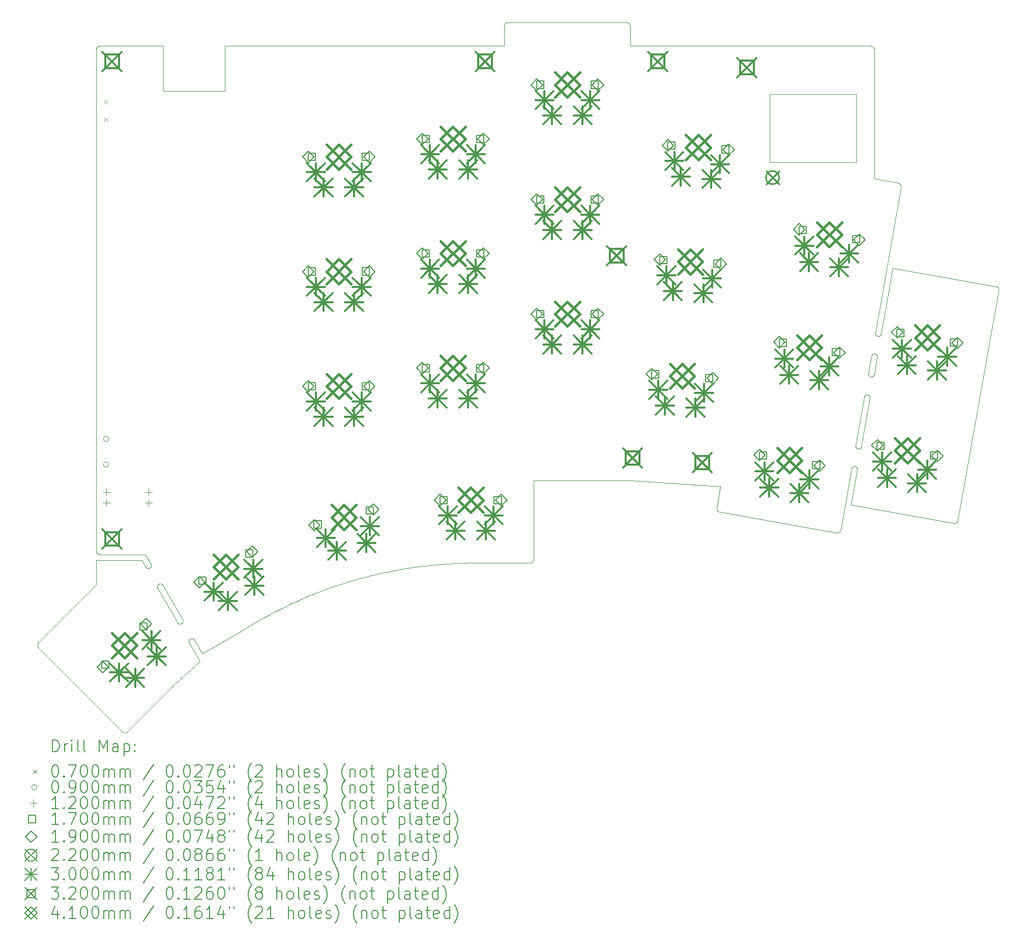
<source format=gbr>
%FSLAX45Y45*%
G04 Gerber Fmt 4.5, Leading zero omitted, Abs format (unit mm)*
G04 Created by KiCad (PCBNEW (6.0.4)) date 2022-05-03 22:23:00*
%MOMM*%
%LPD*%
G01*
G04 APERTURE LIST*
%TA.AperFunction,Profile*%
%ADD10C,0.010000*%
%TD*%
%ADD11C,0.010000*%
%TA.AperFunction,Profile*%
%ADD12C,0.100000*%
%TD*%
%ADD13C,0.200000*%
%ADD14C,0.070000*%
%ADD15C,0.090000*%
%ADD16C,0.120000*%
%ADD17C,0.170000*%
%ADD18C,0.190000*%
%ADD19C,0.220000*%
%ADD20C,0.300000*%
%ADD21C,0.320000*%
%ADD22C,0.410000*%
G04 APERTURE END LIST*
D10*
X9420513Y-14904833D02*
X9089081Y-14333642D01*
X21327375Y-9013104D02*
X21133452Y-10102598D01*
D11*
X9505134Y-14855471D02*
X9506394Y-14857484D01*
X9507531Y-14859554D01*
X9508546Y-14861676D01*
X9509438Y-14863844D01*
X9510209Y-14866054D01*
X9510859Y-14868300D01*
X9511389Y-14870577D01*
X9511800Y-14872880D01*
X9512092Y-14875203D01*
X9512266Y-14877542D01*
X9512322Y-14879891D01*
X9512261Y-14882245D01*
X9512085Y-14884599D01*
X9511792Y-14886949D01*
X9511385Y-14889287D01*
X9510864Y-14891611D01*
X9510228Y-14893913D01*
X9509480Y-14896190D01*
X9508620Y-14898436D01*
X9507648Y-14900646D01*
X9506564Y-14902814D01*
X9505371Y-14904936D01*
X9504067Y-14907006D01*
X9502655Y-14909020D01*
X9501134Y-14910971D01*
X9499505Y-14912855D01*
X9497769Y-14914667D01*
X9495927Y-14916402D01*
X9493979Y-14918054D01*
X9491925Y-14919618D01*
X9489767Y-14921089D01*
X9487505Y-14922462D01*
D10*
X21024150Y-7525187D02*
X21024150Y-5388510D01*
X9184280Y-6061951D02*
X9184280Y-5314467D01*
D11*
X15276983Y-13917589D02*
X15280597Y-13917497D01*
X15284166Y-13917223D01*
X15287685Y-13916773D01*
X15291148Y-13916150D01*
X15294552Y-13915359D01*
X15297893Y-13914405D01*
X15301164Y-13913292D01*
X15304363Y-13912025D01*
X15307485Y-13910608D01*
X15310524Y-13909045D01*
X15313477Y-13907342D01*
X15316339Y-13905503D01*
X15319105Y-13903532D01*
X15321771Y-13901434D01*
X15324333Y-13899213D01*
X15326785Y-13896875D01*
X15329124Y-13894422D01*
X15331345Y-13891860D01*
X15333443Y-13889194D01*
X15335414Y-13886428D01*
X15337253Y-13883566D01*
X15338956Y-13880613D01*
X15340519Y-13877574D01*
X15341936Y-13874452D01*
X15343203Y-13871253D01*
X15344316Y-13867982D01*
X15345270Y-13864641D01*
X15346061Y-13861237D01*
X15346684Y-13857774D01*
X15347134Y-13854255D01*
X15347408Y-13850686D01*
X15347500Y-13847072D01*
X23083258Y-9390372D02*
X23084468Y-9386758D01*
X23085455Y-9383187D01*
X23086225Y-9379665D01*
X23086784Y-9376193D01*
X23087136Y-9372776D01*
X23087287Y-9369416D01*
X23087241Y-9366117D01*
X23087004Y-9362882D01*
X23086582Y-9359714D01*
X23085978Y-9356616D01*
X23085199Y-9353592D01*
X23084250Y-9350645D01*
X23083135Y-9347777D01*
X23081860Y-9344993D01*
X23080430Y-9342296D01*
X23078851Y-9339688D01*
X23077127Y-9337173D01*
X23075263Y-9334755D01*
X23073265Y-9332436D01*
X23071138Y-9330219D01*
X23068887Y-9328109D01*
X23066517Y-9326107D01*
X23064034Y-9324218D01*
X23061442Y-9322444D01*
X23058747Y-9320790D01*
X23055953Y-9319257D01*
X23053067Y-9317849D01*
X23050093Y-9316570D01*
X23047036Y-9315423D01*
X23043902Y-9314410D01*
X23040696Y-9313536D01*
X23037422Y-9312803D01*
D10*
X14853878Y-5314467D02*
X10210308Y-5314467D01*
D11*
X10517059Y-15028238D02*
X10524010Y-15023621D01*
X10530982Y-15019024D01*
X10537973Y-15014448D01*
X10544983Y-15009893D01*
X10552011Y-15005358D01*
X10559057Y-15000844D01*
X10566119Y-14996350D01*
X10573197Y-14991877D01*
X10580291Y-14987425D01*
X10587400Y-14982994D01*
X10594522Y-14978583D01*
X10601659Y-14974193D01*
X10608808Y-14969824D01*
X10615970Y-14965475D01*
X10623143Y-14961147D01*
X10630327Y-14956839D01*
X10637522Y-14952552D01*
X10644726Y-14948286D01*
X10651939Y-14944041D01*
X10659161Y-14939816D01*
X10666390Y-14935612D01*
X10673627Y-14931428D01*
X10680870Y-14927265D01*
X10688118Y-14923123D01*
X10695372Y-14919001D01*
X10702631Y-14914901D01*
X10709893Y-14910820D01*
X10717159Y-14906761D01*
X10724427Y-14902722D01*
X10731697Y-14898704D01*
X10738968Y-14894706D01*
X10746240Y-14890729D01*
D10*
X21408470Y-7592179D02*
X21024150Y-7525187D01*
D11*
X20692719Y-12309793D02*
X20695332Y-12310194D01*
X20697880Y-12310736D01*
X20700361Y-12311412D01*
X20702773Y-12312217D01*
X20705112Y-12313145D01*
X20707376Y-12314193D01*
X20709563Y-12315354D01*
X20711670Y-12316624D01*
X20713694Y-12317997D01*
X20715633Y-12319468D01*
X20717484Y-12321032D01*
X20719245Y-12322684D01*
X20720913Y-12324418D01*
X20722485Y-12326230D01*
X20723959Y-12328115D01*
X20725333Y-12330066D01*
X20726603Y-12332080D01*
X20727767Y-12334150D01*
X20728823Y-12336272D01*
X20729768Y-12338440D01*
X20730599Y-12340650D01*
X20731314Y-12342896D01*
X20731910Y-12345173D01*
X20732385Y-12347475D01*
X20732735Y-12349799D01*
X20732960Y-12352137D01*
X20733055Y-12354486D01*
X20733018Y-12356841D01*
X20732847Y-12359195D01*
X20732540Y-12361544D01*
X20732092Y-12363883D01*
X20731503Y-12366206D01*
X8137096Y-5314467D02*
X8133161Y-5314559D01*
X8129292Y-5314833D01*
X8125493Y-5315283D01*
X8121767Y-5315906D01*
X8118119Y-5316697D01*
X8114552Y-5317651D01*
X8111070Y-5318764D01*
X8107678Y-5320031D01*
X8104378Y-5321448D01*
X8101175Y-5323011D01*
X8098073Y-5324714D01*
X8095075Y-5326553D01*
X8092186Y-5328524D01*
X8089409Y-5330622D01*
X8086749Y-5332843D01*
X8084208Y-5335182D01*
X8081792Y-5337634D01*
X8079503Y-5340196D01*
X8077346Y-5342862D01*
X8075325Y-5345628D01*
X8073443Y-5348490D01*
X8071704Y-5351443D01*
X8070113Y-5354483D01*
X8068673Y-5357604D01*
X8067387Y-5360803D01*
X8066261Y-5364075D01*
X8065297Y-5367415D01*
X8064499Y-5370819D01*
X8063873Y-5374283D01*
X8063420Y-5377801D01*
X8063146Y-5381370D01*
X8063053Y-5384985D01*
D10*
X9184280Y-5314467D02*
X8228769Y-5314467D01*
D11*
X9279478Y-16029585D02*
X9295035Y-16014070D01*
X9310633Y-15998597D01*
X9326272Y-15983166D01*
X9341952Y-15967779D01*
X9357674Y-15952436D01*
X9373437Y-15937137D01*
X9389242Y-15921883D01*
X9405087Y-15906675D01*
X9420974Y-15891514D01*
X9436903Y-15876400D01*
X9452873Y-15861334D01*
X9468884Y-15846316D01*
X9484936Y-15831347D01*
X9501030Y-15816427D01*
X9517165Y-15801559D01*
X9533341Y-15786741D01*
X9549559Y-15771975D01*
X9565817Y-15757261D01*
X9582118Y-15742600D01*
X9598459Y-15727992D01*
X9614842Y-15713439D01*
X9631266Y-15698941D01*
X9647732Y-15684498D01*
X9664239Y-15670112D01*
X9680787Y-15655782D01*
X9697377Y-15641510D01*
X9714007Y-15627295D01*
X9730680Y-15613140D01*
X9747393Y-15599044D01*
X9764148Y-15585008D01*
X9780944Y-15571032D01*
X9797781Y-15557119D01*
X8496735Y-16717130D02*
X8499420Y-16719691D01*
X8502182Y-16722088D01*
X8505017Y-16724319D01*
X8507919Y-16726385D01*
X8510883Y-16728286D01*
X8513903Y-16730021D01*
X8516975Y-16731591D01*
X8520094Y-16732996D01*
X8523254Y-16734236D01*
X8526450Y-16735310D01*
X8529678Y-16736219D01*
X8532931Y-16736963D01*
X8536204Y-16737541D01*
X8539493Y-16737954D01*
X8542793Y-16738202D01*
X8546097Y-16738285D01*
X8549402Y-16738202D01*
X8552702Y-16737954D01*
X8555991Y-16737541D01*
X8559264Y-16736963D01*
X8562517Y-16736219D01*
X8565745Y-16735310D01*
X8568941Y-16734236D01*
X8572101Y-16732996D01*
X8575219Y-16731591D01*
X8578292Y-16730021D01*
X8581312Y-16728286D01*
X8584276Y-16726385D01*
X8587178Y-16724319D01*
X8590012Y-16722088D01*
X8592775Y-16719691D01*
X8595460Y-16717130D01*
D10*
X9840092Y-15419610D02*
X10517059Y-15028238D01*
D11*
X9617962Y-15246842D02*
X9616701Y-15244518D01*
X9615564Y-15242177D01*
X9614550Y-15239822D01*
X9613658Y-15237456D01*
X9612887Y-15235082D01*
X9612237Y-15232703D01*
X9611706Y-15230323D01*
X9611296Y-15227945D01*
X9611004Y-15225573D01*
X9610830Y-15223208D01*
X9610774Y-15220856D01*
X9610834Y-15218518D01*
X9611011Y-15216198D01*
X9611303Y-15213900D01*
X9611711Y-15211626D01*
X9612232Y-15209379D01*
X9612867Y-15207164D01*
X9613616Y-15204983D01*
X9614476Y-15202840D01*
X9615448Y-15200737D01*
X9616531Y-15198678D01*
X9617725Y-15196666D01*
X9619028Y-15194705D01*
X9620441Y-15192797D01*
X9621962Y-15190946D01*
X9623591Y-15189155D01*
X9625327Y-15187427D01*
X9627169Y-15185766D01*
X9629117Y-15184174D01*
X9631171Y-15182656D01*
X9633329Y-15181213D01*
X9635591Y-15179850D01*
D10*
X20921900Y-10761936D02*
X20971262Y-10476340D01*
X16944719Y-12542500D02*
X18453791Y-12648276D01*
D11*
X21461358Y-7669748D02*
X21461917Y-7666443D01*
X21462275Y-7663144D01*
X21462438Y-7659855D01*
X21462412Y-7656581D01*
X21462202Y-7653328D01*
X21461815Y-7650101D01*
X21461256Y-7646905D01*
X21460532Y-7643745D01*
X21459647Y-7640626D01*
X21458608Y-7637554D01*
X21457420Y-7634533D01*
X21456090Y-7631569D01*
X21454623Y-7628668D01*
X21453025Y-7625833D01*
X21451301Y-7623071D01*
X21449458Y-7620386D01*
X21447502Y-7617784D01*
X21445437Y-7615269D01*
X21443271Y-7612848D01*
X21441009Y-7610524D01*
X21438656Y-7608304D01*
X21436218Y-7606193D01*
X21433702Y-7604195D01*
X21431113Y-7602316D01*
X21428456Y-7600560D01*
X21425739Y-7598934D01*
X21422965Y-7597443D01*
X21420143Y-7596090D01*
X21417276Y-7594883D01*
X21414371Y-7593825D01*
X21411434Y-7592922D01*
X21408470Y-7592179D01*
D10*
X21066461Y-10493970D02*
X21017099Y-10779565D01*
X8831693Y-13875279D02*
X8066579Y-13875279D01*
X9797781Y-15557119D02*
X9617962Y-15246842D01*
D11*
X9702583Y-15197480D02*
X9703776Y-15199548D01*
X9705215Y-15202041D01*
X9707169Y-15205427D01*
X9709604Y-15209644D01*
X9712484Y-15214632D01*
X9715774Y-15220331D01*
X9719441Y-15226678D01*
X9723448Y-15233615D01*
X9727761Y-15241080D01*
X9732346Y-15249012D01*
X9737166Y-15257351D01*
X9742189Y-15266036D01*
X9747377Y-15275006D01*
X9752698Y-15284201D01*
X9758115Y-15293560D01*
X9763594Y-15303022D01*
X9769101Y-15312527D01*
X9774599Y-15322014D01*
X9780055Y-15331422D01*
X9785434Y-15340690D01*
X9790700Y-15349758D01*
X9795819Y-15358566D01*
X9800756Y-15367052D01*
X9805476Y-15375156D01*
X9809944Y-15382817D01*
X9814126Y-15389974D01*
X9817986Y-15396567D01*
X9821490Y-15402536D01*
X9824602Y-15407818D01*
X9827289Y-15412354D01*
X9829514Y-15416084D01*
X20847857Y-11156833D02*
X20848259Y-11154220D01*
X20848800Y-11151672D01*
X20849476Y-11149191D01*
X20850281Y-11146779D01*
X20851210Y-11144440D01*
X20852257Y-11142175D01*
X20853418Y-11139988D01*
X20854688Y-11137882D01*
X20856061Y-11135857D01*
X20857532Y-11133918D01*
X20859096Y-11132067D01*
X20860748Y-11130307D01*
X20862483Y-11128639D01*
X20864295Y-11127066D01*
X20866179Y-11125592D01*
X20868131Y-11124219D01*
X20870144Y-11122949D01*
X20872214Y-11121785D01*
X20874336Y-11120729D01*
X20876504Y-11119784D01*
X20878714Y-11118953D01*
X20880960Y-11118238D01*
X20883237Y-11117642D01*
X20885540Y-11117167D01*
X20887863Y-11116816D01*
X20890202Y-11116592D01*
X20892551Y-11116497D01*
X20894905Y-11116534D01*
X20897259Y-11116705D01*
X20899609Y-11117012D01*
X20901947Y-11117459D01*
X20904271Y-11118049D01*
D10*
X20950107Y-5314467D02*
X20854909Y-5314467D01*
D11*
X21077038Y-10141383D02*
X21074425Y-10140981D01*
X21071877Y-10140439D01*
X21069396Y-10139764D01*
X21066984Y-10138959D01*
X21064645Y-10138030D01*
X21062381Y-10136982D01*
X21060194Y-10135821D01*
X21058087Y-10134551D01*
X21056063Y-10133178D01*
X21054124Y-10131707D01*
X21052272Y-10130143D01*
X21050512Y-10128491D01*
X21048844Y-10126757D01*
X21047272Y-10124945D01*
X21045797Y-10123060D01*
X21044424Y-10121109D01*
X21043154Y-10119096D01*
X21041990Y-10117025D01*
X21040934Y-10114903D01*
X21039989Y-10112735D01*
X21039158Y-10110525D01*
X21038443Y-10108279D01*
X21037847Y-10106003D01*
X21037372Y-10103700D01*
X21037022Y-10101377D01*
X21036797Y-10099038D01*
X21036702Y-10096689D01*
X21036739Y-10094334D01*
X21036910Y-10091980D01*
X21037217Y-10089631D01*
X21037665Y-10087292D01*
X21038254Y-10084969D01*
X8063053Y-13706037D02*
X8063146Y-13709652D01*
X8063419Y-13713220D01*
X8063870Y-13716739D01*
X8064493Y-13720202D01*
X8065283Y-13723606D01*
X8066237Y-13726947D01*
X8067350Y-13730219D01*
X8068618Y-13733417D01*
X8070035Y-13736539D01*
X8071597Y-13739578D01*
X8073300Y-13742531D01*
X8075139Y-13745393D01*
X8077110Y-13748159D01*
X8079208Y-13750826D01*
X8081429Y-13753387D01*
X8083768Y-13755840D01*
X8086220Y-13758179D01*
X8088782Y-13760400D01*
X8091448Y-13762498D01*
X8094214Y-13764469D01*
X8097076Y-13766308D01*
X8100029Y-13768011D01*
X8103069Y-13769573D01*
X8106190Y-13770990D01*
X8109389Y-13772257D01*
X8112661Y-13773370D01*
X8116001Y-13774324D01*
X8119405Y-13775115D01*
X8122869Y-13775738D01*
X8126387Y-13776189D01*
X8129956Y-13776462D01*
X8133571Y-13776554D01*
D10*
X8063053Y-5384985D02*
X8063053Y-13706037D01*
D11*
X9089081Y-14333642D02*
X9087821Y-14331318D01*
X9086684Y-14328977D01*
X9085670Y-14326622D01*
X9084777Y-14324256D01*
X9084006Y-14321882D01*
X9083356Y-14319503D01*
X9082826Y-14317123D01*
X9082415Y-14314745D01*
X9082123Y-14312373D01*
X9081950Y-14310008D01*
X9081893Y-14307656D01*
X9081954Y-14305318D01*
X9082131Y-14302998D01*
X9082423Y-14300699D01*
X9082830Y-14298426D01*
X9083352Y-14296179D01*
X9083987Y-14293964D01*
X9084735Y-14291783D01*
X9085596Y-14289640D01*
X9086568Y-14287537D01*
X9087651Y-14285478D01*
X9088845Y-14283466D01*
X9090148Y-14281505D01*
X9091561Y-14279597D01*
X9093082Y-14277746D01*
X9094710Y-14275955D01*
X9096446Y-14274227D01*
X9098289Y-14272566D01*
X9100237Y-14270974D01*
X9102291Y-14269455D01*
X9104449Y-14268013D01*
X9106711Y-14266650D01*
D10*
X7798613Y-14545194D02*
X7111068Y-15232739D01*
X14853878Y-4986561D02*
X14853878Y-5314467D01*
D11*
X18393851Y-12997337D02*
X18393603Y-13000632D01*
X18393516Y-13003902D01*
X18393586Y-13007143D01*
X18393810Y-13010353D01*
X18394184Y-13013526D01*
X18394704Y-13016659D01*
X18395365Y-13019748D01*
X18396165Y-13022790D01*
X18397099Y-13025779D01*
X18398164Y-13028714D01*
X18399355Y-13031588D01*
X18400669Y-13034400D01*
X18402102Y-13037145D01*
X18403649Y-13039818D01*
X18405308Y-13042417D01*
X18407073Y-13044936D01*
X18408943Y-13047373D01*
X18410911Y-13049724D01*
X18412975Y-13051984D01*
X18415131Y-13054150D01*
X18417374Y-13056218D01*
X18419702Y-13058184D01*
X18422109Y-13060044D01*
X18424593Y-13061794D01*
X18427149Y-13063431D01*
X18429773Y-13064950D01*
X18432462Y-13066348D01*
X18435212Y-13067620D01*
X18438018Y-13068764D01*
X18440877Y-13069774D01*
X18443786Y-13070648D01*
X18446740Y-13071380D01*
D10*
X16955297Y-5314467D02*
X16955297Y-4986561D01*
D12*
X19280000Y-6115000D02*
X20720000Y-6115000D01*
X20720000Y-6115000D02*
X20720000Y-7255000D01*
X20720000Y-7255000D02*
X19280000Y-7255000D01*
X19280000Y-7255000D02*
X19280000Y-6115000D01*
D11*
X20904271Y-11118049D02*
X20906884Y-11118451D01*
X20909432Y-11118992D01*
X20911913Y-11119668D01*
X20914325Y-11120473D01*
X20916664Y-11121402D01*
X20918929Y-11122449D01*
X20921115Y-11123610D01*
X20923222Y-11124880D01*
X20925246Y-11126253D01*
X20927185Y-11127724D01*
X20929037Y-11129288D01*
X20930797Y-11130940D01*
X20932465Y-11132675D01*
X20934038Y-11134487D01*
X20935512Y-11136371D01*
X20936885Y-11138322D01*
X20938155Y-11140336D01*
X20939319Y-11142406D01*
X20940375Y-11144528D01*
X20941320Y-11146696D01*
X20942151Y-11148906D01*
X20942866Y-11151152D01*
X20943462Y-11153429D01*
X20943937Y-11155731D01*
X20944288Y-11158055D01*
X20944512Y-11160394D01*
X20944607Y-11162743D01*
X20944570Y-11165097D01*
X20944399Y-11167451D01*
X20944092Y-11169800D01*
X20943644Y-11172139D01*
X20943055Y-11174463D01*
D10*
X20706822Y-11960731D02*
X20847857Y-11156833D01*
X8595460Y-16717130D02*
X9279478Y-16029585D01*
D11*
X21024150Y-5388510D02*
X21024058Y-5384585D01*
X21023784Y-5380745D01*
X21023331Y-5376991D01*
X21022704Y-5373326D01*
X21021907Y-5369751D01*
X21020943Y-5366268D01*
X21019816Y-5362880D01*
X21018531Y-5359587D01*
X21017091Y-5356393D01*
X21015499Y-5353299D01*
X21013761Y-5350307D01*
X21011879Y-5347419D01*
X21009857Y-5344637D01*
X21007700Y-5341962D01*
X21005412Y-5339398D01*
X21002995Y-5336945D01*
X21000455Y-5334605D01*
X20997794Y-5332381D01*
X20995017Y-5330275D01*
X20992128Y-5328288D01*
X20989131Y-5326423D01*
X20986029Y-5324681D01*
X20982826Y-5323064D01*
X20979526Y-5321574D01*
X20976133Y-5320213D01*
X20972652Y-5318984D01*
X20969085Y-5317887D01*
X20965436Y-5316926D01*
X20961711Y-5316101D01*
X20957911Y-5315415D01*
X20954042Y-5314870D01*
X20950107Y-5314467D01*
D10*
X20460011Y-13360502D02*
X20636305Y-12348577D01*
D11*
X21017099Y-10779565D02*
X21016697Y-10782178D01*
X21016155Y-10784727D01*
X21015479Y-10787208D01*
X21014675Y-10789619D01*
X21013746Y-10791959D01*
X21012698Y-10794223D01*
X21011537Y-10796410D01*
X21010267Y-10798517D01*
X21008894Y-10800541D01*
X21007423Y-10802480D01*
X21005859Y-10804331D01*
X21004207Y-10806092D01*
X21002473Y-10807760D01*
X21000661Y-10809332D01*
X20998776Y-10810806D01*
X20996825Y-10812179D01*
X20994811Y-10813450D01*
X20992741Y-10814614D01*
X20990619Y-10815670D01*
X20988451Y-10816614D01*
X20986241Y-10817445D01*
X20983995Y-10818160D01*
X20981719Y-10818756D01*
X20979416Y-10819231D01*
X20977093Y-10819582D01*
X20974754Y-10819806D01*
X20972405Y-10819901D01*
X20970050Y-10819865D01*
X20967696Y-10819694D01*
X20965347Y-10819386D01*
X20963008Y-10818939D01*
X20960685Y-10818350D01*
X9487505Y-14922462D02*
X9485181Y-14923722D01*
X9482840Y-14924859D01*
X9480485Y-14925874D01*
X9478118Y-14926766D01*
X9475744Y-14927537D01*
X9473366Y-14928187D01*
X9470986Y-14928717D01*
X9468608Y-14929128D01*
X9466236Y-14929420D01*
X9463871Y-14929594D01*
X9461518Y-14929650D01*
X9459181Y-14929589D01*
X9456861Y-14929413D01*
X9454562Y-14929120D01*
X9452288Y-14928713D01*
X9450042Y-14928191D01*
X9447827Y-14927556D01*
X9445646Y-14926808D01*
X9443503Y-14925948D01*
X9441400Y-14924975D01*
X9439341Y-14923892D01*
X9437329Y-14922699D01*
X9435368Y-14921395D01*
X9433460Y-14919983D01*
X9431609Y-14918462D01*
X9429818Y-14916833D01*
X9428090Y-14915097D01*
X9426429Y-14913255D01*
X9424837Y-14911306D01*
X9423318Y-14909253D01*
X9421876Y-14907095D01*
X9420513Y-14904833D01*
D10*
X10210308Y-5314467D02*
X10210308Y-6061951D01*
X15347500Y-12542500D02*
X16944719Y-12542500D01*
X14296791Y-13917589D02*
X15276983Y-13917589D01*
D11*
X20971262Y-10476340D02*
X20971664Y-10473727D01*
X20972206Y-10471179D01*
X20972881Y-10468698D01*
X20973686Y-10466286D01*
X20974615Y-10463947D01*
X20975663Y-10461683D01*
X20976824Y-10459496D01*
X20978094Y-10457389D01*
X20979467Y-10455365D01*
X20980938Y-10453426D01*
X20982502Y-10451575D01*
X20984154Y-10449814D01*
X20985888Y-10448146D01*
X20987700Y-10446574D01*
X20989584Y-10445100D01*
X20991536Y-10443726D01*
X20993549Y-10442456D01*
X20995620Y-10441292D01*
X20997741Y-10440236D01*
X20999910Y-10439291D01*
X21002120Y-10438460D01*
X21004365Y-10437745D01*
X21006642Y-10437149D01*
X21008945Y-10436674D01*
X21011268Y-10436323D01*
X21013607Y-10436099D01*
X21015956Y-10436004D01*
X21018311Y-10436041D01*
X21020665Y-10436212D01*
X21023014Y-10436519D01*
X21025353Y-10436966D01*
X21027676Y-10437556D01*
D10*
X22409817Y-13198312D02*
X23083258Y-9390372D01*
D11*
X9635591Y-15179850D02*
X9637915Y-15178590D01*
X9640256Y-15177453D01*
X9642611Y-15176439D01*
X9644977Y-15175546D01*
X9647351Y-15174775D01*
X9649730Y-15174125D01*
X9652110Y-15173595D01*
X9654488Y-15173184D01*
X9656860Y-15172892D01*
X9659225Y-15172719D01*
X9661577Y-15172662D01*
X9663915Y-15172723D01*
X9666235Y-15172900D01*
X9668533Y-15173192D01*
X9670807Y-15173599D01*
X9673054Y-15174121D01*
X9675269Y-15174756D01*
X9677450Y-15175504D01*
X9679593Y-15176365D01*
X9681696Y-15177337D01*
X9683755Y-15178420D01*
X9685767Y-15179614D01*
X9687728Y-15180917D01*
X9689636Y-15182330D01*
X9691487Y-15183851D01*
X9693278Y-15185479D01*
X9695006Y-15187215D01*
X9696667Y-15189058D01*
X9698259Y-15191006D01*
X9699777Y-15193060D01*
X9701220Y-15195218D01*
X9702583Y-15197480D01*
D10*
X21401418Y-8011757D02*
X21461358Y-7669748D01*
X18446740Y-13071380D02*
X20382442Y-13413390D01*
D11*
X20382442Y-13413390D02*
X20385747Y-13413958D01*
X20389046Y-13414345D01*
X20392335Y-13414554D01*
X20395609Y-13414588D01*
X20398862Y-13414452D01*
X20402089Y-13414149D01*
X20405285Y-13413683D01*
X20408445Y-13413059D01*
X20411564Y-13412280D01*
X20414636Y-13411350D01*
X20417657Y-13410272D01*
X20420621Y-13409051D01*
X20423522Y-13407691D01*
X20426357Y-13406195D01*
X20429119Y-13404567D01*
X20431804Y-13402812D01*
X20434406Y-13400933D01*
X20436921Y-13398933D01*
X20439342Y-13396818D01*
X20441666Y-13394590D01*
X20443886Y-13392253D01*
X20445997Y-13389812D01*
X20447995Y-13387270D01*
X20449874Y-13384632D01*
X20451629Y-13381900D01*
X20453256Y-13379080D01*
X20454747Y-13376174D01*
X20456100Y-13373186D01*
X20457307Y-13370122D01*
X20458365Y-13366983D01*
X20459268Y-13363775D01*
X20460011Y-13360502D01*
X14920870Y-4919570D02*
X14917575Y-4919662D01*
X14914307Y-4919935D01*
X14911069Y-4920383D01*
X14907868Y-4921002D01*
X14904708Y-4921786D01*
X14901594Y-4922731D01*
X14898533Y-4923830D01*
X14895527Y-4925079D01*
X14892584Y-4926473D01*
X14889708Y-4928006D01*
X14886905Y-4929673D01*
X14884179Y-4931470D01*
X14881535Y-4933390D01*
X14878979Y-4935429D01*
X14876517Y-4937582D01*
X14874152Y-4939843D01*
X14871891Y-4942208D01*
X14869738Y-4944671D01*
X14867698Y-4947227D01*
X14865778Y-4949870D01*
X14863981Y-4952596D01*
X14862314Y-4955400D01*
X14860781Y-4958276D01*
X14859387Y-4961219D01*
X14858138Y-4964224D01*
X14857039Y-4967286D01*
X14856095Y-4970400D01*
X14855311Y-4973560D01*
X14854692Y-4976761D01*
X14854243Y-4979998D01*
X14853970Y-4983267D01*
X14853878Y-4986561D01*
D10*
X23037422Y-9312803D02*
X21327375Y-9013104D01*
D11*
X7111068Y-15232739D02*
X7108507Y-15235423D01*
X7106110Y-15238186D01*
X7103879Y-15241020D01*
X7101813Y-15243922D01*
X7099912Y-15246886D01*
X7098177Y-15249906D01*
X7096607Y-15252979D01*
X7095202Y-15256097D01*
X7093962Y-15259257D01*
X7092888Y-15262454D01*
X7091979Y-15265681D01*
X7091235Y-15268934D01*
X7090657Y-15272207D01*
X7090244Y-15275497D01*
X7089996Y-15278796D01*
X7089913Y-15282101D01*
X7089996Y-15285405D01*
X7090244Y-15288705D01*
X7090657Y-15291994D01*
X7091235Y-15295268D01*
X7091979Y-15298521D01*
X7092888Y-15301748D01*
X7093962Y-15304944D01*
X7095202Y-15308104D01*
X7096607Y-15311223D01*
X7098177Y-15314295D01*
X7099912Y-15317315D01*
X7101813Y-15320279D01*
X7103879Y-15323181D01*
X7106110Y-15326016D01*
X7108507Y-15328778D01*
X7111068Y-15331463D01*
X8958624Y-13998684D02*
X8956301Y-13999944D01*
X8953960Y-14001081D01*
X8951604Y-14002096D01*
X8949238Y-14002988D01*
X8946864Y-14003759D01*
X8944486Y-14004409D01*
X8942106Y-14004939D01*
X8939728Y-14005350D01*
X8937355Y-14005642D01*
X8934991Y-14005816D01*
X8932638Y-14005872D01*
X8930300Y-14005812D01*
X8927980Y-14005635D01*
X8925682Y-14005342D01*
X8923408Y-14004935D01*
X8921162Y-14004414D01*
X8918947Y-14003778D01*
X8916766Y-14003030D01*
X8914622Y-14002170D01*
X8912519Y-14001198D01*
X8910460Y-14000114D01*
X8908449Y-13998921D01*
X8906487Y-13997617D01*
X8904579Y-13996205D01*
X8902728Y-13994684D01*
X8900937Y-13993055D01*
X8899209Y-13991319D01*
X8897548Y-13989477D01*
X8895957Y-13987529D01*
X8894438Y-13985475D01*
X8892996Y-13983317D01*
X8891633Y-13981055D01*
D10*
X8884581Y-13776554D02*
X8976254Y-13931693D01*
X8891633Y-13981055D02*
X8831693Y-13875279D01*
D11*
X10746240Y-14890729D02*
X10798258Y-14860867D01*
X10850511Y-14831442D01*
X10902984Y-14802459D01*
X10955664Y-14773921D01*
X11008538Y-14745833D01*
X11061593Y-14718197D01*
X11114814Y-14691019D01*
X11168187Y-14664302D01*
X11221701Y-14638050D01*
X11275340Y-14612266D01*
X11329091Y-14586955D01*
X11382942Y-14562121D01*
X11436877Y-14537767D01*
X11490885Y-14513897D01*
X11544950Y-14490515D01*
X11599060Y-14467625D01*
X11653201Y-14445231D01*
X11707359Y-14423336D01*
X11761521Y-14401945D01*
X11815673Y-14381062D01*
X11869803Y-14360690D01*
X11923895Y-14340833D01*
X11977937Y-14321495D01*
X12031915Y-14302680D01*
X12085816Y-14284392D01*
X12139626Y-14266635D01*
X12193331Y-14249412D01*
X12246918Y-14232727D01*
X12300373Y-14216585D01*
X12353683Y-14200989D01*
X12406834Y-14185944D01*
X12459813Y-14171452D01*
X20636305Y-12348577D02*
X20636707Y-12345964D01*
X20637248Y-12343416D01*
X20637924Y-12340934D01*
X20638729Y-12338523D01*
X20639658Y-12336184D01*
X20640705Y-12333919D01*
X20641866Y-12331732D01*
X20643136Y-12329625D01*
X20644509Y-12327601D01*
X20645980Y-12325662D01*
X20647544Y-12323811D01*
X20649196Y-12322050D01*
X20650931Y-12320383D01*
X20652743Y-12318810D01*
X20654627Y-12317336D01*
X20656578Y-12315963D01*
X20658592Y-12314693D01*
X20660662Y-12313528D01*
X20662784Y-12312473D01*
X20664952Y-12311528D01*
X20667162Y-12310697D01*
X20669408Y-12309982D01*
X20671685Y-12309386D01*
X20673987Y-12308911D01*
X20676311Y-12308560D01*
X20678650Y-12308336D01*
X20680999Y-12308241D01*
X20683353Y-12308277D01*
X20685707Y-12308448D01*
X20688056Y-12308756D01*
X20690395Y-12309203D01*
X20692719Y-12309793D01*
X12459813Y-14171452D02*
X12517699Y-14156153D01*
X12575657Y-14141330D01*
X12633677Y-14126982D01*
X12691749Y-14113109D01*
X12749862Y-14099712D01*
X12808006Y-14086789D01*
X12866171Y-14074342D01*
X12924346Y-14062370D01*
X12982521Y-14050873D01*
X13040686Y-14039851D01*
X13098830Y-14029305D01*
X13156943Y-14019233D01*
X13215015Y-14009637D01*
X13273035Y-14000516D01*
X13330993Y-13991870D01*
X13388879Y-13983699D01*
X13446683Y-13976004D01*
X13504393Y-13968783D01*
X13562000Y-13962038D01*
X13619493Y-13955768D01*
X13676863Y-13949973D01*
X13734098Y-13944653D01*
X13791188Y-13939808D01*
X13848124Y-13935439D01*
X13904894Y-13931545D01*
X13961489Y-13928125D01*
X14017898Y-13925181D01*
X14074110Y-13922713D01*
X14130116Y-13920719D01*
X14185905Y-13919200D01*
X14241467Y-13918157D01*
X14296791Y-13917589D01*
D10*
X20943055Y-11174463D02*
X20802020Y-11978361D01*
X8066579Y-13875279D02*
X8066579Y-14280754D01*
D11*
X20960685Y-10818350D02*
X20958072Y-10817948D01*
X20955523Y-10817406D01*
X20953042Y-10816730D01*
X20950630Y-10815926D01*
X20948291Y-10814997D01*
X20946027Y-10813949D01*
X20943840Y-10812788D01*
X20941733Y-10811518D01*
X20939709Y-10810145D01*
X20937770Y-10808674D01*
X20935919Y-10807110D01*
X20934158Y-10805458D01*
X20932490Y-10803724D01*
X20930918Y-10801912D01*
X20929444Y-10800027D01*
X20928070Y-10798076D01*
X20926800Y-10796062D01*
X20925636Y-10793992D01*
X20924580Y-10791870D01*
X20923635Y-10789702D01*
X20922804Y-10787492D01*
X20922089Y-10785246D01*
X20921493Y-10782970D01*
X20921019Y-10780667D01*
X20920668Y-10778344D01*
X20920444Y-10776005D01*
X20920349Y-10773656D01*
X20920385Y-10771301D01*
X20920556Y-10768947D01*
X20920864Y-10766598D01*
X20921311Y-10764259D01*
X20921900Y-10761936D01*
D10*
X8228769Y-5314467D02*
X8137096Y-5314467D01*
X7111068Y-15331463D02*
X8496735Y-16717130D01*
X21038254Y-10084969D02*
X21401418Y-8011757D01*
D11*
X9106711Y-14266650D02*
X9109034Y-14265390D01*
X9111376Y-14264253D01*
X9113731Y-14263238D01*
X9116097Y-14262346D01*
X9118471Y-14261575D01*
X9120850Y-14260925D01*
X9123229Y-14260395D01*
X9125607Y-14259984D01*
X9127980Y-14259692D01*
X9130344Y-14259518D01*
X9132697Y-14259462D01*
X9135035Y-14259523D01*
X9137355Y-14259699D01*
X9139653Y-14259992D01*
X9141927Y-14260399D01*
X9144173Y-14260921D01*
X9146388Y-14261556D01*
X9148569Y-14262304D01*
X9150713Y-14263164D01*
X9152816Y-14264137D01*
X9154874Y-14265220D01*
X9156886Y-14266413D01*
X9158848Y-14267717D01*
X9160756Y-14269129D01*
X9162607Y-14270650D01*
X9164398Y-14272279D01*
X9166125Y-14274015D01*
X9167787Y-14275857D01*
X9169378Y-14277806D01*
X9170897Y-14279859D01*
X9172339Y-14282017D01*
X9173702Y-14284280D01*
X16955297Y-4986561D02*
X16955205Y-4983267D01*
X16954932Y-4979998D01*
X16954483Y-4976761D01*
X16953864Y-4973560D01*
X16953080Y-4970400D01*
X16952136Y-4967286D01*
X16951037Y-4964224D01*
X16949788Y-4961219D01*
X16948394Y-4958276D01*
X16946861Y-4955400D01*
X16945193Y-4952596D01*
X16943397Y-4949870D01*
X16941477Y-4947227D01*
X16939437Y-4944671D01*
X16937284Y-4942208D01*
X16935023Y-4939843D01*
X16932658Y-4937582D01*
X16930196Y-4935429D01*
X16927640Y-4933390D01*
X16924996Y-4931470D01*
X16922270Y-4929673D01*
X16919466Y-4928006D01*
X16916591Y-4926473D01*
X16913647Y-4925079D01*
X16910642Y-4923830D01*
X16907580Y-4922731D01*
X16904467Y-4921786D01*
X16901307Y-4921002D01*
X16898105Y-4920383D01*
X16894868Y-4919935D01*
X16891599Y-4919662D01*
X16888305Y-4919570D01*
X20802020Y-11978361D02*
X20801618Y-11980974D01*
X20801077Y-11983522D01*
X20800401Y-11986003D01*
X20799596Y-11988415D01*
X20798668Y-11990754D01*
X20797620Y-11993018D01*
X20796459Y-11995205D01*
X20795189Y-11997312D01*
X20793816Y-11999336D01*
X20792345Y-12001275D01*
X20790781Y-12003127D01*
X20789129Y-12004887D01*
X20787394Y-12006555D01*
X20785582Y-12008127D01*
X20783698Y-12009602D01*
X20781747Y-12010975D01*
X20779733Y-12012245D01*
X20777663Y-12013409D01*
X20775541Y-12014465D01*
X20773373Y-12015410D01*
X20771163Y-12016241D01*
X20768917Y-12016956D01*
X20766640Y-12017552D01*
X20764338Y-12018027D01*
X20762014Y-12018378D01*
X20759676Y-12018602D01*
X20757326Y-12018697D01*
X20754972Y-12018660D01*
X20752618Y-12018490D01*
X20750269Y-12018182D01*
X20747930Y-12017735D01*
X20745607Y-12017145D01*
X22332248Y-13254726D02*
X22335863Y-13255294D01*
X22339433Y-13255680D01*
X22342956Y-13255887D01*
X22346427Y-13255917D01*
X22349844Y-13255774D01*
X22353204Y-13255462D01*
X22356503Y-13254983D01*
X22359739Y-13254340D01*
X22362907Y-13253537D01*
X22366005Y-13252578D01*
X22369029Y-13251465D01*
X22371976Y-13250201D01*
X22374843Y-13248790D01*
X22377627Y-13247236D01*
X22380325Y-13245540D01*
X22382932Y-13243707D01*
X22385447Y-13241740D01*
X22387866Y-13239642D01*
X22390185Y-13237416D01*
X22392401Y-13235065D01*
X22394512Y-13232593D01*
X22396513Y-13230002D01*
X22398402Y-13227297D01*
X22400176Y-13224480D01*
X22401831Y-13221555D01*
X22403364Y-13218524D01*
X22404771Y-13215392D01*
X22406050Y-13212160D01*
X22407197Y-13208834D01*
X22408210Y-13205414D01*
X22409084Y-13201906D01*
X22409817Y-13198312D01*
D10*
X9173702Y-14284280D02*
X9505134Y-14855471D01*
D11*
X21027676Y-10437556D02*
X21029969Y-10437958D01*
X21032218Y-10438499D01*
X21034420Y-10439175D01*
X21036573Y-10439980D01*
X21038675Y-10440909D01*
X21040723Y-10441956D01*
X21042713Y-10443117D01*
X21044644Y-10444387D01*
X21046514Y-10445760D01*
X21048318Y-10447231D01*
X21050056Y-10448795D01*
X21051724Y-10450447D01*
X21053319Y-10452182D01*
X21054840Y-10453994D01*
X21056283Y-10455878D01*
X21057646Y-10457829D01*
X21058927Y-10459843D01*
X21060122Y-10461913D01*
X21061229Y-10464035D01*
X21062246Y-10466203D01*
X21063170Y-10468413D01*
X21063999Y-10470659D01*
X21064729Y-10472936D01*
X21065359Y-10475238D01*
X21065885Y-10477562D01*
X21066306Y-10479901D01*
X21066618Y-10482250D01*
X21066819Y-10484604D01*
X21066906Y-10486958D01*
X21066878Y-10489307D01*
X21066730Y-10491646D01*
X21066461Y-10493970D01*
X8066579Y-14280754D02*
X8057985Y-14288707D01*
X8049392Y-14296700D01*
X8040802Y-14304731D01*
X8032216Y-14312796D01*
X8023634Y-14320896D01*
X8015060Y-14329027D01*
X8006493Y-14337188D01*
X7997935Y-14345376D01*
X7989387Y-14353591D01*
X7980851Y-14361829D01*
X7972328Y-14370089D01*
X7963819Y-14378369D01*
X7955326Y-14386668D01*
X7946849Y-14394982D01*
X7938391Y-14403311D01*
X7929952Y-14411652D01*
X7921533Y-14420003D01*
X7913137Y-14428362D01*
X7904763Y-14436729D01*
X7896414Y-14445099D01*
X7888092Y-14453472D01*
X7879796Y-14461846D01*
X7871528Y-14470219D01*
X7863291Y-14478588D01*
X7855084Y-14486952D01*
X7846909Y-14495309D01*
X7838769Y-14503657D01*
X7830662Y-14511994D01*
X7822593Y-14520318D01*
X7814560Y-14528628D01*
X7806567Y-14536920D01*
X7798613Y-14545194D01*
X20745607Y-12017145D02*
X20743304Y-12016743D01*
X20741026Y-12016202D01*
X20738778Y-12015526D01*
X20736565Y-12014721D01*
X20734390Y-12013793D01*
X20732258Y-12012745D01*
X20730174Y-12011584D01*
X20728143Y-12010314D01*
X20726168Y-12008941D01*
X20724254Y-12007470D01*
X20722407Y-12005906D01*
X20720629Y-12004254D01*
X20718927Y-12002519D01*
X20717304Y-12000707D01*
X20715765Y-11998823D01*
X20714315Y-11996872D01*
X20712957Y-11994858D01*
X20711697Y-11992788D01*
X20710539Y-11990666D01*
X20709487Y-11988498D01*
X20708547Y-11986288D01*
X20707722Y-11984042D01*
X20707017Y-11981765D01*
X20706436Y-11979463D01*
X20705985Y-11977139D01*
X20705668Y-11974800D01*
X20705488Y-11972451D01*
X20705452Y-11970097D01*
X20705562Y-11967743D01*
X20705824Y-11965394D01*
X20706243Y-11963055D01*
X20706822Y-11960731D01*
D10*
X20854909Y-5314467D02*
X16955297Y-5314467D01*
X10210308Y-6061951D02*
X9184280Y-6061951D01*
X8133571Y-13776554D02*
X8884581Y-13776554D01*
X20629253Y-12951501D02*
X22332248Y-13254726D01*
X16888305Y-4919570D02*
X14920870Y-4919570D01*
X15347500Y-13847072D02*
X15347500Y-12542500D01*
D11*
X8976254Y-13931693D02*
X8977514Y-13934016D01*
X8978651Y-13936357D01*
X8979665Y-13938713D01*
X8980558Y-13941079D01*
X8981329Y-13943453D01*
X8981979Y-13945831D01*
X8982509Y-13948211D01*
X8982920Y-13950589D01*
X8983212Y-13952962D01*
X8983385Y-13955326D01*
X8983442Y-13957679D01*
X8983381Y-13960017D01*
X8983204Y-13962336D01*
X8982912Y-13964635D01*
X8982505Y-13966909D01*
X8981983Y-13969155D01*
X8981348Y-13971370D01*
X8980600Y-13973551D01*
X8979739Y-13975695D01*
X8978767Y-13977797D01*
X8977684Y-13979856D01*
X8976490Y-13981868D01*
X8975187Y-13983830D01*
X8973774Y-13985738D01*
X8972254Y-13987589D01*
X8970625Y-13989380D01*
X8968889Y-13991107D01*
X8967046Y-13992769D01*
X8965098Y-13994360D01*
X8963045Y-13995879D01*
X8960886Y-13997321D01*
X8958624Y-13998684D01*
D10*
X20731503Y-12366206D02*
X20629253Y-12951501D01*
D11*
X9829514Y-15416084D02*
X9830506Y-15416985D01*
X9831497Y-15417718D01*
X9832489Y-15418300D01*
X9833481Y-15418749D01*
X9834472Y-15419081D01*
X9835464Y-15419314D01*
X9836456Y-15419466D01*
X9837778Y-15419573D01*
X9839100Y-15419607D01*
X9840092Y-15419610D01*
D10*
X18453791Y-12648276D02*
X18393851Y-12997337D01*
D11*
X21133452Y-10102598D02*
X21133050Y-10105211D01*
X21132509Y-10107760D01*
X21131833Y-10110241D01*
X21131028Y-10112652D01*
X21130099Y-10114992D01*
X21129052Y-10117256D01*
X21127891Y-10119443D01*
X21126621Y-10121550D01*
X21125248Y-10123574D01*
X21123777Y-10125513D01*
X21122213Y-10127364D01*
X21120561Y-10129125D01*
X21118826Y-10130793D01*
X21117014Y-10132365D01*
X21115130Y-10133839D01*
X21113179Y-10135212D01*
X21111165Y-10136483D01*
X21109095Y-10137647D01*
X21106973Y-10138703D01*
X21104805Y-10139647D01*
X21102595Y-10140478D01*
X21100349Y-10141193D01*
X21098072Y-10141789D01*
X21095770Y-10142264D01*
X21093446Y-10142615D01*
X21091107Y-10142839D01*
X21088758Y-10142934D01*
X21086404Y-10142898D01*
X21084050Y-10142727D01*
X21081701Y-10142419D01*
X21079362Y-10141972D01*
X21077038Y-10141383D01*
D13*
D14*
X8190123Y-6507623D02*
X8260123Y-6577623D01*
X8260123Y-6507623D02*
X8190123Y-6577623D01*
X8195123Y-6207623D02*
X8265123Y-6277623D01*
X8265123Y-6207623D02*
X8195123Y-6277623D01*
D15*
X8276000Y-11853500D02*
G75*
G03*
X8276000Y-11853500I-45000J0D01*
G01*
X8276000Y-12278500D02*
G75*
G03*
X8276000Y-12278500I-45000J0D01*
G01*
D16*
X8240000Y-12677500D02*
X8240000Y-12797500D01*
X8180000Y-12737500D02*
X8300000Y-12737500D01*
X8240000Y-12852500D02*
X8240000Y-12972500D01*
X8180000Y-12912500D02*
X8300000Y-12912500D01*
X8940000Y-12677500D02*
X8940000Y-12797500D01*
X8880000Y-12737500D02*
X9000000Y-12737500D01*
X8940000Y-12852500D02*
X8940000Y-12972500D01*
X8880000Y-12912500D02*
X9000000Y-12912500D01*
D17*
X8279122Y-15667686D02*
X8279122Y-15547476D01*
X8158913Y-15547476D01*
X8158913Y-15667686D01*
X8279122Y-15667686D01*
X8915518Y-15031290D02*
X8915518Y-14911080D01*
X8795309Y-14911080D01*
X8795309Y-15031290D01*
X8915518Y-15031290D01*
X9895109Y-14268278D02*
X9895109Y-14148069D01*
X9774899Y-14148069D01*
X9774899Y-14268278D01*
X9895109Y-14268278D01*
X10674532Y-13818278D02*
X10674532Y-13698069D01*
X10554322Y-13698069D01*
X10554322Y-13818278D01*
X10674532Y-13818278D01*
X11716902Y-7220371D02*
X11716902Y-7100162D01*
X11596692Y-7100162D01*
X11596692Y-7220371D01*
X11716902Y-7220371D01*
X11716902Y-9127631D02*
X11716902Y-9007421D01*
X11596692Y-9007421D01*
X11596692Y-9127631D01*
X11716902Y-9127631D01*
X11716902Y-11034890D02*
X11716902Y-10914681D01*
X11596692Y-10914681D01*
X11596692Y-11034890D01*
X11716902Y-11034890D01*
X11815153Y-13334467D02*
X11815153Y-13214258D01*
X11694944Y-13214258D01*
X11694944Y-13334467D01*
X11815153Y-13334467D01*
X12616902Y-7220371D02*
X12616902Y-7100162D01*
X12496692Y-7100162D01*
X12496692Y-7220371D01*
X12616902Y-7220371D01*
X12616902Y-9127631D02*
X12616902Y-9007421D01*
X12496692Y-9007421D01*
X12496692Y-9127631D01*
X12616902Y-9127631D01*
X12616902Y-11034890D02*
X12616902Y-10914681D01*
X12496692Y-10914681D01*
X12496692Y-11034890D01*
X12616902Y-11034890D01*
X12684487Y-13101530D02*
X12684487Y-12981321D01*
X12564277Y-12981321D01*
X12564277Y-13101530D01*
X12684487Y-13101530D01*
X13616245Y-6920371D02*
X13616245Y-6800162D01*
X13496035Y-6800162D01*
X13496035Y-6920371D01*
X13616245Y-6920371D01*
X13616245Y-8827631D02*
X13616245Y-8707421D01*
X13496035Y-8707421D01*
X13496035Y-8827631D01*
X13616245Y-8827631D01*
X13616245Y-10734890D02*
X13616245Y-10614681D01*
X13496035Y-10614681D01*
X13496035Y-10734890D01*
X13616245Y-10734890D01*
X13911245Y-12929890D02*
X13911245Y-12809681D01*
X13791035Y-12809681D01*
X13791035Y-12929890D01*
X13911245Y-12929890D01*
X14516245Y-6920371D02*
X14516245Y-6800162D01*
X14396035Y-6800162D01*
X14396035Y-6920371D01*
X14516245Y-6920371D01*
X14516245Y-8827631D02*
X14516245Y-8707421D01*
X14396035Y-8707421D01*
X14396035Y-8827631D01*
X14516245Y-8827631D01*
X14516245Y-10734890D02*
X14516245Y-10614681D01*
X14396035Y-10614681D01*
X14396035Y-10734890D01*
X14516245Y-10734890D01*
X14811245Y-12929890D02*
X14811245Y-12809681D01*
X14691035Y-12809681D01*
X14691035Y-12929890D01*
X14811245Y-12929890D01*
X15521245Y-6020371D02*
X15521245Y-5900162D01*
X15401035Y-5900162D01*
X15401035Y-6020371D01*
X15521245Y-6020371D01*
X15521245Y-7927631D02*
X15521245Y-7807421D01*
X15401035Y-7807421D01*
X15401035Y-7927631D01*
X15521245Y-7927631D01*
X15521245Y-9834890D02*
X15521245Y-9714681D01*
X15401035Y-9714681D01*
X15401035Y-9834890D01*
X15521245Y-9834890D01*
X16421245Y-6020371D02*
X16421245Y-5900162D01*
X16301035Y-5900162D01*
X16301035Y-6020371D01*
X16421245Y-6020371D01*
X16421245Y-7927631D02*
X16421245Y-7807421D01*
X16301035Y-7807421D01*
X16301035Y-7927631D01*
X16421245Y-7927631D01*
X16421245Y-9834890D02*
X16421245Y-9714681D01*
X16301035Y-9714681D01*
X16301035Y-9834890D01*
X16421245Y-9834890D01*
X17433416Y-10836630D02*
X17433416Y-10716420D01*
X17313207Y-10716420D01*
X17313207Y-10836630D01*
X17433416Y-10836630D01*
X17566460Y-8934016D02*
X17566460Y-8813807D01*
X17446251Y-8813807D01*
X17446251Y-8934016D01*
X17566460Y-8934016D01*
X17699504Y-7031402D02*
X17699504Y-6911193D01*
X17579294Y-6911193D01*
X17579294Y-7031402D01*
X17699504Y-7031402D01*
X18331224Y-10899411D02*
X18331224Y-10779201D01*
X18211015Y-10779201D01*
X18211015Y-10899411D01*
X18331224Y-10899411D01*
X18464268Y-8996797D02*
X18464268Y-8876587D01*
X18344058Y-8876587D01*
X18344058Y-8996797D01*
X18464268Y-8996797D01*
X18597311Y-7094183D02*
X18597311Y-6973974D01*
X18477102Y-6973974D01*
X18477102Y-7094183D01*
X18597311Y-7094183D01*
X19224956Y-12191003D02*
X19224956Y-12070793D01*
X19104746Y-12070793D01*
X19104746Y-12191003D01*
X19224956Y-12191003D01*
X19556148Y-10312718D02*
X19556148Y-10192509D01*
X19435938Y-10192509D01*
X19435938Y-10312718D01*
X19556148Y-10312718D01*
X19887340Y-8434435D02*
X19887340Y-8314225D01*
X19767131Y-8314225D01*
X19767131Y-8434435D01*
X19887340Y-8434435D01*
X20111283Y-12347286D02*
X20111283Y-12227077D01*
X19991073Y-12227077D01*
X19991073Y-12347286D01*
X20111283Y-12347286D01*
X20442475Y-10469002D02*
X20442475Y-10348792D01*
X20322265Y-10348792D01*
X20322265Y-10469002D01*
X20442475Y-10469002D01*
X20773667Y-8590718D02*
X20773667Y-8470509D01*
X20653458Y-8470509D01*
X20653458Y-8590718D01*
X20773667Y-8590718D01*
X21185179Y-12028930D02*
X21185179Y-11908720D01*
X21064970Y-11908720D01*
X21064970Y-12028930D01*
X21185179Y-12028930D01*
X21516371Y-10150646D02*
X21516371Y-10030436D01*
X21396162Y-10030436D01*
X21396162Y-10150646D01*
X21516371Y-10150646D01*
X22071506Y-12185213D02*
X22071506Y-12065004D01*
X21951297Y-12065004D01*
X21951297Y-12185213D01*
X22071506Y-12185213D01*
X22402698Y-10306929D02*
X22402698Y-10186720D01*
X22282489Y-10186720D01*
X22282489Y-10306929D01*
X22402698Y-10306929D01*
D18*
X8178005Y-15743593D02*
X8273005Y-15648593D01*
X8178005Y-15553593D01*
X8083005Y-15648593D01*
X8178005Y-15743593D01*
X8896426Y-15025173D02*
X8991426Y-14930173D01*
X8896426Y-14835173D01*
X8801426Y-14930173D01*
X8896426Y-15025173D01*
X9784775Y-14332174D02*
X9879775Y-14237174D01*
X9784775Y-14142174D01*
X9689775Y-14237174D01*
X9784775Y-14332174D01*
X10664656Y-13824174D02*
X10759656Y-13729174D01*
X10664656Y-13634174D01*
X10569656Y-13729174D01*
X10664656Y-13824174D01*
X11598797Y-7255266D02*
X11693797Y-7160266D01*
X11598797Y-7065266D01*
X11503797Y-7160266D01*
X11598797Y-7255266D01*
X11598797Y-9162526D02*
X11693797Y-9067526D01*
X11598797Y-8972526D01*
X11503797Y-9067526D01*
X11598797Y-9162526D01*
X11598797Y-11069786D02*
X11693797Y-10974786D01*
X11598797Y-10879786D01*
X11503797Y-10974786D01*
X11598797Y-11069786D01*
X11699025Y-13384374D02*
X11794025Y-13289374D01*
X11699025Y-13194374D01*
X11604025Y-13289374D01*
X11699025Y-13384374D01*
X12614797Y-7255266D02*
X12709797Y-7160266D01*
X12614797Y-7065266D01*
X12519797Y-7160266D01*
X12614797Y-7255266D01*
X12614797Y-9162526D02*
X12709797Y-9067526D01*
X12614797Y-8972526D01*
X12519797Y-9067526D01*
X12614797Y-9162526D01*
X12614797Y-11069786D02*
X12709797Y-10974786D01*
X12614797Y-10879786D01*
X12519797Y-10974786D01*
X12614797Y-11069786D01*
X12680406Y-13121414D02*
X12775406Y-13026414D01*
X12680406Y-12931414D01*
X12585406Y-13026414D01*
X12680406Y-13121414D01*
X13498140Y-6955266D02*
X13593140Y-6860266D01*
X13498140Y-6765266D01*
X13403140Y-6860266D01*
X13498140Y-6955266D01*
X13498140Y-8862526D02*
X13593140Y-8767526D01*
X13498140Y-8672526D01*
X13403140Y-8767526D01*
X13498140Y-8862526D01*
X13498140Y-10769786D02*
X13593140Y-10674786D01*
X13498140Y-10579786D01*
X13403140Y-10674786D01*
X13498140Y-10769786D01*
X13793140Y-12964786D02*
X13888140Y-12869786D01*
X13793140Y-12774786D01*
X13698140Y-12869786D01*
X13793140Y-12964786D01*
X14514140Y-6955266D02*
X14609140Y-6860266D01*
X14514140Y-6765266D01*
X14419140Y-6860266D01*
X14514140Y-6955266D01*
X14514140Y-8862526D02*
X14609140Y-8767526D01*
X14514140Y-8672526D01*
X14419140Y-8767526D01*
X14514140Y-8862526D01*
X14514140Y-10769786D02*
X14609140Y-10674786D01*
X14514140Y-10579786D01*
X14419140Y-10674786D01*
X14514140Y-10769786D01*
X14809140Y-12964786D02*
X14904140Y-12869786D01*
X14809140Y-12774786D01*
X14714140Y-12869786D01*
X14809140Y-12964786D01*
X15403140Y-6055266D02*
X15498140Y-5960266D01*
X15403140Y-5865266D01*
X15308140Y-5960266D01*
X15403140Y-6055266D01*
X15403140Y-7962526D02*
X15498140Y-7867526D01*
X15403140Y-7772526D01*
X15308140Y-7867526D01*
X15403140Y-7962526D01*
X15403140Y-9869786D02*
X15498140Y-9774786D01*
X15403140Y-9679786D01*
X15308140Y-9774786D01*
X15403140Y-9869786D01*
X16419140Y-6055266D02*
X16514140Y-5960266D01*
X16419140Y-5865266D01*
X16324140Y-5960266D01*
X16419140Y-6055266D01*
X16419140Y-7962526D02*
X16514140Y-7867526D01*
X16419140Y-7772526D01*
X16324140Y-7867526D01*
X16419140Y-7962526D01*
X16419140Y-9869786D02*
X16514140Y-9774786D01*
X16419140Y-9679786D01*
X16324140Y-9774786D01*
X16419140Y-9869786D01*
X17315453Y-10867479D02*
X17410453Y-10772479D01*
X17315453Y-10677479D01*
X17220453Y-10772479D01*
X17315453Y-10867479D01*
X17448497Y-8964865D02*
X17543497Y-8869865D01*
X17448497Y-8774865D01*
X17353497Y-8869865D01*
X17448497Y-8964865D01*
X17581540Y-7062252D02*
X17676540Y-6967252D01*
X17581540Y-6872252D01*
X17486540Y-6967252D01*
X17581540Y-7062252D01*
X18328978Y-10938352D02*
X18423978Y-10843352D01*
X18328978Y-10748352D01*
X18233978Y-10843352D01*
X18328978Y-10938352D01*
X18462022Y-9035738D02*
X18557022Y-8940738D01*
X18462022Y-8845738D01*
X18367022Y-8940738D01*
X18462022Y-9035738D01*
X18595065Y-7133124D02*
X18690065Y-7038124D01*
X18595065Y-6943124D01*
X18500065Y-7038124D01*
X18595065Y-7133124D01*
X19107732Y-12215826D02*
X19202732Y-12120826D01*
X19107732Y-12025826D01*
X19012732Y-12120826D01*
X19107732Y-12215826D01*
X19438924Y-10337542D02*
X19533924Y-10242542D01*
X19438924Y-10147542D01*
X19343924Y-10242542D01*
X19438924Y-10337542D01*
X19770116Y-8459258D02*
X19865116Y-8364258D01*
X19770116Y-8269258D01*
X19675116Y-8364258D01*
X19770116Y-8459258D01*
X20108297Y-12392253D02*
X20203297Y-12297253D01*
X20108297Y-12202253D01*
X20013297Y-12297253D01*
X20108297Y-12392253D01*
X20439489Y-10513969D02*
X20534489Y-10418969D01*
X20439489Y-10323969D01*
X20344489Y-10418969D01*
X20439489Y-10513969D01*
X20770681Y-8635685D02*
X20865681Y-8540685D01*
X20770681Y-8445685D01*
X20675681Y-8540685D01*
X20770681Y-8635685D01*
X21067956Y-12053753D02*
X21162956Y-11958753D01*
X21067956Y-11863753D01*
X20972956Y-11958753D01*
X21067956Y-12053753D01*
X21399148Y-10175469D02*
X21494148Y-10080469D01*
X21399148Y-9985469D01*
X21304148Y-10080469D01*
X21399148Y-10175469D01*
X22068520Y-12230180D02*
X22163520Y-12135180D01*
X22068520Y-12040180D01*
X21973520Y-12135180D01*
X22068520Y-12230180D01*
X22399712Y-10351896D02*
X22494712Y-10256896D01*
X22399712Y-10161896D01*
X22304713Y-10256896D01*
X22399712Y-10351896D01*
D19*
X19215000Y-7395000D02*
X19435000Y-7615000D01*
X19435000Y-7395000D02*
X19215000Y-7615000D01*
X19435000Y-7505000D02*
G75*
G03*
X19435000Y-7505000I-110000J0D01*
G01*
D20*
X8297413Y-15588396D02*
X8597413Y-15888396D01*
X8597413Y-15588396D02*
X8297413Y-15888396D01*
X8447413Y-15588396D02*
X8447413Y-15888396D01*
X8297413Y-15738396D02*
X8597413Y-15738396D01*
X8566821Y-15678198D02*
X8866821Y-15978198D01*
X8866821Y-15678198D02*
X8566821Y-15978198D01*
X8716821Y-15678198D02*
X8716821Y-15978198D01*
X8566821Y-15828198D02*
X8866821Y-15828198D01*
X8836228Y-15049580D02*
X9136228Y-15349580D01*
X9136228Y-15049580D02*
X8836228Y-15349580D01*
X8986228Y-15049580D02*
X8986228Y-15349580D01*
X8836228Y-15199580D02*
X9136228Y-15199580D01*
X8926031Y-15318988D02*
X9226031Y-15618988D01*
X9226031Y-15318988D02*
X8926031Y-15618988D01*
X9076031Y-15318988D02*
X9076031Y-15618988D01*
X8926031Y-15468988D02*
X9226031Y-15468988D01*
X9871760Y-14243644D02*
X10171760Y-14543644D01*
X10171760Y-14243644D02*
X9871760Y-14543644D01*
X10021760Y-14243644D02*
X10021760Y-14543644D01*
X9871760Y-14393644D02*
X10171760Y-14393644D01*
X10108745Y-14400114D02*
X10408745Y-14700114D01*
X10408745Y-14400114D02*
X10108745Y-14700114D01*
X10258745Y-14400114D02*
X10258745Y-14700114D01*
X10108745Y-14550114D02*
X10408745Y-14550114D01*
X10531671Y-13862644D02*
X10831671Y-14162644D01*
X10831671Y-13862644D02*
X10531671Y-14162644D01*
X10681671Y-13862644D02*
X10681671Y-14162644D01*
X10531671Y-14012644D02*
X10831671Y-14012644D01*
X10548686Y-14146114D02*
X10848686Y-14446114D01*
X10848686Y-14146114D02*
X10548686Y-14446114D01*
X10698686Y-14146114D02*
X10698686Y-14446114D01*
X10548686Y-14296114D02*
X10848686Y-14296114D01*
X11575797Y-7264266D02*
X11875797Y-7564266D01*
X11875797Y-7264266D02*
X11575797Y-7564266D01*
X11725797Y-7264266D02*
X11725797Y-7564266D01*
X11575797Y-7414266D02*
X11875797Y-7414266D01*
X11575797Y-9171526D02*
X11875797Y-9471526D01*
X11875797Y-9171526D02*
X11575797Y-9471526D01*
X11725797Y-9171526D02*
X11725797Y-9471526D01*
X11575797Y-9321526D02*
X11875797Y-9321526D01*
X11575797Y-11078786D02*
X11875797Y-11378786D01*
X11875797Y-11078786D02*
X11575797Y-11378786D01*
X11725797Y-11078786D02*
X11725797Y-11378786D01*
X11575797Y-11228786D02*
X11875797Y-11228786D01*
X11702797Y-7518266D02*
X12002797Y-7818266D01*
X12002797Y-7518266D02*
X11702797Y-7818266D01*
X11852797Y-7518266D02*
X11852797Y-7818266D01*
X11702797Y-7668266D02*
X12002797Y-7668266D01*
X11702797Y-9425526D02*
X12002797Y-9725526D01*
X12002797Y-9425526D02*
X11702797Y-9725526D01*
X11852797Y-9425526D02*
X11852797Y-9725526D01*
X11702797Y-9575526D02*
X12002797Y-9575526D01*
X11702797Y-11332786D02*
X12002797Y-11632786D01*
X12002797Y-11332786D02*
X11702797Y-11632786D01*
X11852797Y-11332786D02*
X11852797Y-11632786D01*
X11702797Y-11482786D02*
X12002797Y-11482786D01*
X11737438Y-13351849D02*
X12037438Y-13651849D01*
X12037438Y-13351849D02*
X11737438Y-13651849D01*
X11887438Y-13351849D02*
X11887438Y-13651849D01*
X11737438Y-13501849D02*
X12037438Y-13501849D01*
X11925850Y-13564324D02*
X12225850Y-13864324D01*
X12225850Y-13564324D02*
X11925850Y-13864324D01*
X12075850Y-13564324D02*
X12075850Y-13864324D01*
X11925850Y-13714324D02*
X12225850Y-13714324D01*
X12210797Y-7518266D02*
X12510797Y-7818266D01*
X12510797Y-7518266D02*
X12210797Y-7818266D01*
X12360797Y-7518266D02*
X12360797Y-7818266D01*
X12210797Y-7668266D02*
X12510797Y-7668266D01*
X12210797Y-9425526D02*
X12510797Y-9725526D01*
X12510797Y-9425526D02*
X12210797Y-9725526D01*
X12360797Y-9425526D02*
X12360797Y-9725526D01*
X12210797Y-9575526D02*
X12510797Y-9575526D01*
X12210797Y-11332786D02*
X12510797Y-11632786D01*
X12510797Y-11332786D02*
X12210797Y-11632786D01*
X12360797Y-11332786D02*
X12360797Y-11632786D01*
X12210797Y-11482786D02*
X12510797Y-11482786D01*
X12337797Y-7264266D02*
X12637797Y-7564266D01*
X12637797Y-7264266D02*
X12337797Y-7564266D01*
X12487797Y-7264266D02*
X12487797Y-7564266D01*
X12337797Y-7414266D02*
X12637797Y-7414266D01*
X12337797Y-9171526D02*
X12637797Y-9471526D01*
X12637797Y-9171526D02*
X12337797Y-9471526D01*
X12487797Y-9171526D02*
X12487797Y-9471526D01*
X12337797Y-9321526D02*
X12637797Y-9321526D01*
X12337797Y-11078786D02*
X12637797Y-11378786D01*
X12637797Y-11078786D02*
X12337797Y-11378786D01*
X12487797Y-11078786D02*
X12487797Y-11378786D01*
X12337797Y-11228786D02*
X12637797Y-11228786D01*
X12416541Y-13432844D02*
X12716541Y-13732844D01*
X12716541Y-13432844D02*
X12416541Y-13732844D01*
X12566541Y-13432844D02*
X12566541Y-13732844D01*
X12416541Y-13582844D02*
X12716541Y-13582844D01*
X12473473Y-13154629D02*
X12773473Y-13454629D01*
X12773473Y-13154629D02*
X12473473Y-13454629D01*
X12623473Y-13154629D02*
X12623473Y-13454629D01*
X12473473Y-13304629D02*
X12773473Y-13304629D01*
X13475140Y-6964266D02*
X13775140Y-7264266D01*
X13775140Y-6964266D02*
X13475140Y-7264266D01*
X13625140Y-6964266D02*
X13625140Y-7264266D01*
X13475140Y-7114266D02*
X13775140Y-7114266D01*
X13475140Y-8871526D02*
X13775140Y-9171526D01*
X13775140Y-8871526D02*
X13475140Y-9171526D01*
X13625140Y-8871526D02*
X13625140Y-9171526D01*
X13475140Y-9021526D02*
X13775140Y-9021526D01*
X13475140Y-10778786D02*
X13775140Y-11078786D01*
X13775140Y-10778786D02*
X13475140Y-11078786D01*
X13625140Y-10778786D02*
X13625140Y-11078786D01*
X13475140Y-10928786D02*
X13775140Y-10928786D01*
X13602140Y-7218266D02*
X13902140Y-7518266D01*
X13902140Y-7218266D02*
X13602140Y-7518266D01*
X13752140Y-7218266D02*
X13752140Y-7518266D01*
X13602140Y-7368266D02*
X13902140Y-7368266D01*
X13602140Y-9125526D02*
X13902140Y-9425526D01*
X13902140Y-9125526D02*
X13602140Y-9425526D01*
X13752140Y-9125526D02*
X13752140Y-9425526D01*
X13602140Y-9275526D02*
X13902140Y-9275526D01*
X13602140Y-11032786D02*
X13902140Y-11332786D01*
X13902140Y-11032786D02*
X13602140Y-11332786D01*
X13752140Y-11032786D02*
X13752140Y-11332786D01*
X13602140Y-11182786D02*
X13902140Y-11182786D01*
X13770140Y-12973786D02*
X14070140Y-13273786D01*
X14070140Y-12973786D02*
X13770140Y-13273786D01*
X13920140Y-12973786D02*
X13920140Y-13273786D01*
X13770140Y-13123786D02*
X14070140Y-13123786D01*
X13897140Y-13227786D02*
X14197140Y-13527786D01*
X14197140Y-13227786D02*
X13897140Y-13527786D01*
X14047140Y-13227786D02*
X14047140Y-13527786D01*
X13897140Y-13377786D02*
X14197140Y-13377786D01*
X14110140Y-7218266D02*
X14410140Y-7518266D01*
X14410140Y-7218266D02*
X14110140Y-7518266D01*
X14260140Y-7218266D02*
X14260140Y-7518266D01*
X14110140Y-7368266D02*
X14410140Y-7368266D01*
X14110140Y-9125526D02*
X14410140Y-9425526D01*
X14410140Y-9125526D02*
X14110140Y-9425526D01*
X14260140Y-9125526D02*
X14260140Y-9425526D01*
X14110140Y-9275526D02*
X14410140Y-9275526D01*
X14110140Y-11032786D02*
X14410140Y-11332786D01*
X14410140Y-11032786D02*
X14110140Y-11332786D01*
X14260140Y-11032786D02*
X14260140Y-11332786D01*
X14110140Y-11182786D02*
X14410140Y-11182786D01*
X14237140Y-6964266D02*
X14537140Y-7264266D01*
X14537140Y-6964266D02*
X14237140Y-7264266D01*
X14387140Y-6964266D02*
X14387140Y-7264266D01*
X14237140Y-7114266D02*
X14537140Y-7114266D01*
X14237140Y-8871526D02*
X14537140Y-9171526D01*
X14537140Y-8871526D02*
X14237140Y-9171526D01*
X14387140Y-8871526D02*
X14387140Y-9171526D01*
X14237140Y-9021526D02*
X14537140Y-9021526D01*
X14237140Y-10778786D02*
X14537140Y-11078786D01*
X14537140Y-10778786D02*
X14237140Y-11078786D01*
X14387140Y-10778786D02*
X14387140Y-11078786D01*
X14237140Y-10928786D02*
X14537140Y-10928786D01*
X14405140Y-13227786D02*
X14705140Y-13527786D01*
X14705140Y-13227786D02*
X14405140Y-13527786D01*
X14555140Y-13227786D02*
X14555140Y-13527786D01*
X14405140Y-13377786D02*
X14705140Y-13377786D01*
X14532140Y-12973786D02*
X14832140Y-13273786D01*
X14832140Y-12973786D02*
X14532140Y-13273786D01*
X14682140Y-12973786D02*
X14682140Y-13273786D01*
X14532140Y-13123786D02*
X14832140Y-13123786D01*
X15380140Y-6064266D02*
X15680140Y-6364266D01*
X15680140Y-6064266D02*
X15380140Y-6364266D01*
X15530140Y-6064266D02*
X15530140Y-6364266D01*
X15380140Y-6214266D02*
X15680140Y-6214266D01*
X15380140Y-7971526D02*
X15680140Y-8271526D01*
X15680140Y-7971526D02*
X15380140Y-8271526D01*
X15530140Y-7971526D02*
X15530140Y-8271526D01*
X15380140Y-8121526D02*
X15680140Y-8121526D01*
X15380140Y-9878786D02*
X15680140Y-10178786D01*
X15680140Y-9878786D02*
X15380140Y-10178786D01*
X15530140Y-9878786D02*
X15530140Y-10178786D01*
X15380140Y-10028786D02*
X15680140Y-10028786D01*
X15507140Y-6318266D02*
X15807140Y-6618266D01*
X15807140Y-6318266D02*
X15507140Y-6618266D01*
X15657140Y-6318266D02*
X15657140Y-6618266D01*
X15507140Y-6468266D02*
X15807140Y-6468266D01*
X15507140Y-8225526D02*
X15807140Y-8525526D01*
X15807140Y-8225526D02*
X15507140Y-8525526D01*
X15657140Y-8225526D02*
X15657140Y-8525526D01*
X15507140Y-8375526D02*
X15807140Y-8375526D01*
X15507140Y-10132786D02*
X15807140Y-10432786D01*
X15807140Y-10132786D02*
X15507140Y-10432786D01*
X15657140Y-10132786D02*
X15657140Y-10432786D01*
X15507140Y-10282786D02*
X15807140Y-10282786D01*
X16015140Y-6318266D02*
X16315140Y-6618266D01*
X16315140Y-6318266D02*
X16015140Y-6618266D01*
X16165140Y-6318266D02*
X16165140Y-6618266D01*
X16015140Y-6468266D02*
X16315140Y-6468266D01*
X16015140Y-8225526D02*
X16315140Y-8525526D01*
X16315140Y-8225526D02*
X16015140Y-8525526D01*
X16165140Y-8225526D02*
X16165140Y-8525526D01*
X16015140Y-8375526D02*
X16315140Y-8375526D01*
X16015140Y-10132786D02*
X16315140Y-10432786D01*
X16315140Y-10132786D02*
X16015140Y-10432786D01*
X16165140Y-10132786D02*
X16165140Y-10432786D01*
X16015140Y-10282786D02*
X16315140Y-10282786D01*
X16142140Y-6064266D02*
X16442140Y-6364266D01*
X16442140Y-6064266D02*
X16142140Y-6364266D01*
X16292140Y-6064266D02*
X16292140Y-6364266D01*
X16142140Y-6214266D02*
X16442140Y-6214266D01*
X16142140Y-7971526D02*
X16442140Y-8271526D01*
X16442140Y-7971526D02*
X16142140Y-8271526D01*
X16292140Y-7971526D02*
X16292140Y-8271526D01*
X16142140Y-8121526D02*
X16442140Y-8121526D01*
X16142140Y-9878786D02*
X16442140Y-10178786D01*
X16442140Y-9878786D02*
X16142140Y-10178786D01*
X16292140Y-9878786D02*
X16292140Y-10178786D01*
X16142140Y-10028786D02*
X16442140Y-10028786D01*
X17274425Y-10884720D02*
X17574425Y-11184720D01*
X17574425Y-10884720D02*
X17274425Y-11184720D01*
X17424425Y-10884720D02*
X17424425Y-11184720D01*
X17274425Y-11034720D02*
X17574425Y-11034720D01*
X17383398Y-11146960D02*
X17683398Y-11446960D01*
X17683398Y-11146960D02*
X17383398Y-11446960D01*
X17533398Y-11146960D02*
X17533398Y-11446960D01*
X17383398Y-11296960D02*
X17683398Y-11296960D01*
X17407469Y-8982106D02*
X17707469Y-9282106D01*
X17707469Y-8982106D02*
X17407469Y-9282106D01*
X17557469Y-8982106D02*
X17557469Y-9282106D01*
X17407469Y-9132106D02*
X17707469Y-9132106D01*
X17516442Y-9244346D02*
X17816442Y-9544346D01*
X17816442Y-9244346D02*
X17516442Y-9544346D01*
X17666442Y-9244346D02*
X17666442Y-9544346D01*
X17516442Y-9394346D02*
X17816442Y-9394346D01*
X17540513Y-7079492D02*
X17840513Y-7379492D01*
X17840513Y-7079492D02*
X17540513Y-7379492D01*
X17690513Y-7079492D02*
X17690513Y-7379492D01*
X17540513Y-7229492D02*
X17840513Y-7229492D01*
X17649485Y-7341733D02*
X17949485Y-7641733D01*
X17949485Y-7341733D02*
X17649485Y-7641733D01*
X17799485Y-7341733D02*
X17799485Y-7641733D01*
X17649485Y-7491733D02*
X17949485Y-7491733D01*
X17890160Y-11182396D02*
X18190160Y-11482396D01*
X18190160Y-11182396D02*
X17890160Y-11482396D01*
X18040160Y-11182396D02*
X18040160Y-11482396D01*
X17890160Y-11332396D02*
X18190160Y-11332396D01*
X18023204Y-9279782D02*
X18323204Y-9579782D01*
X18323204Y-9279782D02*
X18023204Y-9579782D01*
X18173204Y-9279782D02*
X18173204Y-9579782D01*
X18023204Y-9429782D02*
X18323204Y-9429782D01*
X18034569Y-10937874D02*
X18334569Y-11237874D01*
X18334569Y-10937874D02*
X18034569Y-11237874D01*
X18184569Y-10937874D02*
X18184569Y-11237874D01*
X18034569Y-11087874D02*
X18334569Y-11087874D01*
X18156248Y-7377169D02*
X18456248Y-7677169D01*
X18456248Y-7377169D02*
X18156248Y-7677169D01*
X18306248Y-7377169D02*
X18306248Y-7677169D01*
X18156248Y-7527169D02*
X18456248Y-7527169D01*
X18167613Y-9035260D02*
X18467613Y-9335260D01*
X18467613Y-9035260D02*
X18167613Y-9335260D01*
X18317613Y-9035260D02*
X18317613Y-9335260D01*
X18167613Y-9185260D02*
X18467613Y-9185260D01*
X18300657Y-7132647D02*
X18600657Y-7432647D01*
X18600657Y-7132647D02*
X18300657Y-7432647D01*
X18450657Y-7132647D02*
X18450657Y-7432647D01*
X18300657Y-7282647D02*
X18600657Y-7282647D01*
X19038696Y-12243021D02*
X19338696Y-12543021D01*
X19338696Y-12243021D02*
X19038696Y-12543021D01*
X19188696Y-12243021D02*
X19188696Y-12543021D01*
X19038696Y-12393021D02*
X19338696Y-12393021D01*
X19119660Y-12515215D02*
X19419660Y-12815215D01*
X19419660Y-12515215D02*
X19119660Y-12815215D01*
X19269660Y-12515215D02*
X19269660Y-12815215D01*
X19119660Y-12665215D02*
X19419660Y-12665215D01*
X19369888Y-10364737D02*
X19669888Y-10664737D01*
X19669888Y-10364737D02*
X19369888Y-10664737D01*
X19519888Y-10364737D02*
X19519888Y-10664737D01*
X19369888Y-10514737D02*
X19669888Y-10514737D01*
X19450852Y-10636931D02*
X19750852Y-10936931D01*
X19750852Y-10636931D02*
X19450852Y-10936931D01*
X19600852Y-10636931D02*
X19600852Y-10936931D01*
X19450852Y-10786931D02*
X19750852Y-10786931D01*
X19619942Y-12603429D02*
X19919942Y-12903429D01*
X19919942Y-12603429D02*
X19619942Y-12903429D01*
X19769942Y-12603429D02*
X19769942Y-12903429D01*
X19619942Y-12753429D02*
X19919942Y-12753429D01*
X19701080Y-8486453D02*
X20001080Y-8786453D01*
X20001080Y-8486453D02*
X19701080Y-8786453D01*
X19851080Y-8486453D02*
X19851080Y-8786453D01*
X19701080Y-8636453D02*
X20001080Y-8636453D01*
X19782044Y-8758647D02*
X20082044Y-9058647D01*
X20082044Y-8758647D02*
X19782044Y-9058647D01*
X19932044Y-8758647D02*
X19932044Y-9058647D01*
X19782044Y-8908647D02*
X20082044Y-8908647D01*
X19789119Y-12375341D02*
X20089119Y-12675341D01*
X20089119Y-12375341D02*
X19789119Y-12675341D01*
X19939119Y-12375341D02*
X19939119Y-12675341D01*
X19789119Y-12525341D02*
X20089119Y-12525341D01*
X19951134Y-10725144D02*
X20251134Y-11025144D01*
X20251134Y-10725144D02*
X19951134Y-11025144D01*
X20101134Y-10725144D02*
X20101134Y-11025144D01*
X19951134Y-10875144D02*
X20251134Y-10875144D01*
X20120312Y-10497057D02*
X20420312Y-10797057D01*
X20420312Y-10497057D02*
X20120312Y-10797057D01*
X20270312Y-10497057D02*
X20270312Y-10797057D01*
X20120312Y-10647057D02*
X20420312Y-10647057D01*
X20282327Y-8846861D02*
X20582327Y-9146861D01*
X20582327Y-8846861D02*
X20282327Y-9146861D01*
X20432327Y-8846861D02*
X20432327Y-9146861D01*
X20282327Y-8996861D02*
X20582327Y-8996861D01*
X20451504Y-8618773D02*
X20751504Y-8918773D01*
X20751504Y-8618773D02*
X20451504Y-8918773D01*
X20601504Y-8618773D02*
X20601504Y-8918773D01*
X20451504Y-8768773D02*
X20751504Y-8768773D01*
X20998920Y-12080948D02*
X21298920Y-12380948D01*
X21298920Y-12080948D02*
X20998920Y-12380948D01*
X21148920Y-12080948D02*
X21148920Y-12380948D01*
X20998920Y-12230948D02*
X21298920Y-12230948D01*
X21079884Y-12353142D02*
X21379884Y-12653142D01*
X21379884Y-12353142D02*
X21079884Y-12653142D01*
X21229884Y-12353142D02*
X21229884Y-12653142D01*
X21079884Y-12503142D02*
X21379884Y-12503142D01*
X21330112Y-10202664D02*
X21630112Y-10502664D01*
X21630112Y-10202664D02*
X21330112Y-10502664D01*
X21480112Y-10202664D02*
X21480112Y-10502664D01*
X21330112Y-10352664D02*
X21630112Y-10352664D01*
X21411076Y-10474858D02*
X21711076Y-10774858D01*
X21711076Y-10474858D02*
X21411076Y-10774858D01*
X21561076Y-10474858D02*
X21561076Y-10774858D01*
X21411076Y-10624858D02*
X21711076Y-10624858D01*
X21580166Y-12441356D02*
X21880166Y-12741356D01*
X21880166Y-12441356D02*
X21580166Y-12741356D01*
X21730166Y-12441356D02*
X21730166Y-12741356D01*
X21580166Y-12591356D02*
X21880166Y-12591356D01*
X21749343Y-12213268D02*
X22049343Y-12513268D01*
X22049343Y-12213268D02*
X21749343Y-12513268D01*
X21899343Y-12213268D02*
X21899343Y-12513268D01*
X21749343Y-12363268D02*
X22049343Y-12363268D01*
X21911358Y-10563072D02*
X22211358Y-10863072D01*
X22211358Y-10563072D02*
X21911358Y-10863072D01*
X22061358Y-10563072D02*
X22061358Y-10863072D01*
X21911358Y-10713072D02*
X22211358Y-10713072D01*
X22080535Y-10334984D02*
X22380535Y-10634984D01*
X22380535Y-10334984D02*
X22080535Y-10634984D01*
X22230535Y-10334984D02*
X22230535Y-10634984D01*
X22080535Y-10484984D02*
X22380535Y-10484984D01*
D21*
X8172000Y-5412000D02*
X8492000Y-5732000D01*
X8492000Y-5412000D02*
X8172000Y-5732000D01*
X8445138Y-5685138D02*
X8445138Y-5458862D01*
X8218862Y-5458862D01*
X8218862Y-5685138D01*
X8445138Y-5685138D01*
X8172000Y-13355000D02*
X8492000Y-13675000D01*
X8492000Y-13355000D02*
X8172000Y-13675000D01*
X8445138Y-13628138D02*
X8445138Y-13401862D01*
X8218862Y-13401862D01*
X8218862Y-13628138D01*
X8445138Y-13628138D01*
X14380000Y-5412000D02*
X14700000Y-5732000D01*
X14700000Y-5412000D02*
X14380000Y-5732000D01*
X14653138Y-5685138D02*
X14653138Y-5458862D01*
X14426862Y-5458862D01*
X14426862Y-5685138D01*
X14653138Y-5685138D01*
X16570000Y-8645000D02*
X16890000Y-8965000D01*
X16890000Y-8645000D02*
X16570000Y-8965000D01*
X16843138Y-8918138D02*
X16843138Y-8691862D01*
X16616862Y-8691862D01*
X16616862Y-8918138D01*
X16843138Y-8918138D01*
X16835000Y-12011000D02*
X17155000Y-12331000D01*
X17155000Y-12011000D02*
X16835000Y-12331000D01*
X17108138Y-12284138D02*
X17108138Y-12057862D01*
X16881862Y-12057862D01*
X16881862Y-12284138D01*
X17108138Y-12284138D01*
X17255000Y-5412000D02*
X17575000Y-5732000D01*
X17575000Y-5412000D02*
X17255000Y-5732000D01*
X17528138Y-5685138D02*
X17528138Y-5458862D01*
X17301862Y-5458862D01*
X17301862Y-5685138D01*
X17528138Y-5685138D01*
X17996000Y-12087000D02*
X18316000Y-12407000D01*
X18316000Y-12087000D02*
X17996000Y-12407000D01*
X18269138Y-12360138D02*
X18269138Y-12133862D01*
X18042862Y-12133862D01*
X18042862Y-12360138D01*
X18269138Y-12360138D01*
X18739000Y-5513000D02*
X19059000Y-5833000D01*
X19059000Y-5513000D02*
X18739000Y-5833000D01*
X19012138Y-5786138D02*
X19012138Y-5559862D01*
X18785862Y-5559862D01*
X18785862Y-5786138D01*
X19012138Y-5786138D01*
D22*
X8332215Y-15084383D02*
X8742215Y-15494383D01*
X8742215Y-15084383D02*
X8332215Y-15494383D01*
X8537215Y-15494383D02*
X8742215Y-15289383D01*
X8537215Y-15084383D01*
X8332215Y-15289383D01*
X8537215Y-15494383D01*
X10019715Y-13778174D02*
X10429715Y-14188174D01*
X10429715Y-13778174D02*
X10019715Y-14188174D01*
X10224715Y-14188174D02*
X10429715Y-13983174D01*
X10224715Y-13778174D01*
X10019715Y-13983174D01*
X10224715Y-14188174D01*
X11901797Y-6955266D02*
X12311797Y-7365266D01*
X12311797Y-6955266D02*
X11901797Y-7365266D01*
X12106797Y-7365266D02*
X12311797Y-7160266D01*
X12106797Y-6955266D01*
X11901797Y-7160266D01*
X12106797Y-7365266D01*
X11901797Y-8862526D02*
X12311797Y-9272526D01*
X12311797Y-8862526D02*
X11901797Y-9272526D01*
X12106797Y-9272526D02*
X12311797Y-9067526D01*
X12106797Y-8862526D01*
X11901797Y-9067526D01*
X12106797Y-9272526D01*
X11901797Y-10769786D02*
X12311797Y-11179786D01*
X12311797Y-10769786D02*
X11901797Y-11179786D01*
X12106797Y-11179786D02*
X12311797Y-10974786D01*
X12106797Y-10769786D01*
X11901797Y-10974786D01*
X12106797Y-11179786D01*
X11984715Y-12952894D02*
X12394715Y-13362894D01*
X12394715Y-12952894D02*
X11984715Y-13362894D01*
X12189715Y-13362894D02*
X12394715Y-13157894D01*
X12189715Y-12952894D01*
X11984715Y-13157894D01*
X12189715Y-13362894D01*
X13801140Y-6655266D02*
X14211140Y-7065266D01*
X14211140Y-6655266D02*
X13801140Y-7065266D01*
X14006140Y-7065266D02*
X14211140Y-6860266D01*
X14006140Y-6655266D01*
X13801140Y-6860266D01*
X14006140Y-7065266D01*
X13801140Y-8562526D02*
X14211140Y-8972526D01*
X14211140Y-8562526D02*
X13801140Y-8972526D01*
X14006140Y-8972526D02*
X14211140Y-8767526D01*
X14006140Y-8562526D01*
X13801140Y-8767526D01*
X14006140Y-8972526D01*
X13801140Y-10469786D02*
X14211140Y-10879786D01*
X14211140Y-10469786D02*
X13801140Y-10879786D01*
X14006140Y-10879786D02*
X14211140Y-10674786D01*
X14006140Y-10469786D01*
X13801140Y-10674786D01*
X14006140Y-10879786D01*
X14096140Y-12664786D02*
X14506140Y-13074786D01*
X14506140Y-12664786D02*
X14096140Y-13074786D01*
X14301140Y-13074786D02*
X14506140Y-12869786D01*
X14301140Y-12664786D01*
X14096140Y-12869786D01*
X14301140Y-13074786D01*
X15706140Y-5755266D02*
X16116140Y-6165266D01*
X16116140Y-5755266D02*
X15706140Y-6165266D01*
X15911140Y-6165266D02*
X16116140Y-5960266D01*
X15911140Y-5755266D01*
X15706140Y-5960266D01*
X15911140Y-6165266D01*
X15706140Y-7662526D02*
X16116140Y-8072526D01*
X16116140Y-7662526D02*
X15706140Y-8072526D01*
X15911140Y-8072526D02*
X16116140Y-7867526D01*
X15911140Y-7662526D01*
X15706140Y-7867526D01*
X15911140Y-8072526D01*
X15706140Y-9569786D02*
X16116140Y-9979786D01*
X16116140Y-9569786D02*
X15706140Y-9979786D01*
X15911140Y-9979786D02*
X16116140Y-9774786D01*
X15911140Y-9569786D01*
X15706140Y-9774786D01*
X15911140Y-9979786D01*
X17617215Y-10602915D02*
X18027215Y-11012915D01*
X18027215Y-10602915D02*
X17617215Y-11012915D01*
X17822215Y-11012915D02*
X18027215Y-10807915D01*
X17822215Y-10602915D01*
X17617215Y-10807915D01*
X17822215Y-11012915D01*
X17750259Y-8700302D02*
X18160259Y-9110302D01*
X18160259Y-8700302D02*
X17750259Y-9110302D01*
X17955259Y-9110302D02*
X18160259Y-8905302D01*
X17955259Y-8700302D01*
X17750259Y-8905302D01*
X17955259Y-9110302D01*
X17883303Y-6797688D02*
X18293303Y-7207688D01*
X18293303Y-6797688D02*
X17883303Y-7207688D01*
X18088303Y-7207688D02*
X18293303Y-7002688D01*
X18088303Y-6797688D01*
X17883303Y-7002688D01*
X18088303Y-7207688D01*
X19403014Y-12004040D02*
X19813014Y-12414040D01*
X19813014Y-12004040D02*
X19403014Y-12414040D01*
X19608014Y-12414040D02*
X19813014Y-12209040D01*
X19608014Y-12004040D01*
X19403014Y-12209040D01*
X19608014Y-12414040D01*
X19734207Y-10125755D02*
X20144207Y-10535755D01*
X20144207Y-10125755D02*
X19734207Y-10535755D01*
X19939207Y-10535755D02*
X20144207Y-10330755D01*
X19939207Y-10125755D01*
X19734207Y-10330755D01*
X19939207Y-10535755D01*
X20065399Y-8247471D02*
X20475399Y-8657472D01*
X20475399Y-8247471D02*
X20065399Y-8657472D01*
X20270399Y-8657472D02*
X20475399Y-8452472D01*
X20270399Y-8247471D01*
X20065399Y-8452472D01*
X20270399Y-8657472D01*
X21363238Y-11841967D02*
X21773238Y-12251967D01*
X21773238Y-11841967D02*
X21363238Y-12251967D01*
X21568238Y-12251967D02*
X21773238Y-12046967D01*
X21568238Y-11841967D01*
X21363238Y-12046967D01*
X21568238Y-12251967D01*
X21694430Y-9963683D02*
X22104430Y-10373683D01*
X22104430Y-9963683D02*
X21694430Y-10373683D01*
X21899430Y-10373683D02*
X22104430Y-10168683D01*
X21899430Y-9963683D01*
X21694430Y-10168683D01*
X21899430Y-10373683D01*
D13*
X7339980Y-17056313D02*
X7339980Y-16856313D01*
X7387599Y-16856313D01*
X7416171Y-16865837D01*
X7435219Y-16884884D01*
X7444742Y-16903932D01*
X7454266Y-16942027D01*
X7454266Y-16970599D01*
X7444742Y-17008694D01*
X7435219Y-17027741D01*
X7416171Y-17046789D01*
X7387599Y-17056313D01*
X7339980Y-17056313D01*
X7539980Y-17056313D02*
X7539980Y-16922980D01*
X7539980Y-16961075D02*
X7549504Y-16942027D01*
X7559028Y-16932503D01*
X7578076Y-16922980D01*
X7597123Y-16922980D01*
X7663790Y-17056313D02*
X7663790Y-16922980D01*
X7663790Y-16856313D02*
X7654266Y-16865837D01*
X7663790Y-16875361D01*
X7673314Y-16865837D01*
X7663790Y-16856313D01*
X7663790Y-16875361D01*
X7787599Y-17056313D02*
X7768552Y-17046789D01*
X7759028Y-17027741D01*
X7759028Y-16856313D01*
X7892361Y-17056313D02*
X7873314Y-17046789D01*
X7863790Y-17027741D01*
X7863790Y-16856313D01*
X8120933Y-17056313D02*
X8120933Y-16856313D01*
X8187599Y-16999170D01*
X8254266Y-16856313D01*
X8254266Y-17056313D01*
X8435219Y-17056313D02*
X8435219Y-16951551D01*
X8425695Y-16932503D01*
X8406647Y-16922980D01*
X8368552Y-16922980D01*
X8349504Y-16932503D01*
X8435219Y-17046789D02*
X8416171Y-17056313D01*
X8368552Y-17056313D01*
X8349504Y-17046789D01*
X8339980Y-17027741D01*
X8339980Y-17008694D01*
X8349504Y-16989646D01*
X8368552Y-16980122D01*
X8416171Y-16980122D01*
X8435219Y-16970599D01*
X8530457Y-16922980D02*
X8530457Y-17122980D01*
X8530457Y-16932503D02*
X8549504Y-16922980D01*
X8587600Y-16922980D01*
X8606647Y-16932503D01*
X8616171Y-16942027D01*
X8625695Y-16961075D01*
X8625695Y-17018218D01*
X8616171Y-17037265D01*
X8606647Y-17046789D01*
X8587600Y-17056313D01*
X8549504Y-17056313D01*
X8530457Y-17046789D01*
X8711409Y-17037265D02*
X8720933Y-17046789D01*
X8711409Y-17056313D01*
X8701885Y-17046789D01*
X8711409Y-17037265D01*
X8711409Y-17056313D01*
X8711409Y-16932503D02*
X8720933Y-16942027D01*
X8711409Y-16951551D01*
X8701885Y-16942027D01*
X8711409Y-16932503D01*
X8711409Y-16951551D01*
D14*
X7012361Y-17350837D02*
X7082361Y-17420837D01*
X7082361Y-17350837D02*
X7012361Y-17420837D01*
D13*
X7378076Y-17276313D02*
X7397123Y-17276313D01*
X7416171Y-17285837D01*
X7425695Y-17295361D01*
X7435219Y-17314408D01*
X7444742Y-17352503D01*
X7444742Y-17400122D01*
X7435219Y-17438218D01*
X7425695Y-17457265D01*
X7416171Y-17466789D01*
X7397123Y-17476313D01*
X7378076Y-17476313D01*
X7359028Y-17466789D01*
X7349504Y-17457265D01*
X7339980Y-17438218D01*
X7330457Y-17400122D01*
X7330457Y-17352503D01*
X7339980Y-17314408D01*
X7349504Y-17295361D01*
X7359028Y-17285837D01*
X7378076Y-17276313D01*
X7530457Y-17457265D02*
X7539980Y-17466789D01*
X7530457Y-17476313D01*
X7520933Y-17466789D01*
X7530457Y-17457265D01*
X7530457Y-17476313D01*
X7606647Y-17276313D02*
X7739980Y-17276313D01*
X7654266Y-17476313D01*
X7854266Y-17276313D02*
X7873314Y-17276313D01*
X7892361Y-17285837D01*
X7901885Y-17295361D01*
X7911409Y-17314408D01*
X7920933Y-17352503D01*
X7920933Y-17400122D01*
X7911409Y-17438218D01*
X7901885Y-17457265D01*
X7892361Y-17466789D01*
X7873314Y-17476313D01*
X7854266Y-17476313D01*
X7835219Y-17466789D01*
X7825695Y-17457265D01*
X7816171Y-17438218D01*
X7806647Y-17400122D01*
X7806647Y-17352503D01*
X7816171Y-17314408D01*
X7825695Y-17295361D01*
X7835219Y-17285837D01*
X7854266Y-17276313D01*
X8044742Y-17276313D02*
X8063790Y-17276313D01*
X8082838Y-17285837D01*
X8092361Y-17295361D01*
X8101885Y-17314408D01*
X8111409Y-17352503D01*
X8111409Y-17400122D01*
X8101885Y-17438218D01*
X8092361Y-17457265D01*
X8082838Y-17466789D01*
X8063790Y-17476313D01*
X8044742Y-17476313D01*
X8025695Y-17466789D01*
X8016171Y-17457265D01*
X8006647Y-17438218D01*
X7997123Y-17400122D01*
X7997123Y-17352503D01*
X8006647Y-17314408D01*
X8016171Y-17295361D01*
X8025695Y-17285837D01*
X8044742Y-17276313D01*
X8197123Y-17476313D02*
X8197123Y-17342980D01*
X8197123Y-17362027D02*
X8206647Y-17352503D01*
X8225695Y-17342980D01*
X8254266Y-17342980D01*
X8273314Y-17352503D01*
X8282838Y-17371551D01*
X8282838Y-17476313D01*
X8282838Y-17371551D02*
X8292361Y-17352503D01*
X8311409Y-17342980D01*
X8339980Y-17342980D01*
X8359028Y-17352503D01*
X8368552Y-17371551D01*
X8368552Y-17476313D01*
X8463790Y-17476313D02*
X8463790Y-17342980D01*
X8463790Y-17362027D02*
X8473314Y-17352503D01*
X8492362Y-17342980D01*
X8520933Y-17342980D01*
X8539981Y-17352503D01*
X8549504Y-17371551D01*
X8549504Y-17476313D01*
X8549504Y-17371551D02*
X8559028Y-17352503D01*
X8578076Y-17342980D01*
X8606647Y-17342980D01*
X8625695Y-17352503D01*
X8635219Y-17371551D01*
X8635219Y-17476313D01*
X9025695Y-17266789D02*
X8854266Y-17523932D01*
X9282838Y-17276313D02*
X9301885Y-17276313D01*
X9320933Y-17285837D01*
X9330457Y-17295361D01*
X9339981Y-17314408D01*
X9349504Y-17352503D01*
X9349504Y-17400122D01*
X9339981Y-17438218D01*
X9330457Y-17457265D01*
X9320933Y-17466789D01*
X9301885Y-17476313D01*
X9282838Y-17476313D01*
X9263790Y-17466789D01*
X9254266Y-17457265D01*
X9244742Y-17438218D01*
X9235219Y-17400122D01*
X9235219Y-17352503D01*
X9244742Y-17314408D01*
X9254266Y-17295361D01*
X9263790Y-17285837D01*
X9282838Y-17276313D01*
X9435219Y-17457265D02*
X9444742Y-17466789D01*
X9435219Y-17476313D01*
X9425695Y-17466789D01*
X9435219Y-17457265D01*
X9435219Y-17476313D01*
X9568552Y-17276313D02*
X9587600Y-17276313D01*
X9606647Y-17285837D01*
X9616171Y-17295361D01*
X9625695Y-17314408D01*
X9635219Y-17352503D01*
X9635219Y-17400122D01*
X9625695Y-17438218D01*
X9616171Y-17457265D01*
X9606647Y-17466789D01*
X9587600Y-17476313D01*
X9568552Y-17476313D01*
X9549504Y-17466789D01*
X9539981Y-17457265D01*
X9530457Y-17438218D01*
X9520933Y-17400122D01*
X9520933Y-17352503D01*
X9530457Y-17314408D01*
X9539981Y-17295361D01*
X9549504Y-17285837D01*
X9568552Y-17276313D01*
X9711409Y-17295361D02*
X9720933Y-17285837D01*
X9739981Y-17276313D01*
X9787600Y-17276313D01*
X9806647Y-17285837D01*
X9816171Y-17295361D01*
X9825695Y-17314408D01*
X9825695Y-17333456D01*
X9816171Y-17362027D01*
X9701885Y-17476313D01*
X9825695Y-17476313D01*
X9892362Y-17276313D02*
X10025695Y-17276313D01*
X9939981Y-17476313D01*
X10187600Y-17276313D02*
X10149504Y-17276313D01*
X10130457Y-17285837D01*
X10120933Y-17295361D01*
X10101885Y-17323932D01*
X10092361Y-17362027D01*
X10092361Y-17438218D01*
X10101885Y-17457265D01*
X10111409Y-17466789D01*
X10130457Y-17476313D01*
X10168552Y-17476313D01*
X10187600Y-17466789D01*
X10197123Y-17457265D01*
X10206647Y-17438218D01*
X10206647Y-17390599D01*
X10197123Y-17371551D01*
X10187600Y-17362027D01*
X10168552Y-17352503D01*
X10130457Y-17352503D01*
X10111409Y-17362027D01*
X10101885Y-17371551D01*
X10092361Y-17390599D01*
X10282838Y-17276313D02*
X10282838Y-17314408D01*
X10359028Y-17276313D02*
X10359028Y-17314408D01*
X10654266Y-17552503D02*
X10644742Y-17542980D01*
X10625695Y-17514408D01*
X10616171Y-17495361D01*
X10606647Y-17466789D01*
X10597123Y-17419170D01*
X10597123Y-17381075D01*
X10606647Y-17333456D01*
X10616171Y-17304884D01*
X10625695Y-17285837D01*
X10644742Y-17257265D01*
X10654266Y-17247741D01*
X10720933Y-17295361D02*
X10730457Y-17285837D01*
X10749504Y-17276313D01*
X10797123Y-17276313D01*
X10816171Y-17285837D01*
X10825695Y-17295361D01*
X10835219Y-17314408D01*
X10835219Y-17333456D01*
X10825695Y-17362027D01*
X10711409Y-17476313D01*
X10835219Y-17476313D01*
X11073314Y-17476313D02*
X11073314Y-17276313D01*
X11159028Y-17476313D02*
X11159028Y-17371551D01*
X11149504Y-17352503D01*
X11130457Y-17342980D01*
X11101885Y-17342980D01*
X11082838Y-17352503D01*
X11073314Y-17362027D01*
X11282838Y-17476313D02*
X11263790Y-17466789D01*
X11254266Y-17457265D01*
X11244742Y-17438218D01*
X11244742Y-17381075D01*
X11254266Y-17362027D01*
X11263790Y-17352503D01*
X11282838Y-17342980D01*
X11311409Y-17342980D01*
X11330457Y-17352503D01*
X11339980Y-17362027D01*
X11349504Y-17381075D01*
X11349504Y-17438218D01*
X11339980Y-17457265D01*
X11330457Y-17466789D01*
X11311409Y-17476313D01*
X11282838Y-17476313D01*
X11463790Y-17476313D02*
X11444742Y-17466789D01*
X11435219Y-17447741D01*
X11435219Y-17276313D01*
X11616171Y-17466789D02*
X11597123Y-17476313D01*
X11559028Y-17476313D01*
X11539980Y-17466789D01*
X11530457Y-17447741D01*
X11530457Y-17371551D01*
X11539980Y-17352503D01*
X11559028Y-17342980D01*
X11597123Y-17342980D01*
X11616171Y-17352503D01*
X11625695Y-17371551D01*
X11625695Y-17390599D01*
X11530457Y-17409646D01*
X11701885Y-17466789D02*
X11720933Y-17476313D01*
X11759028Y-17476313D01*
X11778076Y-17466789D01*
X11787599Y-17447741D01*
X11787599Y-17438218D01*
X11778076Y-17419170D01*
X11759028Y-17409646D01*
X11730457Y-17409646D01*
X11711409Y-17400122D01*
X11701885Y-17381075D01*
X11701885Y-17371551D01*
X11711409Y-17352503D01*
X11730457Y-17342980D01*
X11759028Y-17342980D01*
X11778076Y-17352503D01*
X11854266Y-17552503D02*
X11863790Y-17542980D01*
X11882838Y-17514408D01*
X11892361Y-17495361D01*
X11901885Y-17466789D01*
X11911409Y-17419170D01*
X11911409Y-17381075D01*
X11901885Y-17333456D01*
X11892361Y-17304884D01*
X11882838Y-17285837D01*
X11863790Y-17257265D01*
X11854266Y-17247741D01*
X12216171Y-17552503D02*
X12206647Y-17542980D01*
X12187599Y-17514408D01*
X12178076Y-17495361D01*
X12168552Y-17466789D01*
X12159028Y-17419170D01*
X12159028Y-17381075D01*
X12168552Y-17333456D01*
X12178076Y-17304884D01*
X12187599Y-17285837D01*
X12206647Y-17257265D01*
X12216171Y-17247741D01*
X12292361Y-17342980D02*
X12292361Y-17476313D01*
X12292361Y-17362027D02*
X12301885Y-17352503D01*
X12320933Y-17342980D01*
X12349504Y-17342980D01*
X12368552Y-17352503D01*
X12378076Y-17371551D01*
X12378076Y-17476313D01*
X12501885Y-17476313D02*
X12482838Y-17466789D01*
X12473314Y-17457265D01*
X12463790Y-17438218D01*
X12463790Y-17381075D01*
X12473314Y-17362027D01*
X12482838Y-17352503D01*
X12501885Y-17342980D01*
X12530457Y-17342980D01*
X12549504Y-17352503D01*
X12559028Y-17362027D01*
X12568552Y-17381075D01*
X12568552Y-17438218D01*
X12559028Y-17457265D01*
X12549504Y-17466789D01*
X12530457Y-17476313D01*
X12501885Y-17476313D01*
X12625695Y-17342980D02*
X12701885Y-17342980D01*
X12654266Y-17276313D02*
X12654266Y-17447741D01*
X12663790Y-17466789D01*
X12682838Y-17476313D01*
X12701885Y-17476313D01*
X12920933Y-17342980D02*
X12920933Y-17542980D01*
X12920933Y-17352503D02*
X12939980Y-17342980D01*
X12978076Y-17342980D01*
X12997123Y-17352503D01*
X13006647Y-17362027D01*
X13016171Y-17381075D01*
X13016171Y-17438218D01*
X13006647Y-17457265D01*
X12997123Y-17466789D01*
X12978076Y-17476313D01*
X12939980Y-17476313D01*
X12920933Y-17466789D01*
X13130457Y-17476313D02*
X13111409Y-17466789D01*
X13101885Y-17447741D01*
X13101885Y-17276313D01*
X13292361Y-17476313D02*
X13292361Y-17371551D01*
X13282838Y-17352503D01*
X13263790Y-17342980D01*
X13225695Y-17342980D01*
X13206647Y-17352503D01*
X13292361Y-17466789D02*
X13273314Y-17476313D01*
X13225695Y-17476313D01*
X13206647Y-17466789D01*
X13197123Y-17447741D01*
X13197123Y-17428694D01*
X13206647Y-17409646D01*
X13225695Y-17400122D01*
X13273314Y-17400122D01*
X13292361Y-17390599D01*
X13359028Y-17342980D02*
X13435219Y-17342980D01*
X13387599Y-17276313D02*
X13387599Y-17447741D01*
X13397123Y-17466789D01*
X13416171Y-17476313D01*
X13435219Y-17476313D01*
X13578076Y-17466789D02*
X13559028Y-17476313D01*
X13520933Y-17476313D01*
X13501885Y-17466789D01*
X13492361Y-17447741D01*
X13492361Y-17371551D01*
X13501885Y-17352503D01*
X13520933Y-17342980D01*
X13559028Y-17342980D01*
X13578076Y-17352503D01*
X13587599Y-17371551D01*
X13587599Y-17390599D01*
X13492361Y-17409646D01*
X13759028Y-17476313D02*
X13759028Y-17276313D01*
X13759028Y-17466789D02*
X13739980Y-17476313D01*
X13701885Y-17476313D01*
X13682838Y-17466789D01*
X13673314Y-17457265D01*
X13663790Y-17438218D01*
X13663790Y-17381075D01*
X13673314Y-17362027D01*
X13682838Y-17352503D01*
X13701885Y-17342980D01*
X13739980Y-17342980D01*
X13759028Y-17352503D01*
X13835219Y-17552503D02*
X13844742Y-17542980D01*
X13863790Y-17514408D01*
X13873314Y-17495361D01*
X13882838Y-17466789D01*
X13892361Y-17419170D01*
X13892361Y-17381075D01*
X13882838Y-17333456D01*
X13873314Y-17304884D01*
X13863790Y-17285837D01*
X13844742Y-17257265D01*
X13835219Y-17247741D01*
D15*
X7082361Y-17649837D02*
G75*
G03*
X7082361Y-17649837I-45000J0D01*
G01*
D13*
X7378076Y-17540313D02*
X7397123Y-17540313D01*
X7416171Y-17549837D01*
X7425695Y-17559361D01*
X7435219Y-17578408D01*
X7444742Y-17616503D01*
X7444742Y-17664122D01*
X7435219Y-17702218D01*
X7425695Y-17721265D01*
X7416171Y-17730789D01*
X7397123Y-17740313D01*
X7378076Y-17740313D01*
X7359028Y-17730789D01*
X7349504Y-17721265D01*
X7339980Y-17702218D01*
X7330457Y-17664122D01*
X7330457Y-17616503D01*
X7339980Y-17578408D01*
X7349504Y-17559361D01*
X7359028Y-17549837D01*
X7378076Y-17540313D01*
X7530457Y-17721265D02*
X7539980Y-17730789D01*
X7530457Y-17740313D01*
X7520933Y-17730789D01*
X7530457Y-17721265D01*
X7530457Y-17740313D01*
X7635219Y-17740313D02*
X7673314Y-17740313D01*
X7692361Y-17730789D01*
X7701885Y-17721265D01*
X7720933Y-17692694D01*
X7730457Y-17654599D01*
X7730457Y-17578408D01*
X7720933Y-17559361D01*
X7711409Y-17549837D01*
X7692361Y-17540313D01*
X7654266Y-17540313D01*
X7635219Y-17549837D01*
X7625695Y-17559361D01*
X7616171Y-17578408D01*
X7616171Y-17626027D01*
X7625695Y-17645075D01*
X7635219Y-17654599D01*
X7654266Y-17664122D01*
X7692361Y-17664122D01*
X7711409Y-17654599D01*
X7720933Y-17645075D01*
X7730457Y-17626027D01*
X7854266Y-17540313D02*
X7873314Y-17540313D01*
X7892361Y-17549837D01*
X7901885Y-17559361D01*
X7911409Y-17578408D01*
X7920933Y-17616503D01*
X7920933Y-17664122D01*
X7911409Y-17702218D01*
X7901885Y-17721265D01*
X7892361Y-17730789D01*
X7873314Y-17740313D01*
X7854266Y-17740313D01*
X7835219Y-17730789D01*
X7825695Y-17721265D01*
X7816171Y-17702218D01*
X7806647Y-17664122D01*
X7806647Y-17616503D01*
X7816171Y-17578408D01*
X7825695Y-17559361D01*
X7835219Y-17549837D01*
X7854266Y-17540313D01*
X8044742Y-17540313D02*
X8063790Y-17540313D01*
X8082838Y-17549837D01*
X8092361Y-17559361D01*
X8101885Y-17578408D01*
X8111409Y-17616503D01*
X8111409Y-17664122D01*
X8101885Y-17702218D01*
X8092361Y-17721265D01*
X8082838Y-17730789D01*
X8063790Y-17740313D01*
X8044742Y-17740313D01*
X8025695Y-17730789D01*
X8016171Y-17721265D01*
X8006647Y-17702218D01*
X7997123Y-17664122D01*
X7997123Y-17616503D01*
X8006647Y-17578408D01*
X8016171Y-17559361D01*
X8025695Y-17549837D01*
X8044742Y-17540313D01*
X8197123Y-17740313D02*
X8197123Y-17606980D01*
X8197123Y-17626027D02*
X8206647Y-17616503D01*
X8225695Y-17606980D01*
X8254266Y-17606980D01*
X8273314Y-17616503D01*
X8282838Y-17635551D01*
X8282838Y-17740313D01*
X8282838Y-17635551D02*
X8292361Y-17616503D01*
X8311409Y-17606980D01*
X8339980Y-17606980D01*
X8359028Y-17616503D01*
X8368552Y-17635551D01*
X8368552Y-17740313D01*
X8463790Y-17740313D02*
X8463790Y-17606980D01*
X8463790Y-17626027D02*
X8473314Y-17616503D01*
X8492362Y-17606980D01*
X8520933Y-17606980D01*
X8539981Y-17616503D01*
X8549504Y-17635551D01*
X8549504Y-17740313D01*
X8549504Y-17635551D02*
X8559028Y-17616503D01*
X8578076Y-17606980D01*
X8606647Y-17606980D01*
X8625695Y-17616503D01*
X8635219Y-17635551D01*
X8635219Y-17740313D01*
X9025695Y-17530789D02*
X8854266Y-17787932D01*
X9282838Y-17540313D02*
X9301885Y-17540313D01*
X9320933Y-17549837D01*
X9330457Y-17559361D01*
X9339981Y-17578408D01*
X9349504Y-17616503D01*
X9349504Y-17664122D01*
X9339981Y-17702218D01*
X9330457Y-17721265D01*
X9320933Y-17730789D01*
X9301885Y-17740313D01*
X9282838Y-17740313D01*
X9263790Y-17730789D01*
X9254266Y-17721265D01*
X9244742Y-17702218D01*
X9235219Y-17664122D01*
X9235219Y-17616503D01*
X9244742Y-17578408D01*
X9254266Y-17559361D01*
X9263790Y-17549837D01*
X9282838Y-17540313D01*
X9435219Y-17721265D02*
X9444742Y-17730789D01*
X9435219Y-17740313D01*
X9425695Y-17730789D01*
X9435219Y-17721265D01*
X9435219Y-17740313D01*
X9568552Y-17540313D02*
X9587600Y-17540313D01*
X9606647Y-17549837D01*
X9616171Y-17559361D01*
X9625695Y-17578408D01*
X9635219Y-17616503D01*
X9635219Y-17664122D01*
X9625695Y-17702218D01*
X9616171Y-17721265D01*
X9606647Y-17730789D01*
X9587600Y-17740313D01*
X9568552Y-17740313D01*
X9549504Y-17730789D01*
X9539981Y-17721265D01*
X9530457Y-17702218D01*
X9520933Y-17664122D01*
X9520933Y-17616503D01*
X9530457Y-17578408D01*
X9539981Y-17559361D01*
X9549504Y-17549837D01*
X9568552Y-17540313D01*
X9701885Y-17540313D02*
X9825695Y-17540313D01*
X9759028Y-17616503D01*
X9787600Y-17616503D01*
X9806647Y-17626027D01*
X9816171Y-17635551D01*
X9825695Y-17654599D01*
X9825695Y-17702218D01*
X9816171Y-17721265D01*
X9806647Y-17730789D01*
X9787600Y-17740313D01*
X9730457Y-17740313D01*
X9711409Y-17730789D01*
X9701885Y-17721265D01*
X10006647Y-17540313D02*
X9911409Y-17540313D01*
X9901885Y-17635551D01*
X9911409Y-17626027D01*
X9930457Y-17616503D01*
X9978076Y-17616503D01*
X9997123Y-17626027D01*
X10006647Y-17635551D01*
X10016171Y-17654599D01*
X10016171Y-17702218D01*
X10006647Y-17721265D01*
X9997123Y-17730789D01*
X9978076Y-17740313D01*
X9930457Y-17740313D01*
X9911409Y-17730789D01*
X9901885Y-17721265D01*
X10187600Y-17606980D02*
X10187600Y-17740313D01*
X10139981Y-17530789D02*
X10092361Y-17673646D01*
X10216171Y-17673646D01*
X10282838Y-17540313D02*
X10282838Y-17578408D01*
X10359028Y-17540313D02*
X10359028Y-17578408D01*
X10654266Y-17816503D02*
X10644742Y-17806980D01*
X10625695Y-17778408D01*
X10616171Y-17759361D01*
X10606647Y-17730789D01*
X10597123Y-17683170D01*
X10597123Y-17645075D01*
X10606647Y-17597456D01*
X10616171Y-17568884D01*
X10625695Y-17549837D01*
X10644742Y-17521265D01*
X10654266Y-17511741D01*
X10720933Y-17559361D02*
X10730457Y-17549837D01*
X10749504Y-17540313D01*
X10797123Y-17540313D01*
X10816171Y-17549837D01*
X10825695Y-17559361D01*
X10835219Y-17578408D01*
X10835219Y-17597456D01*
X10825695Y-17626027D01*
X10711409Y-17740313D01*
X10835219Y-17740313D01*
X11073314Y-17740313D02*
X11073314Y-17540313D01*
X11159028Y-17740313D02*
X11159028Y-17635551D01*
X11149504Y-17616503D01*
X11130457Y-17606980D01*
X11101885Y-17606980D01*
X11082838Y-17616503D01*
X11073314Y-17626027D01*
X11282838Y-17740313D02*
X11263790Y-17730789D01*
X11254266Y-17721265D01*
X11244742Y-17702218D01*
X11244742Y-17645075D01*
X11254266Y-17626027D01*
X11263790Y-17616503D01*
X11282838Y-17606980D01*
X11311409Y-17606980D01*
X11330457Y-17616503D01*
X11339980Y-17626027D01*
X11349504Y-17645075D01*
X11349504Y-17702218D01*
X11339980Y-17721265D01*
X11330457Y-17730789D01*
X11311409Y-17740313D01*
X11282838Y-17740313D01*
X11463790Y-17740313D02*
X11444742Y-17730789D01*
X11435219Y-17711741D01*
X11435219Y-17540313D01*
X11616171Y-17730789D02*
X11597123Y-17740313D01*
X11559028Y-17740313D01*
X11539980Y-17730789D01*
X11530457Y-17711741D01*
X11530457Y-17635551D01*
X11539980Y-17616503D01*
X11559028Y-17606980D01*
X11597123Y-17606980D01*
X11616171Y-17616503D01*
X11625695Y-17635551D01*
X11625695Y-17654599D01*
X11530457Y-17673646D01*
X11701885Y-17730789D02*
X11720933Y-17740313D01*
X11759028Y-17740313D01*
X11778076Y-17730789D01*
X11787599Y-17711741D01*
X11787599Y-17702218D01*
X11778076Y-17683170D01*
X11759028Y-17673646D01*
X11730457Y-17673646D01*
X11711409Y-17664122D01*
X11701885Y-17645075D01*
X11701885Y-17635551D01*
X11711409Y-17616503D01*
X11730457Y-17606980D01*
X11759028Y-17606980D01*
X11778076Y-17616503D01*
X11854266Y-17816503D02*
X11863790Y-17806980D01*
X11882838Y-17778408D01*
X11892361Y-17759361D01*
X11901885Y-17730789D01*
X11911409Y-17683170D01*
X11911409Y-17645075D01*
X11901885Y-17597456D01*
X11892361Y-17568884D01*
X11882838Y-17549837D01*
X11863790Y-17521265D01*
X11854266Y-17511741D01*
X12216171Y-17816503D02*
X12206647Y-17806980D01*
X12187599Y-17778408D01*
X12178076Y-17759361D01*
X12168552Y-17730789D01*
X12159028Y-17683170D01*
X12159028Y-17645075D01*
X12168552Y-17597456D01*
X12178076Y-17568884D01*
X12187599Y-17549837D01*
X12206647Y-17521265D01*
X12216171Y-17511741D01*
X12292361Y-17606980D02*
X12292361Y-17740313D01*
X12292361Y-17626027D02*
X12301885Y-17616503D01*
X12320933Y-17606980D01*
X12349504Y-17606980D01*
X12368552Y-17616503D01*
X12378076Y-17635551D01*
X12378076Y-17740313D01*
X12501885Y-17740313D02*
X12482838Y-17730789D01*
X12473314Y-17721265D01*
X12463790Y-17702218D01*
X12463790Y-17645075D01*
X12473314Y-17626027D01*
X12482838Y-17616503D01*
X12501885Y-17606980D01*
X12530457Y-17606980D01*
X12549504Y-17616503D01*
X12559028Y-17626027D01*
X12568552Y-17645075D01*
X12568552Y-17702218D01*
X12559028Y-17721265D01*
X12549504Y-17730789D01*
X12530457Y-17740313D01*
X12501885Y-17740313D01*
X12625695Y-17606980D02*
X12701885Y-17606980D01*
X12654266Y-17540313D02*
X12654266Y-17711741D01*
X12663790Y-17730789D01*
X12682838Y-17740313D01*
X12701885Y-17740313D01*
X12920933Y-17606980D02*
X12920933Y-17806980D01*
X12920933Y-17616503D02*
X12939980Y-17606980D01*
X12978076Y-17606980D01*
X12997123Y-17616503D01*
X13006647Y-17626027D01*
X13016171Y-17645075D01*
X13016171Y-17702218D01*
X13006647Y-17721265D01*
X12997123Y-17730789D01*
X12978076Y-17740313D01*
X12939980Y-17740313D01*
X12920933Y-17730789D01*
X13130457Y-17740313D02*
X13111409Y-17730789D01*
X13101885Y-17711741D01*
X13101885Y-17540313D01*
X13292361Y-17740313D02*
X13292361Y-17635551D01*
X13282838Y-17616503D01*
X13263790Y-17606980D01*
X13225695Y-17606980D01*
X13206647Y-17616503D01*
X13292361Y-17730789D02*
X13273314Y-17740313D01*
X13225695Y-17740313D01*
X13206647Y-17730789D01*
X13197123Y-17711741D01*
X13197123Y-17692694D01*
X13206647Y-17673646D01*
X13225695Y-17664122D01*
X13273314Y-17664122D01*
X13292361Y-17654599D01*
X13359028Y-17606980D02*
X13435219Y-17606980D01*
X13387599Y-17540313D02*
X13387599Y-17711741D01*
X13397123Y-17730789D01*
X13416171Y-17740313D01*
X13435219Y-17740313D01*
X13578076Y-17730789D02*
X13559028Y-17740313D01*
X13520933Y-17740313D01*
X13501885Y-17730789D01*
X13492361Y-17711741D01*
X13492361Y-17635551D01*
X13501885Y-17616503D01*
X13520933Y-17606980D01*
X13559028Y-17606980D01*
X13578076Y-17616503D01*
X13587599Y-17635551D01*
X13587599Y-17654599D01*
X13492361Y-17673646D01*
X13759028Y-17740313D02*
X13759028Y-17540313D01*
X13759028Y-17730789D02*
X13739980Y-17740313D01*
X13701885Y-17740313D01*
X13682838Y-17730789D01*
X13673314Y-17721265D01*
X13663790Y-17702218D01*
X13663790Y-17645075D01*
X13673314Y-17626027D01*
X13682838Y-17616503D01*
X13701885Y-17606980D01*
X13739980Y-17606980D01*
X13759028Y-17616503D01*
X13835219Y-17816503D02*
X13844742Y-17806980D01*
X13863790Y-17778408D01*
X13873314Y-17759361D01*
X13882838Y-17730789D01*
X13892361Y-17683170D01*
X13892361Y-17645075D01*
X13882838Y-17597456D01*
X13873314Y-17568884D01*
X13863790Y-17549837D01*
X13844742Y-17521265D01*
X13835219Y-17511741D01*
D16*
X7022361Y-17853837D02*
X7022361Y-17973837D01*
X6962361Y-17913837D02*
X7082361Y-17913837D01*
D13*
X7444742Y-18004313D02*
X7330457Y-18004313D01*
X7387599Y-18004313D02*
X7387599Y-17804313D01*
X7368552Y-17832884D01*
X7349504Y-17851932D01*
X7330457Y-17861456D01*
X7530457Y-17985265D02*
X7539980Y-17994789D01*
X7530457Y-18004313D01*
X7520933Y-17994789D01*
X7530457Y-17985265D01*
X7530457Y-18004313D01*
X7616171Y-17823361D02*
X7625695Y-17813837D01*
X7644742Y-17804313D01*
X7692361Y-17804313D01*
X7711409Y-17813837D01*
X7720933Y-17823361D01*
X7730457Y-17842408D01*
X7730457Y-17861456D01*
X7720933Y-17890027D01*
X7606647Y-18004313D01*
X7730457Y-18004313D01*
X7854266Y-17804313D02*
X7873314Y-17804313D01*
X7892361Y-17813837D01*
X7901885Y-17823361D01*
X7911409Y-17842408D01*
X7920933Y-17880503D01*
X7920933Y-17928122D01*
X7911409Y-17966218D01*
X7901885Y-17985265D01*
X7892361Y-17994789D01*
X7873314Y-18004313D01*
X7854266Y-18004313D01*
X7835219Y-17994789D01*
X7825695Y-17985265D01*
X7816171Y-17966218D01*
X7806647Y-17928122D01*
X7806647Y-17880503D01*
X7816171Y-17842408D01*
X7825695Y-17823361D01*
X7835219Y-17813837D01*
X7854266Y-17804313D01*
X8044742Y-17804313D02*
X8063790Y-17804313D01*
X8082838Y-17813837D01*
X8092361Y-17823361D01*
X8101885Y-17842408D01*
X8111409Y-17880503D01*
X8111409Y-17928122D01*
X8101885Y-17966218D01*
X8092361Y-17985265D01*
X8082838Y-17994789D01*
X8063790Y-18004313D01*
X8044742Y-18004313D01*
X8025695Y-17994789D01*
X8016171Y-17985265D01*
X8006647Y-17966218D01*
X7997123Y-17928122D01*
X7997123Y-17880503D01*
X8006647Y-17842408D01*
X8016171Y-17823361D01*
X8025695Y-17813837D01*
X8044742Y-17804313D01*
X8197123Y-18004313D02*
X8197123Y-17870980D01*
X8197123Y-17890027D02*
X8206647Y-17880503D01*
X8225695Y-17870980D01*
X8254266Y-17870980D01*
X8273314Y-17880503D01*
X8282838Y-17899551D01*
X8282838Y-18004313D01*
X8282838Y-17899551D02*
X8292361Y-17880503D01*
X8311409Y-17870980D01*
X8339980Y-17870980D01*
X8359028Y-17880503D01*
X8368552Y-17899551D01*
X8368552Y-18004313D01*
X8463790Y-18004313D02*
X8463790Y-17870980D01*
X8463790Y-17890027D02*
X8473314Y-17880503D01*
X8492362Y-17870980D01*
X8520933Y-17870980D01*
X8539981Y-17880503D01*
X8549504Y-17899551D01*
X8549504Y-18004313D01*
X8549504Y-17899551D02*
X8559028Y-17880503D01*
X8578076Y-17870980D01*
X8606647Y-17870980D01*
X8625695Y-17880503D01*
X8635219Y-17899551D01*
X8635219Y-18004313D01*
X9025695Y-17794789D02*
X8854266Y-18051932D01*
X9282838Y-17804313D02*
X9301885Y-17804313D01*
X9320933Y-17813837D01*
X9330457Y-17823361D01*
X9339981Y-17842408D01*
X9349504Y-17880503D01*
X9349504Y-17928122D01*
X9339981Y-17966218D01*
X9330457Y-17985265D01*
X9320933Y-17994789D01*
X9301885Y-18004313D01*
X9282838Y-18004313D01*
X9263790Y-17994789D01*
X9254266Y-17985265D01*
X9244742Y-17966218D01*
X9235219Y-17928122D01*
X9235219Y-17880503D01*
X9244742Y-17842408D01*
X9254266Y-17823361D01*
X9263790Y-17813837D01*
X9282838Y-17804313D01*
X9435219Y-17985265D02*
X9444742Y-17994789D01*
X9435219Y-18004313D01*
X9425695Y-17994789D01*
X9435219Y-17985265D01*
X9435219Y-18004313D01*
X9568552Y-17804313D02*
X9587600Y-17804313D01*
X9606647Y-17813837D01*
X9616171Y-17823361D01*
X9625695Y-17842408D01*
X9635219Y-17880503D01*
X9635219Y-17928122D01*
X9625695Y-17966218D01*
X9616171Y-17985265D01*
X9606647Y-17994789D01*
X9587600Y-18004313D01*
X9568552Y-18004313D01*
X9549504Y-17994789D01*
X9539981Y-17985265D01*
X9530457Y-17966218D01*
X9520933Y-17928122D01*
X9520933Y-17880503D01*
X9530457Y-17842408D01*
X9539981Y-17823361D01*
X9549504Y-17813837D01*
X9568552Y-17804313D01*
X9806647Y-17870980D02*
X9806647Y-18004313D01*
X9759028Y-17794789D02*
X9711409Y-17937646D01*
X9835219Y-17937646D01*
X9892362Y-17804313D02*
X10025695Y-17804313D01*
X9939981Y-18004313D01*
X10092361Y-17823361D02*
X10101885Y-17813837D01*
X10120933Y-17804313D01*
X10168552Y-17804313D01*
X10187600Y-17813837D01*
X10197123Y-17823361D01*
X10206647Y-17842408D01*
X10206647Y-17861456D01*
X10197123Y-17890027D01*
X10082838Y-18004313D01*
X10206647Y-18004313D01*
X10282838Y-17804313D02*
X10282838Y-17842408D01*
X10359028Y-17804313D02*
X10359028Y-17842408D01*
X10654266Y-18080503D02*
X10644742Y-18070980D01*
X10625695Y-18042408D01*
X10616171Y-18023361D01*
X10606647Y-17994789D01*
X10597123Y-17947170D01*
X10597123Y-17909075D01*
X10606647Y-17861456D01*
X10616171Y-17832884D01*
X10625695Y-17813837D01*
X10644742Y-17785265D01*
X10654266Y-17775741D01*
X10816171Y-17870980D02*
X10816171Y-18004313D01*
X10768552Y-17794789D02*
X10720933Y-17937646D01*
X10844742Y-17937646D01*
X11073314Y-18004313D02*
X11073314Y-17804313D01*
X11159028Y-18004313D02*
X11159028Y-17899551D01*
X11149504Y-17880503D01*
X11130457Y-17870980D01*
X11101885Y-17870980D01*
X11082838Y-17880503D01*
X11073314Y-17890027D01*
X11282838Y-18004313D02*
X11263790Y-17994789D01*
X11254266Y-17985265D01*
X11244742Y-17966218D01*
X11244742Y-17909075D01*
X11254266Y-17890027D01*
X11263790Y-17880503D01*
X11282838Y-17870980D01*
X11311409Y-17870980D01*
X11330457Y-17880503D01*
X11339980Y-17890027D01*
X11349504Y-17909075D01*
X11349504Y-17966218D01*
X11339980Y-17985265D01*
X11330457Y-17994789D01*
X11311409Y-18004313D01*
X11282838Y-18004313D01*
X11463790Y-18004313D02*
X11444742Y-17994789D01*
X11435219Y-17975741D01*
X11435219Y-17804313D01*
X11616171Y-17994789D02*
X11597123Y-18004313D01*
X11559028Y-18004313D01*
X11539980Y-17994789D01*
X11530457Y-17975741D01*
X11530457Y-17899551D01*
X11539980Y-17880503D01*
X11559028Y-17870980D01*
X11597123Y-17870980D01*
X11616171Y-17880503D01*
X11625695Y-17899551D01*
X11625695Y-17918599D01*
X11530457Y-17937646D01*
X11701885Y-17994789D02*
X11720933Y-18004313D01*
X11759028Y-18004313D01*
X11778076Y-17994789D01*
X11787599Y-17975741D01*
X11787599Y-17966218D01*
X11778076Y-17947170D01*
X11759028Y-17937646D01*
X11730457Y-17937646D01*
X11711409Y-17928122D01*
X11701885Y-17909075D01*
X11701885Y-17899551D01*
X11711409Y-17880503D01*
X11730457Y-17870980D01*
X11759028Y-17870980D01*
X11778076Y-17880503D01*
X11854266Y-18080503D02*
X11863790Y-18070980D01*
X11882838Y-18042408D01*
X11892361Y-18023361D01*
X11901885Y-17994789D01*
X11911409Y-17947170D01*
X11911409Y-17909075D01*
X11901885Y-17861456D01*
X11892361Y-17832884D01*
X11882838Y-17813837D01*
X11863790Y-17785265D01*
X11854266Y-17775741D01*
X12216171Y-18080503D02*
X12206647Y-18070980D01*
X12187599Y-18042408D01*
X12178076Y-18023361D01*
X12168552Y-17994789D01*
X12159028Y-17947170D01*
X12159028Y-17909075D01*
X12168552Y-17861456D01*
X12178076Y-17832884D01*
X12187599Y-17813837D01*
X12206647Y-17785265D01*
X12216171Y-17775741D01*
X12292361Y-17870980D02*
X12292361Y-18004313D01*
X12292361Y-17890027D02*
X12301885Y-17880503D01*
X12320933Y-17870980D01*
X12349504Y-17870980D01*
X12368552Y-17880503D01*
X12378076Y-17899551D01*
X12378076Y-18004313D01*
X12501885Y-18004313D02*
X12482838Y-17994789D01*
X12473314Y-17985265D01*
X12463790Y-17966218D01*
X12463790Y-17909075D01*
X12473314Y-17890027D01*
X12482838Y-17880503D01*
X12501885Y-17870980D01*
X12530457Y-17870980D01*
X12549504Y-17880503D01*
X12559028Y-17890027D01*
X12568552Y-17909075D01*
X12568552Y-17966218D01*
X12559028Y-17985265D01*
X12549504Y-17994789D01*
X12530457Y-18004313D01*
X12501885Y-18004313D01*
X12625695Y-17870980D02*
X12701885Y-17870980D01*
X12654266Y-17804313D02*
X12654266Y-17975741D01*
X12663790Y-17994789D01*
X12682838Y-18004313D01*
X12701885Y-18004313D01*
X12920933Y-17870980D02*
X12920933Y-18070980D01*
X12920933Y-17880503D02*
X12939980Y-17870980D01*
X12978076Y-17870980D01*
X12997123Y-17880503D01*
X13006647Y-17890027D01*
X13016171Y-17909075D01*
X13016171Y-17966218D01*
X13006647Y-17985265D01*
X12997123Y-17994789D01*
X12978076Y-18004313D01*
X12939980Y-18004313D01*
X12920933Y-17994789D01*
X13130457Y-18004313D02*
X13111409Y-17994789D01*
X13101885Y-17975741D01*
X13101885Y-17804313D01*
X13292361Y-18004313D02*
X13292361Y-17899551D01*
X13282838Y-17880503D01*
X13263790Y-17870980D01*
X13225695Y-17870980D01*
X13206647Y-17880503D01*
X13292361Y-17994789D02*
X13273314Y-18004313D01*
X13225695Y-18004313D01*
X13206647Y-17994789D01*
X13197123Y-17975741D01*
X13197123Y-17956694D01*
X13206647Y-17937646D01*
X13225695Y-17928122D01*
X13273314Y-17928122D01*
X13292361Y-17918599D01*
X13359028Y-17870980D02*
X13435219Y-17870980D01*
X13387599Y-17804313D02*
X13387599Y-17975741D01*
X13397123Y-17994789D01*
X13416171Y-18004313D01*
X13435219Y-18004313D01*
X13578076Y-17994789D02*
X13559028Y-18004313D01*
X13520933Y-18004313D01*
X13501885Y-17994789D01*
X13492361Y-17975741D01*
X13492361Y-17899551D01*
X13501885Y-17880503D01*
X13520933Y-17870980D01*
X13559028Y-17870980D01*
X13578076Y-17880503D01*
X13587599Y-17899551D01*
X13587599Y-17918599D01*
X13492361Y-17937646D01*
X13759028Y-18004313D02*
X13759028Y-17804313D01*
X13759028Y-17994789D02*
X13739980Y-18004313D01*
X13701885Y-18004313D01*
X13682838Y-17994789D01*
X13673314Y-17985265D01*
X13663790Y-17966218D01*
X13663790Y-17909075D01*
X13673314Y-17890027D01*
X13682838Y-17880503D01*
X13701885Y-17870980D01*
X13739980Y-17870980D01*
X13759028Y-17880503D01*
X13835219Y-18080503D02*
X13844742Y-18070980D01*
X13863790Y-18042408D01*
X13873314Y-18023361D01*
X13882838Y-17994789D01*
X13892361Y-17947170D01*
X13892361Y-17909075D01*
X13882838Y-17861456D01*
X13873314Y-17832884D01*
X13863790Y-17813837D01*
X13844742Y-17785265D01*
X13835219Y-17775741D01*
D17*
X7057466Y-18237941D02*
X7057466Y-18117732D01*
X6937257Y-18117732D01*
X6937257Y-18237941D01*
X7057466Y-18237941D01*
D13*
X7444742Y-18268313D02*
X7330457Y-18268313D01*
X7387599Y-18268313D02*
X7387599Y-18068313D01*
X7368552Y-18096884D01*
X7349504Y-18115932D01*
X7330457Y-18125456D01*
X7530457Y-18249265D02*
X7539980Y-18258789D01*
X7530457Y-18268313D01*
X7520933Y-18258789D01*
X7530457Y-18249265D01*
X7530457Y-18268313D01*
X7606647Y-18068313D02*
X7739980Y-18068313D01*
X7654266Y-18268313D01*
X7854266Y-18068313D02*
X7873314Y-18068313D01*
X7892361Y-18077837D01*
X7901885Y-18087361D01*
X7911409Y-18106408D01*
X7920933Y-18144503D01*
X7920933Y-18192122D01*
X7911409Y-18230218D01*
X7901885Y-18249265D01*
X7892361Y-18258789D01*
X7873314Y-18268313D01*
X7854266Y-18268313D01*
X7835219Y-18258789D01*
X7825695Y-18249265D01*
X7816171Y-18230218D01*
X7806647Y-18192122D01*
X7806647Y-18144503D01*
X7816171Y-18106408D01*
X7825695Y-18087361D01*
X7835219Y-18077837D01*
X7854266Y-18068313D01*
X8044742Y-18068313D02*
X8063790Y-18068313D01*
X8082838Y-18077837D01*
X8092361Y-18087361D01*
X8101885Y-18106408D01*
X8111409Y-18144503D01*
X8111409Y-18192122D01*
X8101885Y-18230218D01*
X8092361Y-18249265D01*
X8082838Y-18258789D01*
X8063790Y-18268313D01*
X8044742Y-18268313D01*
X8025695Y-18258789D01*
X8016171Y-18249265D01*
X8006647Y-18230218D01*
X7997123Y-18192122D01*
X7997123Y-18144503D01*
X8006647Y-18106408D01*
X8016171Y-18087361D01*
X8025695Y-18077837D01*
X8044742Y-18068313D01*
X8197123Y-18268313D02*
X8197123Y-18134980D01*
X8197123Y-18154027D02*
X8206647Y-18144503D01*
X8225695Y-18134980D01*
X8254266Y-18134980D01*
X8273314Y-18144503D01*
X8282838Y-18163551D01*
X8282838Y-18268313D01*
X8282838Y-18163551D02*
X8292361Y-18144503D01*
X8311409Y-18134980D01*
X8339980Y-18134980D01*
X8359028Y-18144503D01*
X8368552Y-18163551D01*
X8368552Y-18268313D01*
X8463790Y-18268313D02*
X8463790Y-18134980D01*
X8463790Y-18154027D02*
X8473314Y-18144503D01*
X8492362Y-18134980D01*
X8520933Y-18134980D01*
X8539981Y-18144503D01*
X8549504Y-18163551D01*
X8549504Y-18268313D01*
X8549504Y-18163551D02*
X8559028Y-18144503D01*
X8578076Y-18134980D01*
X8606647Y-18134980D01*
X8625695Y-18144503D01*
X8635219Y-18163551D01*
X8635219Y-18268313D01*
X9025695Y-18058789D02*
X8854266Y-18315932D01*
X9282838Y-18068313D02*
X9301885Y-18068313D01*
X9320933Y-18077837D01*
X9330457Y-18087361D01*
X9339981Y-18106408D01*
X9349504Y-18144503D01*
X9349504Y-18192122D01*
X9339981Y-18230218D01*
X9330457Y-18249265D01*
X9320933Y-18258789D01*
X9301885Y-18268313D01*
X9282838Y-18268313D01*
X9263790Y-18258789D01*
X9254266Y-18249265D01*
X9244742Y-18230218D01*
X9235219Y-18192122D01*
X9235219Y-18144503D01*
X9244742Y-18106408D01*
X9254266Y-18087361D01*
X9263790Y-18077837D01*
X9282838Y-18068313D01*
X9435219Y-18249265D02*
X9444742Y-18258789D01*
X9435219Y-18268313D01*
X9425695Y-18258789D01*
X9435219Y-18249265D01*
X9435219Y-18268313D01*
X9568552Y-18068313D02*
X9587600Y-18068313D01*
X9606647Y-18077837D01*
X9616171Y-18087361D01*
X9625695Y-18106408D01*
X9635219Y-18144503D01*
X9635219Y-18192122D01*
X9625695Y-18230218D01*
X9616171Y-18249265D01*
X9606647Y-18258789D01*
X9587600Y-18268313D01*
X9568552Y-18268313D01*
X9549504Y-18258789D01*
X9539981Y-18249265D01*
X9530457Y-18230218D01*
X9520933Y-18192122D01*
X9520933Y-18144503D01*
X9530457Y-18106408D01*
X9539981Y-18087361D01*
X9549504Y-18077837D01*
X9568552Y-18068313D01*
X9806647Y-18068313D02*
X9768552Y-18068313D01*
X9749504Y-18077837D01*
X9739981Y-18087361D01*
X9720933Y-18115932D01*
X9711409Y-18154027D01*
X9711409Y-18230218D01*
X9720933Y-18249265D01*
X9730457Y-18258789D01*
X9749504Y-18268313D01*
X9787600Y-18268313D01*
X9806647Y-18258789D01*
X9816171Y-18249265D01*
X9825695Y-18230218D01*
X9825695Y-18182599D01*
X9816171Y-18163551D01*
X9806647Y-18154027D01*
X9787600Y-18144503D01*
X9749504Y-18144503D01*
X9730457Y-18154027D01*
X9720933Y-18163551D01*
X9711409Y-18182599D01*
X9997123Y-18068313D02*
X9959028Y-18068313D01*
X9939981Y-18077837D01*
X9930457Y-18087361D01*
X9911409Y-18115932D01*
X9901885Y-18154027D01*
X9901885Y-18230218D01*
X9911409Y-18249265D01*
X9920933Y-18258789D01*
X9939981Y-18268313D01*
X9978076Y-18268313D01*
X9997123Y-18258789D01*
X10006647Y-18249265D01*
X10016171Y-18230218D01*
X10016171Y-18182599D01*
X10006647Y-18163551D01*
X9997123Y-18154027D01*
X9978076Y-18144503D01*
X9939981Y-18144503D01*
X9920933Y-18154027D01*
X9911409Y-18163551D01*
X9901885Y-18182599D01*
X10111409Y-18268313D02*
X10149504Y-18268313D01*
X10168552Y-18258789D01*
X10178076Y-18249265D01*
X10197123Y-18220694D01*
X10206647Y-18182599D01*
X10206647Y-18106408D01*
X10197123Y-18087361D01*
X10187600Y-18077837D01*
X10168552Y-18068313D01*
X10130457Y-18068313D01*
X10111409Y-18077837D01*
X10101885Y-18087361D01*
X10092361Y-18106408D01*
X10092361Y-18154027D01*
X10101885Y-18173075D01*
X10111409Y-18182599D01*
X10130457Y-18192122D01*
X10168552Y-18192122D01*
X10187600Y-18182599D01*
X10197123Y-18173075D01*
X10206647Y-18154027D01*
X10282838Y-18068313D02*
X10282838Y-18106408D01*
X10359028Y-18068313D02*
X10359028Y-18106408D01*
X10654266Y-18344503D02*
X10644742Y-18334980D01*
X10625695Y-18306408D01*
X10616171Y-18287361D01*
X10606647Y-18258789D01*
X10597123Y-18211170D01*
X10597123Y-18173075D01*
X10606647Y-18125456D01*
X10616171Y-18096884D01*
X10625695Y-18077837D01*
X10644742Y-18049265D01*
X10654266Y-18039741D01*
X10816171Y-18134980D02*
X10816171Y-18268313D01*
X10768552Y-18058789D02*
X10720933Y-18201646D01*
X10844742Y-18201646D01*
X10911409Y-18087361D02*
X10920933Y-18077837D01*
X10939981Y-18068313D01*
X10987600Y-18068313D01*
X11006647Y-18077837D01*
X11016171Y-18087361D01*
X11025695Y-18106408D01*
X11025695Y-18125456D01*
X11016171Y-18154027D01*
X10901885Y-18268313D01*
X11025695Y-18268313D01*
X11263790Y-18268313D02*
X11263790Y-18068313D01*
X11349504Y-18268313D02*
X11349504Y-18163551D01*
X11339980Y-18144503D01*
X11320933Y-18134980D01*
X11292361Y-18134980D01*
X11273314Y-18144503D01*
X11263790Y-18154027D01*
X11473314Y-18268313D02*
X11454266Y-18258789D01*
X11444742Y-18249265D01*
X11435219Y-18230218D01*
X11435219Y-18173075D01*
X11444742Y-18154027D01*
X11454266Y-18144503D01*
X11473314Y-18134980D01*
X11501885Y-18134980D01*
X11520933Y-18144503D01*
X11530457Y-18154027D01*
X11539980Y-18173075D01*
X11539980Y-18230218D01*
X11530457Y-18249265D01*
X11520933Y-18258789D01*
X11501885Y-18268313D01*
X11473314Y-18268313D01*
X11654266Y-18268313D02*
X11635219Y-18258789D01*
X11625695Y-18239741D01*
X11625695Y-18068313D01*
X11806647Y-18258789D02*
X11787599Y-18268313D01*
X11749504Y-18268313D01*
X11730457Y-18258789D01*
X11720933Y-18239741D01*
X11720933Y-18163551D01*
X11730457Y-18144503D01*
X11749504Y-18134980D01*
X11787599Y-18134980D01*
X11806647Y-18144503D01*
X11816171Y-18163551D01*
X11816171Y-18182599D01*
X11720933Y-18201646D01*
X11892361Y-18258789D02*
X11911409Y-18268313D01*
X11949504Y-18268313D01*
X11968552Y-18258789D01*
X11978076Y-18239741D01*
X11978076Y-18230218D01*
X11968552Y-18211170D01*
X11949504Y-18201646D01*
X11920933Y-18201646D01*
X11901885Y-18192122D01*
X11892361Y-18173075D01*
X11892361Y-18163551D01*
X11901885Y-18144503D01*
X11920933Y-18134980D01*
X11949504Y-18134980D01*
X11968552Y-18144503D01*
X12044742Y-18344503D02*
X12054266Y-18334980D01*
X12073314Y-18306408D01*
X12082838Y-18287361D01*
X12092361Y-18258789D01*
X12101885Y-18211170D01*
X12101885Y-18173075D01*
X12092361Y-18125456D01*
X12082838Y-18096884D01*
X12073314Y-18077837D01*
X12054266Y-18049265D01*
X12044742Y-18039741D01*
X12406647Y-18344503D02*
X12397123Y-18334980D01*
X12378076Y-18306408D01*
X12368552Y-18287361D01*
X12359028Y-18258789D01*
X12349504Y-18211170D01*
X12349504Y-18173075D01*
X12359028Y-18125456D01*
X12368552Y-18096884D01*
X12378076Y-18077837D01*
X12397123Y-18049265D01*
X12406647Y-18039741D01*
X12482838Y-18134980D02*
X12482838Y-18268313D01*
X12482838Y-18154027D02*
X12492361Y-18144503D01*
X12511409Y-18134980D01*
X12539980Y-18134980D01*
X12559028Y-18144503D01*
X12568552Y-18163551D01*
X12568552Y-18268313D01*
X12692361Y-18268313D02*
X12673314Y-18258789D01*
X12663790Y-18249265D01*
X12654266Y-18230218D01*
X12654266Y-18173075D01*
X12663790Y-18154027D01*
X12673314Y-18144503D01*
X12692361Y-18134980D01*
X12720933Y-18134980D01*
X12739980Y-18144503D01*
X12749504Y-18154027D01*
X12759028Y-18173075D01*
X12759028Y-18230218D01*
X12749504Y-18249265D01*
X12739980Y-18258789D01*
X12720933Y-18268313D01*
X12692361Y-18268313D01*
X12816171Y-18134980D02*
X12892361Y-18134980D01*
X12844742Y-18068313D02*
X12844742Y-18239741D01*
X12854266Y-18258789D01*
X12873314Y-18268313D01*
X12892361Y-18268313D01*
X13111409Y-18134980D02*
X13111409Y-18334980D01*
X13111409Y-18144503D02*
X13130457Y-18134980D01*
X13168552Y-18134980D01*
X13187599Y-18144503D01*
X13197123Y-18154027D01*
X13206647Y-18173075D01*
X13206647Y-18230218D01*
X13197123Y-18249265D01*
X13187599Y-18258789D01*
X13168552Y-18268313D01*
X13130457Y-18268313D01*
X13111409Y-18258789D01*
X13320933Y-18268313D02*
X13301885Y-18258789D01*
X13292361Y-18239741D01*
X13292361Y-18068313D01*
X13482838Y-18268313D02*
X13482838Y-18163551D01*
X13473314Y-18144503D01*
X13454266Y-18134980D01*
X13416171Y-18134980D01*
X13397123Y-18144503D01*
X13482838Y-18258789D02*
X13463790Y-18268313D01*
X13416171Y-18268313D01*
X13397123Y-18258789D01*
X13387599Y-18239741D01*
X13387599Y-18220694D01*
X13397123Y-18201646D01*
X13416171Y-18192122D01*
X13463790Y-18192122D01*
X13482838Y-18182599D01*
X13549504Y-18134980D02*
X13625695Y-18134980D01*
X13578076Y-18068313D02*
X13578076Y-18239741D01*
X13587599Y-18258789D01*
X13606647Y-18268313D01*
X13625695Y-18268313D01*
X13768552Y-18258789D02*
X13749504Y-18268313D01*
X13711409Y-18268313D01*
X13692361Y-18258789D01*
X13682838Y-18239741D01*
X13682838Y-18163551D01*
X13692361Y-18144503D01*
X13711409Y-18134980D01*
X13749504Y-18134980D01*
X13768552Y-18144503D01*
X13778076Y-18163551D01*
X13778076Y-18182599D01*
X13682838Y-18201646D01*
X13949504Y-18268313D02*
X13949504Y-18068313D01*
X13949504Y-18258789D02*
X13930457Y-18268313D01*
X13892361Y-18268313D01*
X13873314Y-18258789D01*
X13863790Y-18249265D01*
X13854266Y-18230218D01*
X13854266Y-18173075D01*
X13863790Y-18154027D01*
X13873314Y-18144503D01*
X13892361Y-18134980D01*
X13930457Y-18134980D01*
X13949504Y-18144503D01*
X14025695Y-18344503D02*
X14035219Y-18334980D01*
X14054266Y-18306408D01*
X14063790Y-18287361D01*
X14073314Y-18258789D01*
X14082838Y-18211170D01*
X14082838Y-18173075D01*
X14073314Y-18125456D01*
X14063790Y-18096884D01*
X14054266Y-18077837D01*
X14035219Y-18049265D01*
X14025695Y-18039741D01*
D18*
X6987361Y-18562837D02*
X7082361Y-18467837D01*
X6987361Y-18372837D01*
X6892361Y-18467837D01*
X6987361Y-18562837D01*
D13*
X7444742Y-18558313D02*
X7330457Y-18558313D01*
X7387599Y-18558313D02*
X7387599Y-18358313D01*
X7368552Y-18386884D01*
X7349504Y-18405932D01*
X7330457Y-18415456D01*
X7530457Y-18539265D02*
X7539980Y-18548789D01*
X7530457Y-18558313D01*
X7520933Y-18548789D01*
X7530457Y-18539265D01*
X7530457Y-18558313D01*
X7635219Y-18558313D02*
X7673314Y-18558313D01*
X7692361Y-18548789D01*
X7701885Y-18539265D01*
X7720933Y-18510694D01*
X7730457Y-18472599D01*
X7730457Y-18396408D01*
X7720933Y-18377361D01*
X7711409Y-18367837D01*
X7692361Y-18358313D01*
X7654266Y-18358313D01*
X7635219Y-18367837D01*
X7625695Y-18377361D01*
X7616171Y-18396408D01*
X7616171Y-18444027D01*
X7625695Y-18463075D01*
X7635219Y-18472599D01*
X7654266Y-18482122D01*
X7692361Y-18482122D01*
X7711409Y-18472599D01*
X7720933Y-18463075D01*
X7730457Y-18444027D01*
X7854266Y-18358313D02*
X7873314Y-18358313D01*
X7892361Y-18367837D01*
X7901885Y-18377361D01*
X7911409Y-18396408D01*
X7920933Y-18434503D01*
X7920933Y-18482122D01*
X7911409Y-18520218D01*
X7901885Y-18539265D01*
X7892361Y-18548789D01*
X7873314Y-18558313D01*
X7854266Y-18558313D01*
X7835219Y-18548789D01*
X7825695Y-18539265D01*
X7816171Y-18520218D01*
X7806647Y-18482122D01*
X7806647Y-18434503D01*
X7816171Y-18396408D01*
X7825695Y-18377361D01*
X7835219Y-18367837D01*
X7854266Y-18358313D01*
X8044742Y-18358313D02*
X8063790Y-18358313D01*
X8082838Y-18367837D01*
X8092361Y-18377361D01*
X8101885Y-18396408D01*
X8111409Y-18434503D01*
X8111409Y-18482122D01*
X8101885Y-18520218D01*
X8092361Y-18539265D01*
X8082838Y-18548789D01*
X8063790Y-18558313D01*
X8044742Y-18558313D01*
X8025695Y-18548789D01*
X8016171Y-18539265D01*
X8006647Y-18520218D01*
X7997123Y-18482122D01*
X7997123Y-18434503D01*
X8006647Y-18396408D01*
X8016171Y-18377361D01*
X8025695Y-18367837D01*
X8044742Y-18358313D01*
X8197123Y-18558313D02*
X8197123Y-18424980D01*
X8197123Y-18444027D02*
X8206647Y-18434503D01*
X8225695Y-18424980D01*
X8254266Y-18424980D01*
X8273314Y-18434503D01*
X8282838Y-18453551D01*
X8282838Y-18558313D01*
X8282838Y-18453551D02*
X8292361Y-18434503D01*
X8311409Y-18424980D01*
X8339980Y-18424980D01*
X8359028Y-18434503D01*
X8368552Y-18453551D01*
X8368552Y-18558313D01*
X8463790Y-18558313D02*
X8463790Y-18424980D01*
X8463790Y-18444027D02*
X8473314Y-18434503D01*
X8492362Y-18424980D01*
X8520933Y-18424980D01*
X8539981Y-18434503D01*
X8549504Y-18453551D01*
X8549504Y-18558313D01*
X8549504Y-18453551D02*
X8559028Y-18434503D01*
X8578076Y-18424980D01*
X8606647Y-18424980D01*
X8625695Y-18434503D01*
X8635219Y-18453551D01*
X8635219Y-18558313D01*
X9025695Y-18348789D02*
X8854266Y-18605932D01*
X9282838Y-18358313D02*
X9301885Y-18358313D01*
X9320933Y-18367837D01*
X9330457Y-18377361D01*
X9339981Y-18396408D01*
X9349504Y-18434503D01*
X9349504Y-18482122D01*
X9339981Y-18520218D01*
X9330457Y-18539265D01*
X9320933Y-18548789D01*
X9301885Y-18558313D01*
X9282838Y-18558313D01*
X9263790Y-18548789D01*
X9254266Y-18539265D01*
X9244742Y-18520218D01*
X9235219Y-18482122D01*
X9235219Y-18434503D01*
X9244742Y-18396408D01*
X9254266Y-18377361D01*
X9263790Y-18367837D01*
X9282838Y-18358313D01*
X9435219Y-18539265D02*
X9444742Y-18548789D01*
X9435219Y-18558313D01*
X9425695Y-18548789D01*
X9435219Y-18539265D01*
X9435219Y-18558313D01*
X9568552Y-18358313D02*
X9587600Y-18358313D01*
X9606647Y-18367837D01*
X9616171Y-18377361D01*
X9625695Y-18396408D01*
X9635219Y-18434503D01*
X9635219Y-18482122D01*
X9625695Y-18520218D01*
X9616171Y-18539265D01*
X9606647Y-18548789D01*
X9587600Y-18558313D01*
X9568552Y-18558313D01*
X9549504Y-18548789D01*
X9539981Y-18539265D01*
X9530457Y-18520218D01*
X9520933Y-18482122D01*
X9520933Y-18434503D01*
X9530457Y-18396408D01*
X9539981Y-18377361D01*
X9549504Y-18367837D01*
X9568552Y-18358313D01*
X9701885Y-18358313D02*
X9835219Y-18358313D01*
X9749504Y-18558313D01*
X9997123Y-18424980D02*
X9997123Y-18558313D01*
X9949504Y-18348789D02*
X9901885Y-18491646D01*
X10025695Y-18491646D01*
X10130457Y-18444027D02*
X10111409Y-18434503D01*
X10101885Y-18424980D01*
X10092361Y-18405932D01*
X10092361Y-18396408D01*
X10101885Y-18377361D01*
X10111409Y-18367837D01*
X10130457Y-18358313D01*
X10168552Y-18358313D01*
X10187600Y-18367837D01*
X10197123Y-18377361D01*
X10206647Y-18396408D01*
X10206647Y-18405932D01*
X10197123Y-18424980D01*
X10187600Y-18434503D01*
X10168552Y-18444027D01*
X10130457Y-18444027D01*
X10111409Y-18453551D01*
X10101885Y-18463075D01*
X10092361Y-18482122D01*
X10092361Y-18520218D01*
X10101885Y-18539265D01*
X10111409Y-18548789D01*
X10130457Y-18558313D01*
X10168552Y-18558313D01*
X10187600Y-18548789D01*
X10197123Y-18539265D01*
X10206647Y-18520218D01*
X10206647Y-18482122D01*
X10197123Y-18463075D01*
X10187600Y-18453551D01*
X10168552Y-18444027D01*
X10282838Y-18358313D02*
X10282838Y-18396408D01*
X10359028Y-18358313D02*
X10359028Y-18396408D01*
X10654266Y-18634503D02*
X10644742Y-18624980D01*
X10625695Y-18596408D01*
X10616171Y-18577361D01*
X10606647Y-18548789D01*
X10597123Y-18501170D01*
X10597123Y-18463075D01*
X10606647Y-18415456D01*
X10616171Y-18386884D01*
X10625695Y-18367837D01*
X10644742Y-18339265D01*
X10654266Y-18329741D01*
X10816171Y-18424980D02*
X10816171Y-18558313D01*
X10768552Y-18348789D02*
X10720933Y-18491646D01*
X10844742Y-18491646D01*
X10911409Y-18377361D02*
X10920933Y-18367837D01*
X10939981Y-18358313D01*
X10987600Y-18358313D01*
X11006647Y-18367837D01*
X11016171Y-18377361D01*
X11025695Y-18396408D01*
X11025695Y-18415456D01*
X11016171Y-18444027D01*
X10901885Y-18558313D01*
X11025695Y-18558313D01*
X11263790Y-18558313D02*
X11263790Y-18358313D01*
X11349504Y-18558313D02*
X11349504Y-18453551D01*
X11339980Y-18434503D01*
X11320933Y-18424980D01*
X11292361Y-18424980D01*
X11273314Y-18434503D01*
X11263790Y-18444027D01*
X11473314Y-18558313D02*
X11454266Y-18548789D01*
X11444742Y-18539265D01*
X11435219Y-18520218D01*
X11435219Y-18463075D01*
X11444742Y-18444027D01*
X11454266Y-18434503D01*
X11473314Y-18424980D01*
X11501885Y-18424980D01*
X11520933Y-18434503D01*
X11530457Y-18444027D01*
X11539980Y-18463075D01*
X11539980Y-18520218D01*
X11530457Y-18539265D01*
X11520933Y-18548789D01*
X11501885Y-18558313D01*
X11473314Y-18558313D01*
X11654266Y-18558313D02*
X11635219Y-18548789D01*
X11625695Y-18529741D01*
X11625695Y-18358313D01*
X11806647Y-18548789D02*
X11787599Y-18558313D01*
X11749504Y-18558313D01*
X11730457Y-18548789D01*
X11720933Y-18529741D01*
X11720933Y-18453551D01*
X11730457Y-18434503D01*
X11749504Y-18424980D01*
X11787599Y-18424980D01*
X11806647Y-18434503D01*
X11816171Y-18453551D01*
X11816171Y-18472599D01*
X11720933Y-18491646D01*
X11892361Y-18548789D02*
X11911409Y-18558313D01*
X11949504Y-18558313D01*
X11968552Y-18548789D01*
X11978076Y-18529741D01*
X11978076Y-18520218D01*
X11968552Y-18501170D01*
X11949504Y-18491646D01*
X11920933Y-18491646D01*
X11901885Y-18482122D01*
X11892361Y-18463075D01*
X11892361Y-18453551D01*
X11901885Y-18434503D01*
X11920933Y-18424980D01*
X11949504Y-18424980D01*
X11968552Y-18434503D01*
X12044742Y-18634503D02*
X12054266Y-18624980D01*
X12073314Y-18596408D01*
X12082838Y-18577361D01*
X12092361Y-18548789D01*
X12101885Y-18501170D01*
X12101885Y-18463075D01*
X12092361Y-18415456D01*
X12082838Y-18386884D01*
X12073314Y-18367837D01*
X12054266Y-18339265D01*
X12044742Y-18329741D01*
X12406647Y-18634503D02*
X12397123Y-18624980D01*
X12378076Y-18596408D01*
X12368552Y-18577361D01*
X12359028Y-18548789D01*
X12349504Y-18501170D01*
X12349504Y-18463075D01*
X12359028Y-18415456D01*
X12368552Y-18386884D01*
X12378076Y-18367837D01*
X12397123Y-18339265D01*
X12406647Y-18329741D01*
X12482838Y-18424980D02*
X12482838Y-18558313D01*
X12482838Y-18444027D02*
X12492361Y-18434503D01*
X12511409Y-18424980D01*
X12539980Y-18424980D01*
X12559028Y-18434503D01*
X12568552Y-18453551D01*
X12568552Y-18558313D01*
X12692361Y-18558313D02*
X12673314Y-18548789D01*
X12663790Y-18539265D01*
X12654266Y-18520218D01*
X12654266Y-18463075D01*
X12663790Y-18444027D01*
X12673314Y-18434503D01*
X12692361Y-18424980D01*
X12720933Y-18424980D01*
X12739980Y-18434503D01*
X12749504Y-18444027D01*
X12759028Y-18463075D01*
X12759028Y-18520218D01*
X12749504Y-18539265D01*
X12739980Y-18548789D01*
X12720933Y-18558313D01*
X12692361Y-18558313D01*
X12816171Y-18424980D02*
X12892361Y-18424980D01*
X12844742Y-18358313D02*
X12844742Y-18529741D01*
X12854266Y-18548789D01*
X12873314Y-18558313D01*
X12892361Y-18558313D01*
X13111409Y-18424980D02*
X13111409Y-18624980D01*
X13111409Y-18434503D02*
X13130457Y-18424980D01*
X13168552Y-18424980D01*
X13187599Y-18434503D01*
X13197123Y-18444027D01*
X13206647Y-18463075D01*
X13206647Y-18520218D01*
X13197123Y-18539265D01*
X13187599Y-18548789D01*
X13168552Y-18558313D01*
X13130457Y-18558313D01*
X13111409Y-18548789D01*
X13320933Y-18558313D02*
X13301885Y-18548789D01*
X13292361Y-18529741D01*
X13292361Y-18358313D01*
X13482838Y-18558313D02*
X13482838Y-18453551D01*
X13473314Y-18434503D01*
X13454266Y-18424980D01*
X13416171Y-18424980D01*
X13397123Y-18434503D01*
X13482838Y-18548789D02*
X13463790Y-18558313D01*
X13416171Y-18558313D01*
X13397123Y-18548789D01*
X13387599Y-18529741D01*
X13387599Y-18510694D01*
X13397123Y-18491646D01*
X13416171Y-18482122D01*
X13463790Y-18482122D01*
X13482838Y-18472599D01*
X13549504Y-18424980D02*
X13625695Y-18424980D01*
X13578076Y-18358313D02*
X13578076Y-18529741D01*
X13587599Y-18548789D01*
X13606647Y-18558313D01*
X13625695Y-18558313D01*
X13768552Y-18548789D02*
X13749504Y-18558313D01*
X13711409Y-18558313D01*
X13692361Y-18548789D01*
X13682838Y-18529741D01*
X13682838Y-18453551D01*
X13692361Y-18434503D01*
X13711409Y-18424980D01*
X13749504Y-18424980D01*
X13768552Y-18434503D01*
X13778076Y-18453551D01*
X13778076Y-18472599D01*
X13682838Y-18491646D01*
X13949504Y-18558313D02*
X13949504Y-18358313D01*
X13949504Y-18548789D02*
X13930457Y-18558313D01*
X13892361Y-18558313D01*
X13873314Y-18548789D01*
X13863790Y-18539265D01*
X13854266Y-18520218D01*
X13854266Y-18463075D01*
X13863790Y-18444027D01*
X13873314Y-18434503D01*
X13892361Y-18424980D01*
X13930457Y-18424980D01*
X13949504Y-18434503D01*
X14025695Y-18634503D02*
X14035219Y-18624980D01*
X14054266Y-18596408D01*
X14063790Y-18577361D01*
X14073314Y-18548789D01*
X14082838Y-18501170D01*
X14082838Y-18463075D01*
X14073314Y-18415456D01*
X14063790Y-18386884D01*
X14054266Y-18367837D01*
X14035219Y-18339265D01*
X14025695Y-18329741D01*
X6882361Y-18677837D02*
X7082361Y-18877837D01*
X7082361Y-18677837D02*
X6882361Y-18877837D01*
X7082361Y-18777837D02*
G75*
G03*
X7082361Y-18777837I-100000J0D01*
G01*
X7330457Y-18687361D02*
X7339980Y-18677837D01*
X7359028Y-18668313D01*
X7406647Y-18668313D01*
X7425695Y-18677837D01*
X7435219Y-18687361D01*
X7444742Y-18706408D01*
X7444742Y-18725456D01*
X7435219Y-18754027D01*
X7320933Y-18868313D01*
X7444742Y-18868313D01*
X7530457Y-18849265D02*
X7539980Y-18858789D01*
X7530457Y-18868313D01*
X7520933Y-18858789D01*
X7530457Y-18849265D01*
X7530457Y-18868313D01*
X7616171Y-18687361D02*
X7625695Y-18677837D01*
X7644742Y-18668313D01*
X7692361Y-18668313D01*
X7711409Y-18677837D01*
X7720933Y-18687361D01*
X7730457Y-18706408D01*
X7730457Y-18725456D01*
X7720933Y-18754027D01*
X7606647Y-18868313D01*
X7730457Y-18868313D01*
X7854266Y-18668313D02*
X7873314Y-18668313D01*
X7892361Y-18677837D01*
X7901885Y-18687361D01*
X7911409Y-18706408D01*
X7920933Y-18744503D01*
X7920933Y-18792122D01*
X7911409Y-18830218D01*
X7901885Y-18849265D01*
X7892361Y-18858789D01*
X7873314Y-18868313D01*
X7854266Y-18868313D01*
X7835219Y-18858789D01*
X7825695Y-18849265D01*
X7816171Y-18830218D01*
X7806647Y-18792122D01*
X7806647Y-18744503D01*
X7816171Y-18706408D01*
X7825695Y-18687361D01*
X7835219Y-18677837D01*
X7854266Y-18668313D01*
X8044742Y-18668313D02*
X8063790Y-18668313D01*
X8082838Y-18677837D01*
X8092361Y-18687361D01*
X8101885Y-18706408D01*
X8111409Y-18744503D01*
X8111409Y-18792122D01*
X8101885Y-18830218D01*
X8092361Y-18849265D01*
X8082838Y-18858789D01*
X8063790Y-18868313D01*
X8044742Y-18868313D01*
X8025695Y-18858789D01*
X8016171Y-18849265D01*
X8006647Y-18830218D01*
X7997123Y-18792122D01*
X7997123Y-18744503D01*
X8006647Y-18706408D01*
X8016171Y-18687361D01*
X8025695Y-18677837D01*
X8044742Y-18668313D01*
X8197123Y-18868313D02*
X8197123Y-18734980D01*
X8197123Y-18754027D02*
X8206647Y-18744503D01*
X8225695Y-18734980D01*
X8254266Y-18734980D01*
X8273314Y-18744503D01*
X8282838Y-18763551D01*
X8282838Y-18868313D01*
X8282838Y-18763551D02*
X8292361Y-18744503D01*
X8311409Y-18734980D01*
X8339980Y-18734980D01*
X8359028Y-18744503D01*
X8368552Y-18763551D01*
X8368552Y-18868313D01*
X8463790Y-18868313D02*
X8463790Y-18734980D01*
X8463790Y-18754027D02*
X8473314Y-18744503D01*
X8492362Y-18734980D01*
X8520933Y-18734980D01*
X8539981Y-18744503D01*
X8549504Y-18763551D01*
X8549504Y-18868313D01*
X8549504Y-18763551D02*
X8559028Y-18744503D01*
X8578076Y-18734980D01*
X8606647Y-18734980D01*
X8625695Y-18744503D01*
X8635219Y-18763551D01*
X8635219Y-18868313D01*
X9025695Y-18658789D02*
X8854266Y-18915932D01*
X9282838Y-18668313D02*
X9301885Y-18668313D01*
X9320933Y-18677837D01*
X9330457Y-18687361D01*
X9339981Y-18706408D01*
X9349504Y-18744503D01*
X9349504Y-18792122D01*
X9339981Y-18830218D01*
X9330457Y-18849265D01*
X9320933Y-18858789D01*
X9301885Y-18868313D01*
X9282838Y-18868313D01*
X9263790Y-18858789D01*
X9254266Y-18849265D01*
X9244742Y-18830218D01*
X9235219Y-18792122D01*
X9235219Y-18744503D01*
X9244742Y-18706408D01*
X9254266Y-18687361D01*
X9263790Y-18677837D01*
X9282838Y-18668313D01*
X9435219Y-18849265D02*
X9444742Y-18858789D01*
X9435219Y-18868313D01*
X9425695Y-18858789D01*
X9435219Y-18849265D01*
X9435219Y-18868313D01*
X9568552Y-18668313D02*
X9587600Y-18668313D01*
X9606647Y-18677837D01*
X9616171Y-18687361D01*
X9625695Y-18706408D01*
X9635219Y-18744503D01*
X9635219Y-18792122D01*
X9625695Y-18830218D01*
X9616171Y-18849265D01*
X9606647Y-18858789D01*
X9587600Y-18868313D01*
X9568552Y-18868313D01*
X9549504Y-18858789D01*
X9539981Y-18849265D01*
X9530457Y-18830218D01*
X9520933Y-18792122D01*
X9520933Y-18744503D01*
X9530457Y-18706408D01*
X9539981Y-18687361D01*
X9549504Y-18677837D01*
X9568552Y-18668313D01*
X9749504Y-18754027D02*
X9730457Y-18744503D01*
X9720933Y-18734980D01*
X9711409Y-18715932D01*
X9711409Y-18706408D01*
X9720933Y-18687361D01*
X9730457Y-18677837D01*
X9749504Y-18668313D01*
X9787600Y-18668313D01*
X9806647Y-18677837D01*
X9816171Y-18687361D01*
X9825695Y-18706408D01*
X9825695Y-18715932D01*
X9816171Y-18734980D01*
X9806647Y-18744503D01*
X9787600Y-18754027D01*
X9749504Y-18754027D01*
X9730457Y-18763551D01*
X9720933Y-18773075D01*
X9711409Y-18792122D01*
X9711409Y-18830218D01*
X9720933Y-18849265D01*
X9730457Y-18858789D01*
X9749504Y-18868313D01*
X9787600Y-18868313D01*
X9806647Y-18858789D01*
X9816171Y-18849265D01*
X9825695Y-18830218D01*
X9825695Y-18792122D01*
X9816171Y-18773075D01*
X9806647Y-18763551D01*
X9787600Y-18754027D01*
X9997123Y-18668313D02*
X9959028Y-18668313D01*
X9939981Y-18677837D01*
X9930457Y-18687361D01*
X9911409Y-18715932D01*
X9901885Y-18754027D01*
X9901885Y-18830218D01*
X9911409Y-18849265D01*
X9920933Y-18858789D01*
X9939981Y-18868313D01*
X9978076Y-18868313D01*
X9997123Y-18858789D01*
X10006647Y-18849265D01*
X10016171Y-18830218D01*
X10016171Y-18782599D01*
X10006647Y-18763551D01*
X9997123Y-18754027D01*
X9978076Y-18744503D01*
X9939981Y-18744503D01*
X9920933Y-18754027D01*
X9911409Y-18763551D01*
X9901885Y-18782599D01*
X10187600Y-18668313D02*
X10149504Y-18668313D01*
X10130457Y-18677837D01*
X10120933Y-18687361D01*
X10101885Y-18715932D01*
X10092361Y-18754027D01*
X10092361Y-18830218D01*
X10101885Y-18849265D01*
X10111409Y-18858789D01*
X10130457Y-18868313D01*
X10168552Y-18868313D01*
X10187600Y-18858789D01*
X10197123Y-18849265D01*
X10206647Y-18830218D01*
X10206647Y-18782599D01*
X10197123Y-18763551D01*
X10187600Y-18754027D01*
X10168552Y-18744503D01*
X10130457Y-18744503D01*
X10111409Y-18754027D01*
X10101885Y-18763551D01*
X10092361Y-18782599D01*
X10282838Y-18668313D02*
X10282838Y-18706408D01*
X10359028Y-18668313D02*
X10359028Y-18706408D01*
X10654266Y-18944503D02*
X10644742Y-18934980D01*
X10625695Y-18906408D01*
X10616171Y-18887361D01*
X10606647Y-18858789D01*
X10597123Y-18811170D01*
X10597123Y-18773075D01*
X10606647Y-18725456D01*
X10616171Y-18696884D01*
X10625695Y-18677837D01*
X10644742Y-18649265D01*
X10654266Y-18639741D01*
X10835219Y-18868313D02*
X10720933Y-18868313D01*
X10778076Y-18868313D02*
X10778076Y-18668313D01*
X10759028Y-18696884D01*
X10739981Y-18715932D01*
X10720933Y-18725456D01*
X11073314Y-18868313D02*
X11073314Y-18668313D01*
X11159028Y-18868313D02*
X11159028Y-18763551D01*
X11149504Y-18744503D01*
X11130457Y-18734980D01*
X11101885Y-18734980D01*
X11082838Y-18744503D01*
X11073314Y-18754027D01*
X11282838Y-18868313D02*
X11263790Y-18858789D01*
X11254266Y-18849265D01*
X11244742Y-18830218D01*
X11244742Y-18773075D01*
X11254266Y-18754027D01*
X11263790Y-18744503D01*
X11282838Y-18734980D01*
X11311409Y-18734980D01*
X11330457Y-18744503D01*
X11339980Y-18754027D01*
X11349504Y-18773075D01*
X11349504Y-18830218D01*
X11339980Y-18849265D01*
X11330457Y-18858789D01*
X11311409Y-18868313D01*
X11282838Y-18868313D01*
X11463790Y-18868313D02*
X11444742Y-18858789D01*
X11435219Y-18839741D01*
X11435219Y-18668313D01*
X11616171Y-18858789D02*
X11597123Y-18868313D01*
X11559028Y-18868313D01*
X11539980Y-18858789D01*
X11530457Y-18839741D01*
X11530457Y-18763551D01*
X11539980Y-18744503D01*
X11559028Y-18734980D01*
X11597123Y-18734980D01*
X11616171Y-18744503D01*
X11625695Y-18763551D01*
X11625695Y-18782599D01*
X11530457Y-18801646D01*
X11692361Y-18944503D02*
X11701885Y-18934980D01*
X11720933Y-18906408D01*
X11730457Y-18887361D01*
X11739980Y-18858789D01*
X11749504Y-18811170D01*
X11749504Y-18773075D01*
X11739980Y-18725456D01*
X11730457Y-18696884D01*
X11720933Y-18677837D01*
X11701885Y-18649265D01*
X11692361Y-18639741D01*
X12054266Y-18944503D02*
X12044742Y-18934980D01*
X12025695Y-18906408D01*
X12016171Y-18887361D01*
X12006647Y-18858789D01*
X11997123Y-18811170D01*
X11997123Y-18773075D01*
X12006647Y-18725456D01*
X12016171Y-18696884D01*
X12025695Y-18677837D01*
X12044742Y-18649265D01*
X12054266Y-18639741D01*
X12130457Y-18734980D02*
X12130457Y-18868313D01*
X12130457Y-18754027D02*
X12139980Y-18744503D01*
X12159028Y-18734980D01*
X12187599Y-18734980D01*
X12206647Y-18744503D01*
X12216171Y-18763551D01*
X12216171Y-18868313D01*
X12339980Y-18868313D02*
X12320933Y-18858789D01*
X12311409Y-18849265D01*
X12301885Y-18830218D01*
X12301885Y-18773075D01*
X12311409Y-18754027D01*
X12320933Y-18744503D01*
X12339980Y-18734980D01*
X12368552Y-18734980D01*
X12387599Y-18744503D01*
X12397123Y-18754027D01*
X12406647Y-18773075D01*
X12406647Y-18830218D01*
X12397123Y-18849265D01*
X12387599Y-18858789D01*
X12368552Y-18868313D01*
X12339980Y-18868313D01*
X12463790Y-18734980D02*
X12539980Y-18734980D01*
X12492361Y-18668313D02*
X12492361Y-18839741D01*
X12501885Y-18858789D01*
X12520933Y-18868313D01*
X12539980Y-18868313D01*
X12759028Y-18734980D02*
X12759028Y-18934980D01*
X12759028Y-18744503D02*
X12778076Y-18734980D01*
X12816171Y-18734980D01*
X12835219Y-18744503D01*
X12844742Y-18754027D01*
X12854266Y-18773075D01*
X12854266Y-18830218D01*
X12844742Y-18849265D01*
X12835219Y-18858789D01*
X12816171Y-18868313D01*
X12778076Y-18868313D01*
X12759028Y-18858789D01*
X12968552Y-18868313D02*
X12949504Y-18858789D01*
X12939980Y-18839741D01*
X12939980Y-18668313D01*
X13130457Y-18868313D02*
X13130457Y-18763551D01*
X13120933Y-18744503D01*
X13101885Y-18734980D01*
X13063790Y-18734980D01*
X13044742Y-18744503D01*
X13130457Y-18858789D02*
X13111409Y-18868313D01*
X13063790Y-18868313D01*
X13044742Y-18858789D01*
X13035219Y-18839741D01*
X13035219Y-18820694D01*
X13044742Y-18801646D01*
X13063790Y-18792122D01*
X13111409Y-18792122D01*
X13130457Y-18782599D01*
X13197123Y-18734980D02*
X13273314Y-18734980D01*
X13225695Y-18668313D02*
X13225695Y-18839741D01*
X13235219Y-18858789D01*
X13254266Y-18868313D01*
X13273314Y-18868313D01*
X13416171Y-18858789D02*
X13397123Y-18868313D01*
X13359028Y-18868313D01*
X13339980Y-18858789D01*
X13330457Y-18839741D01*
X13330457Y-18763551D01*
X13339980Y-18744503D01*
X13359028Y-18734980D01*
X13397123Y-18734980D01*
X13416171Y-18744503D01*
X13425695Y-18763551D01*
X13425695Y-18782599D01*
X13330457Y-18801646D01*
X13597123Y-18868313D02*
X13597123Y-18668313D01*
X13597123Y-18858789D02*
X13578076Y-18868313D01*
X13539980Y-18868313D01*
X13520933Y-18858789D01*
X13511409Y-18849265D01*
X13501885Y-18830218D01*
X13501885Y-18773075D01*
X13511409Y-18754027D01*
X13520933Y-18744503D01*
X13539980Y-18734980D01*
X13578076Y-18734980D01*
X13597123Y-18744503D01*
X13673314Y-18944503D02*
X13682838Y-18934980D01*
X13701885Y-18906408D01*
X13711409Y-18887361D01*
X13720933Y-18858789D01*
X13730457Y-18811170D01*
X13730457Y-18773075D01*
X13720933Y-18725456D01*
X13711409Y-18696884D01*
X13701885Y-18677837D01*
X13682838Y-18649265D01*
X13673314Y-18639741D01*
X6882361Y-18997837D02*
X7082361Y-19197837D01*
X7082361Y-18997837D02*
X6882361Y-19197837D01*
X6982361Y-18997837D02*
X6982361Y-19197837D01*
X6882361Y-19097837D02*
X7082361Y-19097837D01*
X7320933Y-18988313D02*
X7444742Y-18988313D01*
X7378076Y-19064503D01*
X7406647Y-19064503D01*
X7425695Y-19074027D01*
X7435219Y-19083551D01*
X7444742Y-19102599D01*
X7444742Y-19150218D01*
X7435219Y-19169265D01*
X7425695Y-19178789D01*
X7406647Y-19188313D01*
X7349504Y-19188313D01*
X7330457Y-19178789D01*
X7320933Y-19169265D01*
X7530457Y-19169265D02*
X7539980Y-19178789D01*
X7530457Y-19188313D01*
X7520933Y-19178789D01*
X7530457Y-19169265D01*
X7530457Y-19188313D01*
X7663790Y-18988313D02*
X7682838Y-18988313D01*
X7701885Y-18997837D01*
X7711409Y-19007361D01*
X7720933Y-19026408D01*
X7730457Y-19064503D01*
X7730457Y-19112122D01*
X7720933Y-19150218D01*
X7711409Y-19169265D01*
X7701885Y-19178789D01*
X7682838Y-19188313D01*
X7663790Y-19188313D01*
X7644742Y-19178789D01*
X7635219Y-19169265D01*
X7625695Y-19150218D01*
X7616171Y-19112122D01*
X7616171Y-19064503D01*
X7625695Y-19026408D01*
X7635219Y-19007361D01*
X7644742Y-18997837D01*
X7663790Y-18988313D01*
X7854266Y-18988313D02*
X7873314Y-18988313D01*
X7892361Y-18997837D01*
X7901885Y-19007361D01*
X7911409Y-19026408D01*
X7920933Y-19064503D01*
X7920933Y-19112122D01*
X7911409Y-19150218D01*
X7901885Y-19169265D01*
X7892361Y-19178789D01*
X7873314Y-19188313D01*
X7854266Y-19188313D01*
X7835219Y-19178789D01*
X7825695Y-19169265D01*
X7816171Y-19150218D01*
X7806647Y-19112122D01*
X7806647Y-19064503D01*
X7816171Y-19026408D01*
X7825695Y-19007361D01*
X7835219Y-18997837D01*
X7854266Y-18988313D01*
X8044742Y-18988313D02*
X8063790Y-18988313D01*
X8082838Y-18997837D01*
X8092361Y-19007361D01*
X8101885Y-19026408D01*
X8111409Y-19064503D01*
X8111409Y-19112122D01*
X8101885Y-19150218D01*
X8092361Y-19169265D01*
X8082838Y-19178789D01*
X8063790Y-19188313D01*
X8044742Y-19188313D01*
X8025695Y-19178789D01*
X8016171Y-19169265D01*
X8006647Y-19150218D01*
X7997123Y-19112122D01*
X7997123Y-19064503D01*
X8006647Y-19026408D01*
X8016171Y-19007361D01*
X8025695Y-18997837D01*
X8044742Y-18988313D01*
X8197123Y-19188313D02*
X8197123Y-19054980D01*
X8197123Y-19074027D02*
X8206647Y-19064503D01*
X8225695Y-19054980D01*
X8254266Y-19054980D01*
X8273314Y-19064503D01*
X8282838Y-19083551D01*
X8282838Y-19188313D01*
X8282838Y-19083551D02*
X8292361Y-19064503D01*
X8311409Y-19054980D01*
X8339980Y-19054980D01*
X8359028Y-19064503D01*
X8368552Y-19083551D01*
X8368552Y-19188313D01*
X8463790Y-19188313D02*
X8463790Y-19054980D01*
X8463790Y-19074027D02*
X8473314Y-19064503D01*
X8492362Y-19054980D01*
X8520933Y-19054980D01*
X8539981Y-19064503D01*
X8549504Y-19083551D01*
X8549504Y-19188313D01*
X8549504Y-19083551D02*
X8559028Y-19064503D01*
X8578076Y-19054980D01*
X8606647Y-19054980D01*
X8625695Y-19064503D01*
X8635219Y-19083551D01*
X8635219Y-19188313D01*
X9025695Y-18978789D02*
X8854266Y-19235932D01*
X9282838Y-18988313D02*
X9301885Y-18988313D01*
X9320933Y-18997837D01*
X9330457Y-19007361D01*
X9339981Y-19026408D01*
X9349504Y-19064503D01*
X9349504Y-19112122D01*
X9339981Y-19150218D01*
X9330457Y-19169265D01*
X9320933Y-19178789D01*
X9301885Y-19188313D01*
X9282838Y-19188313D01*
X9263790Y-19178789D01*
X9254266Y-19169265D01*
X9244742Y-19150218D01*
X9235219Y-19112122D01*
X9235219Y-19064503D01*
X9244742Y-19026408D01*
X9254266Y-19007361D01*
X9263790Y-18997837D01*
X9282838Y-18988313D01*
X9435219Y-19169265D02*
X9444742Y-19178789D01*
X9435219Y-19188313D01*
X9425695Y-19178789D01*
X9435219Y-19169265D01*
X9435219Y-19188313D01*
X9635219Y-19188313D02*
X9520933Y-19188313D01*
X9578076Y-19188313D02*
X9578076Y-18988313D01*
X9559028Y-19016884D01*
X9539981Y-19035932D01*
X9520933Y-19045456D01*
X9825695Y-19188313D02*
X9711409Y-19188313D01*
X9768552Y-19188313D02*
X9768552Y-18988313D01*
X9749504Y-19016884D01*
X9730457Y-19035932D01*
X9711409Y-19045456D01*
X9939981Y-19074027D02*
X9920933Y-19064503D01*
X9911409Y-19054980D01*
X9901885Y-19035932D01*
X9901885Y-19026408D01*
X9911409Y-19007361D01*
X9920933Y-18997837D01*
X9939981Y-18988313D01*
X9978076Y-18988313D01*
X9997123Y-18997837D01*
X10006647Y-19007361D01*
X10016171Y-19026408D01*
X10016171Y-19035932D01*
X10006647Y-19054980D01*
X9997123Y-19064503D01*
X9978076Y-19074027D01*
X9939981Y-19074027D01*
X9920933Y-19083551D01*
X9911409Y-19093075D01*
X9901885Y-19112122D01*
X9901885Y-19150218D01*
X9911409Y-19169265D01*
X9920933Y-19178789D01*
X9939981Y-19188313D01*
X9978076Y-19188313D01*
X9997123Y-19178789D01*
X10006647Y-19169265D01*
X10016171Y-19150218D01*
X10016171Y-19112122D01*
X10006647Y-19093075D01*
X9997123Y-19083551D01*
X9978076Y-19074027D01*
X10206647Y-19188313D02*
X10092361Y-19188313D01*
X10149504Y-19188313D02*
X10149504Y-18988313D01*
X10130457Y-19016884D01*
X10111409Y-19035932D01*
X10092361Y-19045456D01*
X10282838Y-18988313D02*
X10282838Y-19026408D01*
X10359028Y-18988313D02*
X10359028Y-19026408D01*
X10654266Y-19264503D02*
X10644742Y-19254980D01*
X10625695Y-19226408D01*
X10616171Y-19207361D01*
X10606647Y-19178789D01*
X10597123Y-19131170D01*
X10597123Y-19093075D01*
X10606647Y-19045456D01*
X10616171Y-19016884D01*
X10625695Y-18997837D01*
X10644742Y-18969265D01*
X10654266Y-18959741D01*
X10759028Y-19074027D02*
X10739981Y-19064503D01*
X10730457Y-19054980D01*
X10720933Y-19035932D01*
X10720933Y-19026408D01*
X10730457Y-19007361D01*
X10739981Y-18997837D01*
X10759028Y-18988313D01*
X10797123Y-18988313D01*
X10816171Y-18997837D01*
X10825695Y-19007361D01*
X10835219Y-19026408D01*
X10835219Y-19035932D01*
X10825695Y-19054980D01*
X10816171Y-19064503D01*
X10797123Y-19074027D01*
X10759028Y-19074027D01*
X10739981Y-19083551D01*
X10730457Y-19093075D01*
X10720933Y-19112122D01*
X10720933Y-19150218D01*
X10730457Y-19169265D01*
X10739981Y-19178789D01*
X10759028Y-19188313D01*
X10797123Y-19188313D01*
X10816171Y-19178789D01*
X10825695Y-19169265D01*
X10835219Y-19150218D01*
X10835219Y-19112122D01*
X10825695Y-19093075D01*
X10816171Y-19083551D01*
X10797123Y-19074027D01*
X11006647Y-19054980D02*
X11006647Y-19188313D01*
X10959028Y-18978789D02*
X10911409Y-19121646D01*
X11035219Y-19121646D01*
X11263790Y-19188313D02*
X11263790Y-18988313D01*
X11349504Y-19188313D02*
X11349504Y-19083551D01*
X11339980Y-19064503D01*
X11320933Y-19054980D01*
X11292361Y-19054980D01*
X11273314Y-19064503D01*
X11263790Y-19074027D01*
X11473314Y-19188313D02*
X11454266Y-19178789D01*
X11444742Y-19169265D01*
X11435219Y-19150218D01*
X11435219Y-19093075D01*
X11444742Y-19074027D01*
X11454266Y-19064503D01*
X11473314Y-19054980D01*
X11501885Y-19054980D01*
X11520933Y-19064503D01*
X11530457Y-19074027D01*
X11539980Y-19093075D01*
X11539980Y-19150218D01*
X11530457Y-19169265D01*
X11520933Y-19178789D01*
X11501885Y-19188313D01*
X11473314Y-19188313D01*
X11654266Y-19188313D02*
X11635219Y-19178789D01*
X11625695Y-19159741D01*
X11625695Y-18988313D01*
X11806647Y-19178789D02*
X11787599Y-19188313D01*
X11749504Y-19188313D01*
X11730457Y-19178789D01*
X11720933Y-19159741D01*
X11720933Y-19083551D01*
X11730457Y-19064503D01*
X11749504Y-19054980D01*
X11787599Y-19054980D01*
X11806647Y-19064503D01*
X11816171Y-19083551D01*
X11816171Y-19102599D01*
X11720933Y-19121646D01*
X11892361Y-19178789D02*
X11911409Y-19188313D01*
X11949504Y-19188313D01*
X11968552Y-19178789D01*
X11978076Y-19159741D01*
X11978076Y-19150218D01*
X11968552Y-19131170D01*
X11949504Y-19121646D01*
X11920933Y-19121646D01*
X11901885Y-19112122D01*
X11892361Y-19093075D01*
X11892361Y-19083551D01*
X11901885Y-19064503D01*
X11920933Y-19054980D01*
X11949504Y-19054980D01*
X11968552Y-19064503D01*
X12044742Y-19264503D02*
X12054266Y-19254980D01*
X12073314Y-19226408D01*
X12082838Y-19207361D01*
X12092361Y-19178789D01*
X12101885Y-19131170D01*
X12101885Y-19093075D01*
X12092361Y-19045456D01*
X12082838Y-19016884D01*
X12073314Y-18997837D01*
X12054266Y-18969265D01*
X12044742Y-18959741D01*
X12406647Y-19264503D02*
X12397123Y-19254980D01*
X12378076Y-19226408D01*
X12368552Y-19207361D01*
X12359028Y-19178789D01*
X12349504Y-19131170D01*
X12349504Y-19093075D01*
X12359028Y-19045456D01*
X12368552Y-19016884D01*
X12378076Y-18997837D01*
X12397123Y-18969265D01*
X12406647Y-18959741D01*
X12482838Y-19054980D02*
X12482838Y-19188313D01*
X12482838Y-19074027D02*
X12492361Y-19064503D01*
X12511409Y-19054980D01*
X12539980Y-19054980D01*
X12559028Y-19064503D01*
X12568552Y-19083551D01*
X12568552Y-19188313D01*
X12692361Y-19188313D02*
X12673314Y-19178789D01*
X12663790Y-19169265D01*
X12654266Y-19150218D01*
X12654266Y-19093075D01*
X12663790Y-19074027D01*
X12673314Y-19064503D01*
X12692361Y-19054980D01*
X12720933Y-19054980D01*
X12739980Y-19064503D01*
X12749504Y-19074027D01*
X12759028Y-19093075D01*
X12759028Y-19150218D01*
X12749504Y-19169265D01*
X12739980Y-19178789D01*
X12720933Y-19188313D01*
X12692361Y-19188313D01*
X12816171Y-19054980D02*
X12892361Y-19054980D01*
X12844742Y-18988313D02*
X12844742Y-19159741D01*
X12854266Y-19178789D01*
X12873314Y-19188313D01*
X12892361Y-19188313D01*
X13111409Y-19054980D02*
X13111409Y-19254980D01*
X13111409Y-19064503D02*
X13130457Y-19054980D01*
X13168552Y-19054980D01*
X13187599Y-19064503D01*
X13197123Y-19074027D01*
X13206647Y-19093075D01*
X13206647Y-19150218D01*
X13197123Y-19169265D01*
X13187599Y-19178789D01*
X13168552Y-19188313D01*
X13130457Y-19188313D01*
X13111409Y-19178789D01*
X13320933Y-19188313D02*
X13301885Y-19178789D01*
X13292361Y-19159741D01*
X13292361Y-18988313D01*
X13482838Y-19188313D02*
X13482838Y-19083551D01*
X13473314Y-19064503D01*
X13454266Y-19054980D01*
X13416171Y-19054980D01*
X13397123Y-19064503D01*
X13482838Y-19178789D02*
X13463790Y-19188313D01*
X13416171Y-19188313D01*
X13397123Y-19178789D01*
X13387599Y-19159741D01*
X13387599Y-19140694D01*
X13397123Y-19121646D01*
X13416171Y-19112122D01*
X13463790Y-19112122D01*
X13482838Y-19102599D01*
X13549504Y-19054980D02*
X13625695Y-19054980D01*
X13578076Y-18988313D02*
X13578076Y-19159741D01*
X13587599Y-19178789D01*
X13606647Y-19188313D01*
X13625695Y-19188313D01*
X13768552Y-19178789D02*
X13749504Y-19188313D01*
X13711409Y-19188313D01*
X13692361Y-19178789D01*
X13682838Y-19159741D01*
X13682838Y-19083551D01*
X13692361Y-19064503D01*
X13711409Y-19054980D01*
X13749504Y-19054980D01*
X13768552Y-19064503D01*
X13778076Y-19083551D01*
X13778076Y-19102599D01*
X13682838Y-19121646D01*
X13949504Y-19188313D02*
X13949504Y-18988313D01*
X13949504Y-19178789D02*
X13930457Y-19188313D01*
X13892361Y-19188313D01*
X13873314Y-19178789D01*
X13863790Y-19169265D01*
X13854266Y-19150218D01*
X13854266Y-19093075D01*
X13863790Y-19074027D01*
X13873314Y-19064503D01*
X13892361Y-19054980D01*
X13930457Y-19054980D01*
X13949504Y-19064503D01*
X14025695Y-19264503D02*
X14035219Y-19254980D01*
X14054266Y-19226408D01*
X14063790Y-19207361D01*
X14073314Y-19178789D01*
X14082838Y-19131170D01*
X14082838Y-19093075D01*
X14073314Y-19045456D01*
X14063790Y-19016884D01*
X14054266Y-18997837D01*
X14035219Y-18969265D01*
X14025695Y-18959741D01*
X6882361Y-19317837D02*
X7082361Y-19517837D01*
X7082361Y-19317837D02*
X6882361Y-19517837D01*
X7053073Y-19488548D02*
X7053073Y-19347125D01*
X6911650Y-19347125D01*
X6911650Y-19488548D01*
X7053073Y-19488548D01*
X7320933Y-19308313D02*
X7444742Y-19308313D01*
X7378076Y-19384503D01*
X7406647Y-19384503D01*
X7425695Y-19394027D01*
X7435219Y-19403551D01*
X7444742Y-19422599D01*
X7444742Y-19470218D01*
X7435219Y-19489265D01*
X7425695Y-19498789D01*
X7406647Y-19508313D01*
X7349504Y-19508313D01*
X7330457Y-19498789D01*
X7320933Y-19489265D01*
X7530457Y-19489265D02*
X7539980Y-19498789D01*
X7530457Y-19508313D01*
X7520933Y-19498789D01*
X7530457Y-19489265D01*
X7530457Y-19508313D01*
X7616171Y-19327361D02*
X7625695Y-19317837D01*
X7644742Y-19308313D01*
X7692361Y-19308313D01*
X7711409Y-19317837D01*
X7720933Y-19327361D01*
X7730457Y-19346408D01*
X7730457Y-19365456D01*
X7720933Y-19394027D01*
X7606647Y-19508313D01*
X7730457Y-19508313D01*
X7854266Y-19308313D02*
X7873314Y-19308313D01*
X7892361Y-19317837D01*
X7901885Y-19327361D01*
X7911409Y-19346408D01*
X7920933Y-19384503D01*
X7920933Y-19432122D01*
X7911409Y-19470218D01*
X7901885Y-19489265D01*
X7892361Y-19498789D01*
X7873314Y-19508313D01*
X7854266Y-19508313D01*
X7835219Y-19498789D01*
X7825695Y-19489265D01*
X7816171Y-19470218D01*
X7806647Y-19432122D01*
X7806647Y-19384503D01*
X7816171Y-19346408D01*
X7825695Y-19327361D01*
X7835219Y-19317837D01*
X7854266Y-19308313D01*
X8044742Y-19308313D02*
X8063790Y-19308313D01*
X8082838Y-19317837D01*
X8092361Y-19327361D01*
X8101885Y-19346408D01*
X8111409Y-19384503D01*
X8111409Y-19432122D01*
X8101885Y-19470218D01*
X8092361Y-19489265D01*
X8082838Y-19498789D01*
X8063790Y-19508313D01*
X8044742Y-19508313D01*
X8025695Y-19498789D01*
X8016171Y-19489265D01*
X8006647Y-19470218D01*
X7997123Y-19432122D01*
X7997123Y-19384503D01*
X8006647Y-19346408D01*
X8016171Y-19327361D01*
X8025695Y-19317837D01*
X8044742Y-19308313D01*
X8197123Y-19508313D02*
X8197123Y-19374980D01*
X8197123Y-19394027D02*
X8206647Y-19384503D01*
X8225695Y-19374980D01*
X8254266Y-19374980D01*
X8273314Y-19384503D01*
X8282838Y-19403551D01*
X8282838Y-19508313D01*
X8282838Y-19403551D02*
X8292361Y-19384503D01*
X8311409Y-19374980D01*
X8339980Y-19374980D01*
X8359028Y-19384503D01*
X8368552Y-19403551D01*
X8368552Y-19508313D01*
X8463790Y-19508313D02*
X8463790Y-19374980D01*
X8463790Y-19394027D02*
X8473314Y-19384503D01*
X8492362Y-19374980D01*
X8520933Y-19374980D01*
X8539981Y-19384503D01*
X8549504Y-19403551D01*
X8549504Y-19508313D01*
X8549504Y-19403551D02*
X8559028Y-19384503D01*
X8578076Y-19374980D01*
X8606647Y-19374980D01*
X8625695Y-19384503D01*
X8635219Y-19403551D01*
X8635219Y-19508313D01*
X9025695Y-19298789D02*
X8854266Y-19555932D01*
X9282838Y-19308313D02*
X9301885Y-19308313D01*
X9320933Y-19317837D01*
X9330457Y-19327361D01*
X9339981Y-19346408D01*
X9349504Y-19384503D01*
X9349504Y-19432122D01*
X9339981Y-19470218D01*
X9330457Y-19489265D01*
X9320933Y-19498789D01*
X9301885Y-19508313D01*
X9282838Y-19508313D01*
X9263790Y-19498789D01*
X9254266Y-19489265D01*
X9244742Y-19470218D01*
X9235219Y-19432122D01*
X9235219Y-19384503D01*
X9244742Y-19346408D01*
X9254266Y-19327361D01*
X9263790Y-19317837D01*
X9282838Y-19308313D01*
X9435219Y-19489265D02*
X9444742Y-19498789D01*
X9435219Y-19508313D01*
X9425695Y-19498789D01*
X9435219Y-19489265D01*
X9435219Y-19508313D01*
X9635219Y-19508313D02*
X9520933Y-19508313D01*
X9578076Y-19508313D02*
X9578076Y-19308313D01*
X9559028Y-19336884D01*
X9539981Y-19355932D01*
X9520933Y-19365456D01*
X9711409Y-19327361D02*
X9720933Y-19317837D01*
X9739981Y-19308313D01*
X9787600Y-19308313D01*
X9806647Y-19317837D01*
X9816171Y-19327361D01*
X9825695Y-19346408D01*
X9825695Y-19365456D01*
X9816171Y-19394027D01*
X9701885Y-19508313D01*
X9825695Y-19508313D01*
X9997123Y-19308313D02*
X9959028Y-19308313D01*
X9939981Y-19317837D01*
X9930457Y-19327361D01*
X9911409Y-19355932D01*
X9901885Y-19394027D01*
X9901885Y-19470218D01*
X9911409Y-19489265D01*
X9920933Y-19498789D01*
X9939981Y-19508313D01*
X9978076Y-19508313D01*
X9997123Y-19498789D01*
X10006647Y-19489265D01*
X10016171Y-19470218D01*
X10016171Y-19422599D01*
X10006647Y-19403551D01*
X9997123Y-19394027D01*
X9978076Y-19384503D01*
X9939981Y-19384503D01*
X9920933Y-19394027D01*
X9911409Y-19403551D01*
X9901885Y-19422599D01*
X10139981Y-19308313D02*
X10159028Y-19308313D01*
X10178076Y-19317837D01*
X10187600Y-19327361D01*
X10197123Y-19346408D01*
X10206647Y-19384503D01*
X10206647Y-19432122D01*
X10197123Y-19470218D01*
X10187600Y-19489265D01*
X10178076Y-19498789D01*
X10159028Y-19508313D01*
X10139981Y-19508313D01*
X10120933Y-19498789D01*
X10111409Y-19489265D01*
X10101885Y-19470218D01*
X10092361Y-19432122D01*
X10092361Y-19384503D01*
X10101885Y-19346408D01*
X10111409Y-19327361D01*
X10120933Y-19317837D01*
X10139981Y-19308313D01*
X10282838Y-19308313D02*
X10282838Y-19346408D01*
X10359028Y-19308313D02*
X10359028Y-19346408D01*
X10654266Y-19584503D02*
X10644742Y-19574980D01*
X10625695Y-19546408D01*
X10616171Y-19527361D01*
X10606647Y-19498789D01*
X10597123Y-19451170D01*
X10597123Y-19413075D01*
X10606647Y-19365456D01*
X10616171Y-19336884D01*
X10625695Y-19317837D01*
X10644742Y-19289265D01*
X10654266Y-19279741D01*
X10759028Y-19394027D02*
X10739981Y-19384503D01*
X10730457Y-19374980D01*
X10720933Y-19355932D01*
X10720933Y-19346408D01*
X10730457Y-19327361D01*
X10739981Y-19317837D01*
X10759028Y-19308313D01*
X10797123Y-19308313D01*
X10816171Y-19317837D01*
X10825695Y-19327361D01*
X10835219Y-19346408D01*
X10835219Y-19355932D01*
X10825695Y-19374980D01*
X10816171Y-19384503D01*
X10797123Y-19394027D01*
X10759028Y-19394027D01*
X10739981Y-19403551D01*
X10730457Y-19413075D01*
X10720933Y-19432122D01*
X10720933Y-19470218D01*
X10730457Y-19489265D01*
X10739981Y-19498789D01*
X10759028Y-19508313D01*
X10797123Y-19508313D01*
X10816171Y-19498789D01*
X10825695Y-19489265D01*
X10835219Y-19470218D01*
X10835219Y-19432122D01*
X10825695Y-19413075D01*
X10816171Y-19403551D01*
X10797123Y-19394027D01*
X11073314Y-19508313D02*
X11073314Y-19308313D01*
X11159028Y-19508313D02*
X11159028Y-19403551D01*
X11149504Y-19384503D01*
X11130457Y-19374980D01*
X11101885Y-19374980D01*
X11082838Y-19384503D01*
X11073314Y-19394027D01*
X11282838Y-19508313D02*
X11263790Y-19498789D01*
X11254266Y-19489265D01*
X11244742Y-19470218D01*
X11244742Y-19413075D01*
X11254266Y-19394027D01*
X11263790Y-19384503D01*
X11282838Y-19374980D01*
X11311409Y-19374980D01*
X11330457Y-19384503D01*
X11339980Y-19394027D01*
X11349504Y-19413075D01*
X11349504Y-19470218D01*
X11339980Y-19489265D01*
X11330457Y-19498789D01*
X11311409Y-19508313D01*
X11282838Y-19508313D01*
X11463790Y-19508313D02*
X11444742Y-19498789D01*
X11435219Y-19479741D01*
X11435219Y-19308313D01*
X11616171Y-19498789D02*
X11597123Y-19508313D01*
X11559028Y-19508313D01*
X11539980Y-19498789D01*
X11530457Y-19479741D01*
X11530457Y-19403551D01*
X11539980Y-19384503D01*
X11559028Y-19374980D01*
X11597123Y-19374980D01*
X11616171Y-19384503D01*
X11625695Y-19403551D01*
X11625695Y-19422599D01*
X11530457Y-19441646D01*
X11701885Y-19498789D02*
X11720933Y-19508313D01*
X11759028Y-19508313D01*
X11778076Y-19498789D01*
X11787599Y-19479741D01*
X11787599Y-19470218D01*
X11778076Y-19451170D01*
X11759028Y-19441646D01*
X11730457Y-19441646D01*
X11711409Y-19432122D01*
X11701885Y-19413075D01*
X11701885Y-19403551D01*
X11711409Y-19384503D01*
X11730457Y-19374980D01*
X11759028Y-19374980D01*
X11778076Y-19384503D01*
X11854266Y-19584503D02*
X11863790Y-19574980D01*
X11882838Y-19546408D01*
X11892361Y-19527361D01*
X11901885Y-19498789D01*
X11911409Y-19451170D01*
X11911409Y-19413075D01*
X11901885Y-19365456D01*
X11892361Y-19336884D01*
X11882838Y-19317837D01*
X11863790Y-19289265D01*
X11854266Y-19279741D01*
X12216171Y-19584503D02*
X12206647Y-19574980D01*
X12187599Y-19546408D01*
X12178076Y-19527361D01*
X12168552Y-19498789D01*
X12159028Y-19451170D01*
X12159028Y-19413075D01*
X12168552Y-19365456D01*
X12178076Y-19336884D01*
X12187599Y-19317837D01*
X12206647Y-19289265D01*
X12216171Y-19279741D01*
X12292361Y-19374980D02*
X12292361Y-19508313D01*
X12292361Y-19394027D02*
X12301885Y-19384503D01*
X12320933Y-19374980D01*
X12349504Y-19374980D01*
X12368552Y-19384503D01*
X12378076Y-19403551D01*
X12378076Y-19508313D01*
X12501885Y-19508313D02*
X12482838Y-19498789D01*
X12473314Y-19489265D01*
X12463790Y-19470218D01*
X12463790Y-19413075D01*
X12473314Y-19394027D01*
X12482838Y-19384503D01*
X12501885Y-19374980D01*
X12530457Y-19374980D01*
X12549504Y-19384503D01*
X12559028Y-19394027D01*
X12568552Y-19413075D01*
X12568552Y-19470218D01*
X12559028Y-19489265D01*
X12549504Y-19498789D01*
X12530457Y-19508313D01*
X12501885Y-19508313D01*
X12625695Y-19374980D02*
X12701885Y-19374980D01*
X12654266Y-19308313D02*
X12654266Y-19479741D01*
X12663790Y-19498789D01*
X12682838Y-19508313D01*
X12701885Y-19508313D01*
X12920933Y-19374980D02*
X12920933Y-19574980D01*
X12920933Y-19384503D02*
X12939980Y-19374980D01*
X12978076Y-19374980D01*
X12997123Y-19384503D01*
X13006647Y-19394027D01*
X13016171Y-19413075D01*
X13016171Y-19470218D01*
X13006647Y-19489265D01*
X12997123Y-19498789D01*
X12978076Y-19508313D01*
X12939980Y-19508313D01*
X12920933Y-19498789D01*
X13130457Y-19508313D02*
X13111409Y-19498789D01*
X13101885Y-19479741D01*
X13101885Y-19308313D01*
X13292361Y-19508313D02*
X13292361Y-19403551D01*
X13282838Y-19384503D01*
X13263790Y-19374980D01*
X13225695Y-19374980D01*
X13206647Y-19384503D01*
X13292361Y-19498789D02*
X13273314Y-19508313D01*
X13225695Y-19508313D01*
X13206647Y-19498789D01*
X13197123Y-19479741D01*
X13197123Y-19460694D01*
X13206647Y-19441646D01*
X13225695Y-19432122D01*
X13273314Y-19432122D01*
X13292361Y-19422599D01*
X13359028Y-19374980D02*
X13435219Y-19374980D01*
X13387599Y-19308313D02*
X13387599Y-19479741D01*
X13397123Y-19498789D01*
X13416171Y-19508313D01*
X13435219Y-19508313D01*
X13578076Y-19498789D02*
X13559028Y-19508313D01*
X13520933Y-19508313D01*
X13501885Y-19498789D01*
X13492361Y-19479741D01*
X13492361Y-19403551D01*
X13501885Y-19384503D01*
X13520933Y-19374980D01*
X13559028Y-19374980D01*
X13578076Y-19384503D01*
X13587599Y-19403551D01*
X13587599Y-19422599D01*
X13492361Y-19441646D01*
X13759028Y-19508313D02*
X13759028Y-19308313D01*
X13759028Y-19498789D02*
X13739980Y-19508313D01*
X13701885Y-19508313D01*
X13682838Y-19498789D01*
X13673314Y-19489265D01*
X13663790Y-19470218D01*
X13663790Y-19413075D01*
X13673314Y-19394027D01*
X13682838Y-19384503D01*
X13701885Y-19374980D01*
X13739980Y-19374980D01*
X13759028Y-19384503D01*
X13835219Y-19584503D02*
X13844742Y-19574980D01*
X13863790Y-19546408D01*
X13873314Y-19527361D01*
X13882838Y-19498789D01*
X13892361Y-19451170D01*
X13892361Y-19413075D01*
X13882838Y-19365456D01*
X13873314Y-19336884D01*
X13863790Y-19317837D01*
X13844742Y-19289265D01*
X13835219Y-19279741D01*
X6882361Y-19637837D02*
X7082361Y-19837837D01*
X7082361Y-19637837D02*
X6882361Y-19837837D01*
X6982361Y-19837837D02*
X7082361Y-19737837D01*
X6982361Y-19637837D01*
X6882361Y-19737837D01*
X6982361Y-19837837D01*
X7425695Y-19694980D02*
X7425695Y-19828313D01*
X7378076Y-19618789D02*
X7330457Y-19761646D01*
X7454266Y-19761646D01*
X7530457Y-19809265D02*
X7539980Y-19818789D01*
X7530457Y-19828313D01*
X7520933Y-19818789D01*
X7530457Y-19809265D01*
X7530457Y-19828313D01*
X7730457Y-19828313D02*
X7616171Y-19828313D01*
X7673314Y-19828313D02*
X7673314Y-19628313D01*
X7654266Y-19656884D01*
X7635219Y-19675932D01*
X7616171Y-19685456D01*
X7854266Y-19628313D02*
X7873314Y-19628313D01*
X7892361Y-19637837D01*
X7901885Y-19647361D01*
X7911409Y-19666408D01*
X7920933Y-19704503D01*
X7920933Y-19752122D01*
X7911409Y-19790218D01*
X7901885Y-19809265D01*
X7892361Y-19818789D01*
X7873314Y-19828313D01*
X7854266Y-19828313D01*
X7835219Y-19818789D01*
X7825695Y-19809265D01*
X7816171Y-19790218D01*
X7806647Y-19752122D01*
X7806647Y-19704503D01*
X7816171Y-19666408D01*
X7825695Y-19647361D01*
X7835219Y-19637837D01*
X7854266Y-19628313D01*
X8044742Y-19628313D02*
X8063790Y-19628313D01*
X8082838Y-19637837D01*
X8092361Y-19647361D01*
X8101885Y-19666408D01*
X8111409Y-19704503D01*
X8111409Y-19752122D01*
X8101885Y-19790218D01*
X8092361Y-19809265D01*
X8082838Y-19818789D01*
X8063790Y-19828313D01*
X8044742Y-19828313D01*
X8025695Y-19818789D01*
X8016171Y-19809265D01*
X8006647Y-19790218D01*
X7997123Y-19752122D01*
X7997123Y-19704503D01*
X8006647Y-19666408D01*
X8016171Y-19647361D01*
X8025695Y-19637837D01*
X8044742Y-19628313D01*
X8197123Y-19828313D02*
X8197123Y-19694980D01*
X8197123Y-19714027D02*
X8206647Y-19704503D01*
X8225695Y-19694980D01*
X8254266Y-19694980D01*
X8273314Y-19704503D01*
X8282838Y-19723551D01*
X8282838Y-19828313D01*
X8282838Y-19723551D02*
X8292361Y-19704503D01*
X8311409Y-19694980D01*
X8339980Y-19694980D01*
X8359028Y-19704503D01*
X8368552Y-19723551D01*
X8368552Y-19828313D01*
X8463790Y-19828313D02*
X8463790Y-19694980D01*
X8463790Y-19714027D02*
X8473314Y-19704503D01*
X8492362Y-19694980D01*
X8520933Y-19694980D01*
X8539981Y-19704503D01*
X8549504Y-19723551D01*
X8549504Y-19828313D01*
X8549504Y-19723551D02*
X8559028Y-19704503D01*
X8578076Y-19694980D01*
X8606647Y-19694980D01*
X8625695Y-19704503D01*
X8635219Y-19723551D01*
X8635219Y-19828313D01*
X9025695Y-19618789D02*
X8854266Y-19875932D01*
X9282838Y-19628313D02*
X9301885Y-19628313D01*
X9320933Y-19637837D01*
X9330457Y-19647361D01*
X9339981Y-19666408D01*
X9349504Y-19704503D01*
X9349504Y-19752122D01*
X9339981Y-19790218D01*
X9330457Y-19809265D01*
X9320933Y-19818789D01*
X9301885Y-19828313D01*
X9282838Y-19828313D01*
X9263790Y-19818789D01*
X9254266Y-19809265D01*
X9244742Y-19790218D01*
X9235219Y-19752122D01*
X9235219Y-19704503D01*
X9244742Y-19666408D01*
X9254266Y-19647361D01*
X9263790Y-19637837D01*
X9282838Y-19628313D01*
X9435219Y-19809265D02*
X9444742Y-19818789D01*
X9435219Y-19828313D01*
X9425695Y-19818789D01*
X9435219Y-19809265D01*
X9435219Y-19828313D01*
X9635219Y-19828313D02*
X9520933Y-19828313D01*
X9578076Y-19828313D02*
X9578076Y-19628313D01*
X9559028Y-19656884D01*
X9539981Y-19675932D01*
X9520933Y-19685456D01*
X9806647Y-19628313D02*
X9768552Y-19628313D01*
X9749504Y-19637837D01*
X9739981Y-19647361D01*
X9720933Y-19675932D01*
X9711409Y-19714027D01*
X9711409Y-19790218D01*
X9720933Y-19809265D01*
X9730457Y-19818789D01*
X9749504Y-19828313D01*
X9787600Y-19828313D01*
X9806647Y-19818789D01*
X9816171Y-19809265D01*
X9825695Y-19790218D01*
X9825695Y-19742599D01*
X9816171Y-19723551D01*
X9806647Y-19714027D01*
X9787600Y-19704503D01*
X9749504Y-19704503D01*
X9730457Y-19714027D01*
X9720933Y-19723551D01*
X9711409Y-19742599D01*
X10016171Y-19828313D02*
X9901885Y-19828313D01*
X9959028Y-19828313D02*
X9959028Y-19628313D01*
X9939981Y-19656884D01*
X9920933Y-19675932D01*
X9901885Y-19685456D01*
X10187600Y-19694980D02*
X10187600Y-19828313D01*
X10139981Y-19618789D02*
X10092361Y-19761646D01*
X10216171Y-19761646D01*
X10282838Y-19628313D02*
X10282838Y-19666408D01*
X10359028Y-19628313D02*
X10359028Y-19666408D01*
X10654266Y-19904503D02*
X10644742Y-19894980D01*
X10625695Y-19866408D01*
X10616171Y-19847361D01*
X10606647Y-19818789D01*
X10597123Y-19771170D01*
X10597123Y-19733075D01*
X10606647Y-19685456D01*
X10616171Y-19656884D01*
X10625695Y-19637837D01*
X10644742Y-19609265D01*
X10654266Y-19599741D01*
X10720933Y-19647361D02*
X10730457Y-19637837D01*
X10749504Y-19628313D01*
X10797123Y-19628313D01*
X10816171Y-19637837D01*
X10825695Y-19647361D01*
X10835219Y-19666408D01*
X10835219Y-19685456D01*
X10825695Y-19714027D01*
X10711409Y-19828313D01*
X10835219Y-19828313D01*
X11025695Y-19828313D02*
X10911409Y-19828313D01*
X10968552Y-19828313D02*
X10968552Y-19628313D01*
X10949504Y-19656884D01*
X10930457Y-19675932D01*
X10911409Y-19685456D01*
X11263790Y-19828313D02*
X11263790Y-19628313D01*
X11349504Y-19828313D02*
X11349504Y-19723551D01*
X11339980Y-19704503D01*
X11320933Y-19694980D01*
X11292361Y-19694980D01*
X11273314Y-19704503D01*
X11263790Y-19714027D01*
X11473314Y-19828313D02*
X11454266Y-19818789D01*
X11444742Y-19809265D01*
X11435219Y-19790218D01*
X11435219Y-19733075D01*
X11444742Y-19714027D01*
X11454266Y-19704503D01*
X11473314Y-19694980D01*
X11501885Y-19694980D01*
X11520933Y-19704503D01*
X11530457Y-19714027D01*
X11539980Y-19733075D01*
X11539980Y-19790218D01*
X11530457Y-19809265D01*
X11520933Y-19818789D01*
X11501885Y-19828313D01*
X11473314Y-19828313D01*
X11654266Y-19828313D02*
X11635219Y-19818789D01*
X11625695Y-19799741D01*
X11625695Y-19628313D01*
X11806647Y-19818789D02*
X11787599Y-19828313D01*
X11749504Y-19828313D01*
X11730457Y-19818789D01*
X11720933Y-19799741D01*
X11720933Y-19723551D01*
X11730457Y-19704503D01*
X11749504Y-19694980D01*
X11787599Y-19694980D01*
X11806647Y-19704503D01*
X11816171Y-19723551D01*
X11816171Y-19742599D01*
X11720933Y-19761646D01*
X11892361Y-19818789D02*
X11911409Y-19828313D01*
X11949504Y-19828313D01*
X11968552Y-19818789D01*
X11978076Y-19799741D01*
X11978076Y-19790218D01*
X11968552Y-19771170D01*
X11949504Y-19761646D01*
X11920933Y-19761646D01*
X11901885Y-19752122D01*
X11892361Y-19733075D01*
X11892361Y-19723551D01*
X11901885Y-19704503D01*
X11920933Y-19694980D01*
X11949504Y-19694980D01*
X11968552Y-19704503D01*
X12044742Y-19904503D02*
X12054266Y-19894980D01*
X12073314Y-19866408D01*
X12082838Y-19847361D01*
X12092361Y-19818789D01*
X12101885Y-19771170D01*
X12101885Y-19733075D01*
X12092361Y-19685456D01*
X12082838Y-19656884D01*
X12073314Y-19637837D01*
X12054266Y-19609265D01*
X12044742Y-19599741D01*
X12406647Y-19904503D02*
X12397123Y-19894980D01*
X12378076Y-19866408D01*
X12368552Y-19847361D01*
X12359028Y-19818789D01*
X12349504Y-19771170D01*
X12349504Y-19733075D01*
X12359028Y-19685456D01*
X12368552Y-19656884D01*
X12378076Y-19637837D01*
X12397123Y-19609265D01*
X12406647Y-19599741D01*
X12482838Y-19694980D02*
X12482838Y-19828313D01*
X12482838Y-19714027D02*
X12492361Y-19704503D01*
X12511409Y-19694980D01*
X12539980Y-19694980D01*
X12559028Y-19704503D01*
X12568552Y-19723551D01*
X12568552Y-19828313D01*
X12692361Y-19828313D02*
X12673314Y-19818789D01*
X12663790Y-19809265D01*
X12654266Y-19790218D01*
X12654266Y-19733075D01*
X12663790Y-19714027D01*
X12673314Y-19704503D01*
X12692361Y-19694980D01*
X12720933Y-19694980D01*
X12739980Y-19704503D01*
X12749504Y-19714027D01*
X12759028Y-19733075D01*
X12759028Y-19790218D01*
X12749504Y-19809265D01*
X12739980Y-19818789D01*
X12720933Y-19828313D01*
X12692361Y-19828313D01*
X12816171Y-19694980D02*
X12892361Y-19694980D01*
X12844742Y-19628313D02*
X12844742Y-19799741D01*
X12854266Y-19818789D01*
X12873314Y-19828313D01*
X12892361Y-19828313D01*
X13111409Y-19694980D02*
X13111409Y-19894980D01*
X13111409Y-19704503D02*
X13130457Y-19694980D01*
X13168552Y-19694980D01*
X13187599Y-19704503D01*
X13197123Y-19714027D01*
X13206647Y-19733075D01*
X13206647Y-19790218D01*
X13197123Y-19809265D01*
X13187599Y-19818789D01*
X13168552Y-19828313D01*
X13130457Y-19828313D01*
X13111409Y-19818789D01*
X13320933Y-19828313D02*
X13301885Y-19818789D01*
X13292361Y-19799741D01*
X13292361Y-19628313D01*
X13482838Y-19828313D02*
X13482838Y-19723551D01*
X13473314Y-19704503D01*
X13454266Y-19694980D01*
X13416171Y-19694980D01*
X13397123Y-19704503D01*
X13482838Y-19818789D02*
X13463790Y-19828313D01*
X13416171Y-19828313D01*
X13397123Y-19818789D01*
X13387599Y-19799741D01*
X13387599Y-19780694D01*
X13397123Y-19761646D01*
X13416171Y-19752122D01*
X13463790Y-19752122D01*
X13482838Y-19742599D01*
X13549504Y-19694980D02*
X13625695Y-19694980D01*
X13578076Y-19628313D02*
X13578076Y-19799741D01*
X13587599Y-19818789D01*
X13606647Y-19828313D01*
X13625695Y-19828313D01*
X13768552Y-19818789D02*
X13749504Y-19828313D01*
X13711409Y-19828313D01*
X13692361Y-19818789D01*
X13682838Y-19799741D01*
X13682838Y-19723551D01*
X13692361Y-19704503D01*
X13711409Y-19694980D01*
X13749504Y-19694980D01*
X13768552Y-19704503D01*
X13778076Y-19723551D01*
X13778076Y-19742599D01*
X13682838Y-19761646D01*
X13949504Y-19828313D02*
X13949504Y-19628313D01*
X13949504Y-19818789D02*
X13930457Y-19828313D01*
X13892361Y-19828313D01*
X13873314Y-19818789D01*
X13863790Y-19809265D01*
X13854266Y-19790218D01*
X13854266Y-19733075D01*
X13863790Y-19714027D01*
X13873314Y-19704503D01*
X13892361Y-19694980D01*
X13930457Y-19694980D01*
X13949504Y-19704503D01*
X14025695Y-19904503D02*
X14035219Y-19894980D01*
X14054266Y-19866408D01*
X14063790Y-19847361D01*
X14073314Y-19818789D01*
X14082838Y-19771170D01*
X14082838Y-19733075D01*
X14073314Y-19685456D01*
X14063790Y-19656884D01*
X14054266Y-19637837D01*
X14035219Y-19609265D01*
X14025695Y-19599741D01*
M02*

</source>
